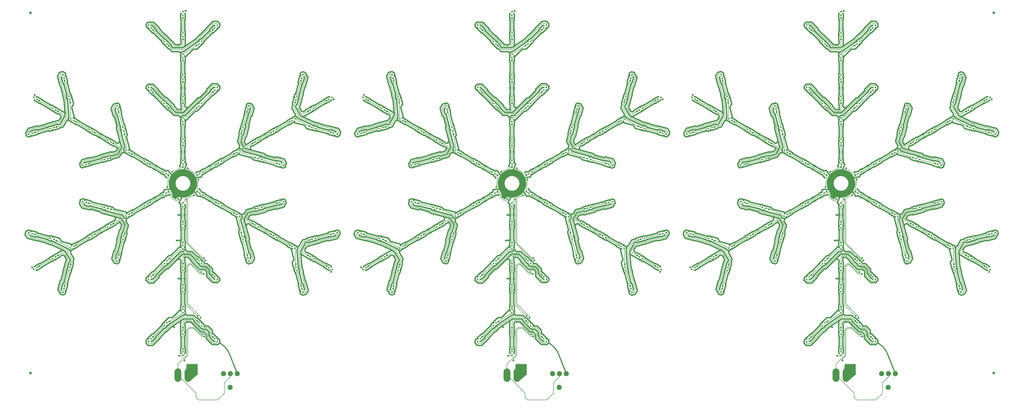
<source format=gbr>
G04 EAGLE Gerber RS-274X export*
G75*
%MOMM*%
%FSLAX34Y34*%
%LPD*%
%INBottom Copper*%
%IPPOS*%
%AMOC8*
5,1,8,0,0,1.08239X$1,22.5*%
G01*
%ADD10C,2.540000*%
%ADD11C,1.000000*%
%ADD12C,1.879600*%
%ADD13C,2.500000*%
%ADD14R,0.550000X0.550000*%
%ADD15R,0.550000X0.550000*%
%ADD16R,0.700000X1.000000*%
%ADD17C,0.508000*%
%ADD18C,0.706400*%
%ADD19C,0.152400*%
%ADD20C,1.270000*%
%ADD21C,0.406400*%
%ADD22C,0.756400*%


D10*
X568464Y812450D02*
X568476Y813431D01*
X568512Y814411D01*
X568572Y815390D01*
X568656Y816367D01*
X568765Y817342D01*
X568897Y818314D01*
X569052Y819282D01*
X569232Y820246D01*
X569435Y821206D01*
X569662Y822160D01*
X569912Y823108D01*
X570185Y824050D01*
X570481Y824985D01*
X570800Y825913D01*
X571142Y826832D01*
X571506Y827743D01*
X571892Y828644D01*
X572301Y829536D01*
X572731Y830417D01*
X573183Y831288D01*
X573656Y832147D01*
X574149Y832995D01*
X574664Y833830D01*
X575199Y834652D01*
X575754Y835460D01*
X576328Y836255D01*
X576922Y837036D01*
X577535Y837802D01*
X578166Y838552D01*
X578816Y839287D01*
X579484Y840005D01*
X580169Y840707D01*
X580871Y841392D01*
X581589Y842060D01*
X582324Y842710D01*
X583074Y843341D01*
X583840Y843954D01*
X584621Y844548D01*
X585416Y845122D01*
X586224Y845677D01*
X587046Y846212D01*
X587881Y846727D01*
X588729Y847220D01*
X589588Y847693D01*
X590459Y848145D01*
X591340Y848575D01*
X592232Y848984D01*
X593133Y849370D01*
X594044Y849734D01*
X594963Y850076D01*
X595891Y850395D01*
X596826Y850691D01*
X597768Y850964D01*
X598716Y851214D01*
X599670Y851441D01*
X600630Y851644D01*
X601594Y851824D01*
X602562Y851979D01*
X603534Y852111D01*
X604509Y852220D01*
X605486Y852304D01*
X606465Y852364D01*
X607445Y852400D01*
X608426Y852412D01*
X609407Y852400D01*
X610387Y852364D01*
X611366Y852304D01*
X612343Y852220D01*
X613318Y852111D01*
X614290Y851979D01*
X615258Y851824D01*
X616222Y851644D01*
X617182Y851441D01*
X618136Y851214D01*
X619084Y850964D01*
X620026Y850691D01*
X620961Y850395D01*
X621889Y850076D01*
X622808Y849734D01*
X623719Y849370D01*
X624620Y848984D01*
X625512Y848575D01*
X626393Y848145D01*
X627264Y847693D01*
X628123Y847220D01*
X628971Y846727D01*
X629806Y846212D01*
X630628Y845677D01*
X631436Y845122D01*
X632231Y844548D01*
X633012Y843954D01*
X633778Y843341D01*
X634528Y842710D01*
X635263Y842060D01*
X635981Y841392D01*
X636683Y840707D01*
X637368Y840005D01*
X638036Y839287D01*
X638686Y838552D01*
X639317Y837802D01*
X639930Y837036D01*
X640524Y836255D01*
X641098Y835460D01*
X641653Y834652D01*
X642188Y833830D01*
X642703Y832995D01*
X643196Y832147D01*
X643669Y831288D01*
X644121Y830417D01*
X644551Y829536D01*
X644960Y828644D01*
X645346Y827743D01*
X645710Y826832D01*
X646052Y825913D01*
X646371Y824985D01*
X646667Y824050D01*
X646940Y823108D01*
X647190Y822160D01*
X647417Y821206D01*
X647620Y820246D01*
X647800Y819282D01*
X647955Y818314D01*
X648087Y817342D01*
X648196Y816367D01*
X648280Y815390D01*
X648340Y814411D01*
X648376Y813431D01*
X648388Y812450D01*
X648376Y811469D01*
X648340Y810489D01*
X648280Y809510D01*
X648196Y808533D01*
X648087Y807558D01*
X647955Y806586D01*
X647800Y805618D01*
X647620Y804654D01*
X647417Y803694D01*
X647190Y802740D01*
X646940Y801792D01*
X646667Y800850D01*
X646371Y799915D01*
X646052Y798987D01*
X645710Y798068D01*
X645346Y797157D01*
X644960Y796256D01*
X644551Y795364D01*
X644121Y794483D01*
X643669Y793612D01*
X643196Y792753D01*
X642703Y791905D01*
X642188Y791070D01*
X641653Y790248D01*
X641098Y789440D01*
X640524Y788645D01*
X639930Y787864D01*
X639317Y787098D01*
X638686Y786348D01*
X638036Y785613D01*
X637368Y784895D01*
X636683Y784193D01*
X635981Y783508D01*
X635263Y782840D01*
X634528Y782190D01*
X633778Y781559D01*
X633012Y780946D01*
X632231Y780352D01*
X631436Y779778D01*
X630628Y779223D01*
X629806Y778688D01*
X628971Y778173D01*
X628123Y777680D01*
X627264Y777207D01*
X626393Y776755D01*
X625512Y776325D01*
X624620Y775916D01*
X623719Y775530D01*
X622808Y775166D01*
X621889Y774824D01*
X620961Y774505D01*
X620026Y774209D01*
X619084Y773936D01*
X618136Y773686D01*
X617182Y773459D01*
X616222Y773256D01*
X615258Y773076D01*
X614290Y772921D01*
X613318Y772789D01*
X612343Y772680D01*
X611366Y772596D01*
X610387Y772536D01*
X609407Y772500D01*
X608426Y772488D01*
X607445Y772500D01*
X606465Y772536D01*
X605486Y772596D01*
X604509Y772680D01*
X603534Y772789D01*
X602562Y772921D01*
X601594Y773076D01*
X600630Y773256D01*
X599670Y773459D01*
X598716Y773686D01*
X597768Y773936D01*
X596826Y774209D01*
X595891Y774505D01*
X594963Y774824D01*
X594044Y775166D01*
X593133Y775530D01*
X592232Y775916D01*
X591340Y776325D01*
X590459Y776755D01*
X589588Y777207D01*
X588729Y777680D01*
X587881Y778173D01*
X587046Y778688D01*
X586224Y779223D01*
X585416Y779778D01*
X584621Y780352D01*
X583840Y780946D01*
X583074Y781559D01*
X582324Y782190D01*
X581589Y782840D01*
X580871Y783508D01*
X580169Y784193D01*
X579484Y784895D01*
X578816Y785613D01*
X578166Y786348D01*
X577535Y787098D01*
X576922Y787864D01*
X576328Y788645D01*
X575754Y789440D01*
X575199Y790248D01*
X574664Y791070D01*
X574149Y791905D01*
X573656Y792753D01*
X573183Y793612D01*
X572731Y794483D01*
X572301Y795364D01*
X571892Y796256D01*
X571506Y797157D01*
X571142Y798068D01*
X570800Y798987D01*
X570481Y799915D01*
X570185Y800850D01*
X569912Y801792D01*
X569662Y802740D01*
X569435Y803694D01*
X569232Y804654D01*
X569052Y805618D01*
X568897Y806586D01*
X568765Y807558D01*
X568656Y808533D01*
X568572Y809510D01*
X568512Y810489D01*
X568476Y811469D01*
X568464Y812450D01*
X1785142Y812450D02*
X1785154Y813431D01*
X1785190Y814411D01*
X1785250Y815390D01*
X1785334Y816367D01*
X1785443Y817342D01*
X1785575Y818314D01*
X1785730Y819282D01*
X1785910Y820246D01*
X1786113Y821206D01*
X1786340Y822160D01*
X1786590Y823108D01*
X1786863Y824050D01*
X1787159Y824985D01*
X1787478Y825913D01*
X1787820Y826832D01*
X1788184Y827743D01*
X1788570Y828644D01*
X1788979Y829536D01*
X1789409Y830417D01*
X1789861Y831288D01*
X1790334Y832147D01*
X1790827Y832995D01*
X1791342Y833830D01*
X1791877Y834652D01*
X1792432Y835460D01*
X1793006Y836255D01*
X1793600Y837036D01*
X1794213Y837802D01*
X1794844Y838552D01*
X1795494Y839287D01*
X1796162Y840005D01*
X1796847Y840707D01*
X1797549Y841392D01*
X1798267Y842060D01*
X1799002Y842710D01*
X1799752Y843341D01*
X1800518Y843954D01*
X1801299Y844548D01*
X1802094Y845122D01*
X1802902Y845677D01*
X1803724Y846212D01*
X1804559Y846727D01*
X1805407Y847220D01*
X1806266Y847693D01*
X1807137Y848145D01*
X1808018Y848575D01*
X1808910Y848984D01*
X1809811Y849370D01*
X1810722Y849734D01*
X1811641Y850076D01*
X1812569Y850395D01*
X1813504Y850691D01*
X1814446Y850964D01*
X1815394Y851214D01*
X1816348Y851441D01*
X1817308Y851644D01*
X1818272Y851824D01*
X1819240Y851979D01*
X1820212Y852111D01*
X1821187Y852220D01*
X1822164Y852304D01*
X1823143Y852364D01*
X1824123Y852400D01*
X1825104Y852412D01*
X1826085Y852400D01*
X1827065Y852364D01*
X1828044Y852304D01*
X1829021Y852220D01*
X1829996Y852111D01*
X1830968Y851979D01*
X1831936Y851824D01*
X1832900Y851644D01*
X1833860Y851441D01*
X1834814Y851214D01*
X1835762Y850964D01*
X1836704Y850691D01*
X1837639Y850395D01*
X1838567Y850076D01*
X1839486Y849734D01*
X1840397Y849370D01*
X1841298Y848984D01*
X1842190Y848575D01*
X1843071Y848145D01*
X1843942Y847693D01*
X1844801Y847220D01*
X1845649Y846727D01*
X1846484Y846212D01*
X1847306Y845677D01*
X1848114Y845122D01*
X1848909Y844548D01*
X1849690Y843954D01*
X1850456Y843341D01*
X1851206Y842710D01*
X1851941Y842060D01*
X1852659Y841392D01*
X1853361Y840707D01*
X1854046Y840005D01*
X1854714Y839287D01*
X1855364Y838552D01*
X1855995Y837802D01*
X1856608Y837036D01*
X1857202Y836255D01*
X1857776Y835460D01*
X1858331Y834652D01*
X1858866Y833830D01*
X1859381Y832995D01*
X1859874Y832147D01*
X1860347Y831288D01*
X1860799Y830417D01*
X1861229Y829536D01*
X1861638Y828644D01*
X1862024Y827743D01*
X1862388Y826832D01*
X1862730Y825913D01*
X1863049Y824985D01*
X1863345Y824050D01*
X1863618Y823108D01*
X1863868Y822160D01*
X1864095Y821206D01*
X1864298Y820246D01*
X1864478Y819282D01*
X1864633Y818314D01*
X1864765Y817342D01*
X1864874Y816367D01*
X1864958Y815390D01*
X1865018Y814411D01*
X1865054Y813431D01*
X1865066Y812450D01*
X1865054Y811469D01*
X1865018Y810489D01*
X1864958Y809510D01*
X1864874Y808533D01*
X1864765Y807558D01*
X1864633Y806586D01*
X1864478Y805618D01*
X1864298Y804654D01*
X1864095Y803694D01*
X1863868Y802740D01*
X1863618Y801792D01*
X1863345Y800850D01*
X1863049Y799915D01*
X1862730Y798987D01*
X1862388Y798068D01*
X1862024Y797157D01*
X1861638Y796256D01*
X1861229Y795364D01*
X1860799Y794483D01*
X1860347Y793612D01*
X1859874Y792753D01*
X1859381Y791905D01*
X1858866Y791070D01*
X1858331Y790248D01*
X1857776Y789440D01*
X1857202Y788645D01*
X1856608Y787864D01*
X1855995Y787098D01*
X1855364Y786348D01*
X1854714Y785613D01*
X1854046Y784895D01*
X1853361Y784193D01*
X1852659Y783508D01*
X1851941Y782840D01*
X1851206Y782190D01*
X1850456Y781559D01*
X1849690Y780946D01*
X1848909Y780352D01*
X1848114Y779778D01*
X1847306Y779223D01*
X1846484Y778688D01*
X1845649Y778173D01*
X1844801Y777680D01*
X1843942Y777207D01*
X1843071Y776755D01*
X1842190Y776325D01*
X1841298Y775916D01*
X1840397Y775530D01*
X1839486Y775166D01*
X1838567Y774824D01*
X1837639Y774505D01*
X1836704Y774209D01*
X1835762Y773936D01*
X1834814Y773686D01*
X1833860Y773459D01*
X1832900Y773256D01*
X1831936Y773076D01*
X1830968Y772921D01*
X1829996Y772789D01*
X1829021Y772680D01*
X1828044Y772596D01*
X1827065Y772536D01*
X1826085Y772500D01*
X1825104Y772488D01*
X1824123Y772500D01*
X1823143Y772536D01*
X1822164Y772596D01*
X1821187Y772680D01*
X1820212Y772789D01*
X1819240Y772921D01*
X1818272Y773076D01*
X1817308Y773256D01*
X1816348Y773459D01*
X1815394Y773686D01*
X1814446Y773936D01*
X1813504Y774209D01*
X1812569Y774505D01*
X1811641Y774824D01*
X1810722Y775166D01*
X1809811Y775530D01*
X1808910Y775916D01*
X1808018Y776325D01*
X1807137Y776755D01*
X1806266Y777207D01*
X1805407Y777680D01*
X1804559Y778173D01*
X1803724Y778688D01*
X1802902Y779223D01*
X1802094Y779778D01*
X1801299Y780352D01*
X1800518Y780946D01*
X1799752Y781559D01*
X1799002Y782190D01*
X1798267Y782840D01*
X1797549Y783508D01*
X1796847Y784193D01*
X1796162Y784895D01*
X1795494Y785613D01*
X1794844Y786348D01*
X1794213Y787098D01*
X1793600Y787864D01*
X1793006Y788645D01*
X1792432Y789440D01*
X1791877Y790248D01*
X1791342Y791070D01*
X1790827Y791905D01*
X1790334Y792753D01*
X1789861Y793612D01*
X1789409Y794483D01*
X1788979Y795364D01*
X1788570Y796256D01*
X1788184Y797157D01*
X1787820Y798068D01*
X1787478Y798987D01*
X1787159Y799915D01*
X1786863Y800850D01*
X1786590Y801792D01*
X1786340Y802740D01*
X1786113Y803694D01*
X1785910Y804654D01*
X1785730Y805618D01*
X1785575Y806586D01*
X1785443Y807558D01*
X1785334Y808533D01*
X1785250Y809510D01*
X1785190Y810489D01*
X1785154Y811469D01*
X1785142Y812450D01*
X3001820Y812450D02*
X3001832Y813431D01*
X3001868Y814411D01*
X3001928Y815390D01*
X3002012Y816367D01*
X3002121Y817342D01*
X3002253Y818314D01*
X3002408Y819282D01*
X3002588Y820246D01*
X3002791Y821206D01*
X3003018Y822160D01*
X3003268Y823108D01*
X3003541Y824050D01*
X3003837Y824985D01*
X3004156Y825913D01*
X3004498Y826832D01*
X3004862Y827743D01*
X3005248Y828644D01*
X3005657Y829536D01*
X3006087Y830417D01*
X3006539Y831288D01*
X3007012Y832147D01*
X3007505Y832995D01*
X3008020Y833830D01*
X3008555Y834652D01*
X3009110Y835460D01*
X3009684Y836255D01*
X3010278Y837036D01*
X3010891Y837802D01*
X3011522Y838552D01*
X3012172Y839287D01*
X3012840Y840005D01*
X3013525Y840707D01*
X3014227Y841392D01*
X3014945Y842060D01*
X3015680Y842710D01*
X3016430Y843341D01*
X3017196Y843954D01*
X3017977Y844548D01*
X3018772Y845122D01*
X3019580Y845677D01*
X3020402Y846212D01*
X3021237Y846727D01*
X3022085Y847220D01*
X3022944Y847693D01*
X3023815Y848145D01*
X3024696Y848575D01*
X3025588Y848984D01*
X3026489Y849370D01*
X3027400Y849734D01*
X3028319Y850076D01*
X3029247Y850395D01*
X3030182Y850691D01*
X3031124Y850964D01*
X3032072Y851214D01*
X3033026Y851441D01*
X3033986Y851644D01*
X3034950Y851824D01*
X3035918Y851979D01*
X3036890Y852111D01*
X3037865Y852220D01*
X3038842Y852304D01*
X3039821Y852364D01*
X3040801Y852400D01*
X3041782Y852412D01*
X3042763Y852400D01*
X3043743Y852364D01*
X3044722Y852304D01*
X3045699Y852220D01*
X3046674Y852111D01*
X3047646Y851979D01*
X3048614Y851824D01*
X3049578Y851644D01*
X3050538Y851441D01*
X3051492Y851214D01*
X3052440Y850964D01*
X3053382Y850691D01*
X3054317Y850395D01*
X3055245Y850076D01*
X3056164Y849734D01*
X3057075Y849370D01*
X3057976Y848984D01*
X3058868Y848575D01*
X3059749Y848145D01*
X3060620Y847693D01*
X3061479Y847220D01*
X3062327Y846727D01*
X3063162Y846212D01*
X3063984Y845677D01*
X3064792Y845122D01*
X3065587Y844548D01*
X3066368Y843954D01*
X3067134Y843341D01*
X3067884Y842710D01*
X3068619Y842060D01*
X3069337Y841392D01*
X3070039Y840707D01*
X3070724Y840005D01*
X3071392Y839287D01*
X3072042Y838552D01*
X3072673Y837802D01*
X3073286Y837036D01*
X3073880Y836255D01*
X3074454Y835460D01*
X3075009Y834652D01*
X3075544Y833830D01*
X3076059Y832995D01*
X3076552Y832147D01*
X3077025Y831288D01*
X3077477Y830417D01*
X3077907Y829536D01*
X3078316Y828644D01*
X3078702Y827743D01*
X3079066Y826832D01*
X3079408Y825913D01*
X3079727Y824985D01*
X3080023Y824050D01*
X3080296Y823108D01*
X3080546Y822160D01*
X3080773Y821206D01*
X3080976Y820246D01*
X3081156Y819282D01*
X3081311Y818314D01*
X3081443Y817342D01*
X3081552Y816367D01*
X3081636Y815390D01*
X3081696Y814411D01*
X3081732Y813431D01*
X3081744Y812450D01*
X3081732Y811469D01*
X3081696Y810489D01*
X3081636Y809510D01*
X3081552Y808533D01*
X3081443Y807558D01*
X3081311Y806586D01*
X3081156Y805618D01*
X3080976Y804654D01*
X3080773Y803694D01*
X3080546Y802740D01*
X3080296Y801792D01*
X3080023Y800850D01*
X3079727Y799915D01*
X3079408Y798987D01*
X3079066Y798068D01*
X3078702Y797157D01*
X3078316Y796256D01*
X3077907Y795364D01*
X3077477Y794483D01*
X3077025Y793612D01*
X3076552Y792753D01*
X3076059Y791905D01*
X3075544Y791070D01*
X3075009Y790248D01*
X3074454Y789440D01*
X3073880Y788645D01*
X3073286Y787864D01*
X3072673Y787098D01*
X3072042Y786348D01*
X3071392Y785613D01*
X3070724Y784895D01*
X3070039Y784193D01*
X3069337Y783508D01*
X3068619Y782840D01*
X3067884Y782190D01*
X3067134Y781559D01*
X3066368Y780946D01*
X3065587Y780352D01*
X3064792Y779778D01*
X3063984Y779223D01*
X3063162Y778688D01*
X3062327Y778173D01*
X3061479Y777680D01*
X3060620Y777207D01*
X3059749Y776755D01*
X3058868Y776325D01*
X3057976Y775916D01*
X3057075Y775530D01*
X3056164Y775166D01*
X3055245Y774824D01*
X3054317Y774505D01*
X3053382Y774209D01*
X3052440Y773936D01*
X3051492Y773686D01*
X3050538Y773459D01*
X3049578Y773256D01*
X3048614Y773076D01*
X3047646Y772921D01*
X3046674Y772789D01*
X3045699Y772680D01*
X3044722Y772596D01*
X3043743Y772536D01*
X3042763Y772500D01*
X3041782Y772488D01*
X3040801Y772500D01*
X3039821Y772536D01*
X3038842Y772596D01*
X3037865Y772680D01*
X3036890Y772789D01*
X3035918Y772921D01*
X3034950Y773076D01*
X3033986Y773256D01*
X3033026Y773459D01*
X3032072Y773686D01*
X3031124Y773936D01*
X3030182Y774209D01*
X3029247Y774505D01*
X3028319Y774824D01*
X3027400Y775166D01*
X3026489Y775530D01*
X3025588Y775916D01*
X3024696Y776325D01*
X3023815Y776755D01*
X3022944Y777207D01*
X3022085Y777680D01*
X3021237Y778173D01*
X3020402Y778688D01*
X3019580Y779223D01*
X3018772Y779778D01*
X3017977Y780352D01*
X3017196Y780946D01*
X3016430Y781559D01*
X3015680Y782190D01*
X3014945Y782840D01*
X3014227Y783508D01*
X3013525Y784193D01*
X3012840Y784895D01*
X3012172Y785613D01*
X3011522Y786348D01*
X3010891Y787098D01*
X3010278Y787864D01*
X3009684Y788645D01*
X3009110Y789440D01*
X3008555Y790248D01*
X3008020Y791070D01*
X3007505Y791905D01*
X3007012Y792753D01*
X3006539Y793612D01*
X3006087Y794483D01*
X3005657Y795364D01*
X3005248Y796256D01*
X3004862Y797157D01*
X3004498Y798068D01*
X3004156Y798987D01*
X3003837Y799915D01*
X3003541Y800850D01*
X3003268Y801792D01*
X3003018Y802740D01*
X3002791Y803694D01*
X3002588Y804654D01*
X3002408Y805618D01*
X3002253Y806586D01*
X3002121Y807558D01*
X3002012Y808533D01*
X3001928Y809510D01*
X3001868Y810489D01*
X3001832Y811469D01*
X3001820Y812450D01*
D11*
X44450Y110650D03*
X44450Y1444300D03*
X3606800Y110650D03*
X3606800Y1444300D03*
D12*
X758206Y108100D03*
X783606Y108100D03*
X809006Y108100D03*
D13*
X627176Y115269D02*
X627176Y90269D01*
X589676Y90269D02*
X589676Y115269D01*
D14*
G36*
X608426Y722906D02*
X604537Y726795D01*
X608426Y730684D01*
X612315Y726795D01*
X608426Y722906D01*
G37*
G36*
X615144Y729623D02*
X611255Y733512D01*
X615144Y737401D01*
X619033Y733512D01*
X615144Y729623D01*
G37*
G36*
X608426Y736341D02*
X604537Y740230D01*
X608426Y744119D01*
X612315Y740230D01*
X608426Y736341D01*
G37*
G36*
X601709Y729623D02*
X597820Y733512D01*
X601709Y737401D01*
X605598Y733512D01*
X601709Y729623D01*
G37*
G36*
X608426Y644166D02*
X604537Y648055D01*
X608426Y651944D01*
X612315Y648055D01*
X608426Y644166D01*
G37*
G36*
X615144Y650883D02*
X611255Y654772D01*
X615144Y658661D01*
X619033Y654772D01*
X615144Y650883D01*
G37*
G36*
X608426Y657601D02*
X604537Y661490D01*
X608426Y665379D01*
X612315Y661490D01*
X608426Y657601D01*
G37*
G36*
X601709Y650883D02*
X597820Y654772D01*
X601709Y658661D01*
X605598Y654772D01*
X601709Y650883D01*
G37*
G36*
X608426Y565680D02*
X604537Y569569D01*
X608426Y573458D01*
X612315Y569569D01*
X608426Y565680D01*
G37*
G36*
X615144Y572397D02*
X611255Y576286D01*
X615144Y580175D01*
X619033Y576286D01*
X615144Y572397D01*
G37*
G36*
X608426Y579115D02*
X604537Y583004D01*
X608426Y586893D01*
X612315Y583004D01*
X608426Y579115D01*
G37*
G36*
X601709Y572397D02*
X597820Y576286D01*
X601709Y580175D01*
X605598Y576286D01*
X601709Y572397D01*
G37*
D15*
X539668Y516418D03*
X549168Y516418D03*
X549168Y525918D03*
X539668Y525918D03*
X481502Y457744D03*
X491002Y457744D03*
X491002Y467244D03*
X481502Y467244D03*
X677438Y516418D03*
X677438Y525918D03*
X667938Y525918D03*
X667938Y516418D03*
D16*
X601426Y695432D03*
X615426Y695432D03*
D15*
X735604Y457490D03*
X735604Y466990D03*
X726104Y466990D03*
X726104Y457490D03*
D14*
G36*
X608426Y486940D02*
X604537Y490829D01*
X608426Y494718D01*
X612315Y490829D01*
X608426Y486940D01*
G37*
G36*
X615144Y493657D02*
X611255Y497546D01*
X615144Y501435D01*
X619033Y497546D01*
X615144Y493657D01*
G37*
G36*
X608426Y500375D02*
X604537Y504264D01*
X608426Y508153D01*
X612315Y504264D01*
X608426Y500375D01*
G37*
G36*
X601709Y493657D02*
X597820Y497546D01*
X601709Y501435D01*
X605598Y497546D01*
X601709Y493657D01*
G37*
G36*
X608426Y408200D02*
X604537Y412089D01*
X608426Y415978D01*
X612315Y412089D01*
X608426Y408200D01*
G37*
G36*
X615144Y414917D02*
X611255Y418806D01*
X615144Y422695D01*
X619033Y418806D01*
X615144Y414917D01*
G37*
G36*
X608426Y421635D02*
X604537Y425524D01*
X608426Y429413D01*
X612315Y425524D01*
X608426Y421635D01*
G37*
G36*
X601709Y414917D02*
X597820Y418806D01*
X601709Y422695D01*
X605598Y418806D01*
X601709Y414917D01*
G37*
G36*
X608426Y329714D02*
X604537Y333603D01*
X608426Y337492D01*
X612315Y333603D01*
X608426Y329714D01*
G37*
G36*
X615144Y336431D02*
X611255Y340320D01*
X615144Y344209D01*
X619033Y340320D01*
X615144Y336431D01*
G37*
G36*
X608426Y343149D02*
X604537Y347038D01*
X608426Y350927D01*
X612315Y347038D01*
X608426Y343149D01*
G37*
G36*
X601709Y336431D02*
X597820Y340320D01*
X601709Y344209D01*
X605598Y340320D01*
X601709Y336431D01*
G37*
D15*
X539668Y286294D03*
X549168Y286294D03*
X549168Y295794D03*
X539668Y295794D03*
X481502Y227366D03*
X491002Y227366D03*
X491002Y236866D03*
X481502Y236866D03*
X677438Y286294D03*
X677438Y295794D03*
X667938Y295794D03*
X667938Y286294D03*
X735604Y227366D03*
X735604Y236866D03*
X726104Y236866D03*
X726104Y227366D03*
D16*
X601426Y459466D03*
X615426Y459466D03*
D14*
G36*
X608426Y250974D02*
X604537Y254863D01*
X608426Y258752D01*
X612315Y254863D01*
X608426Y250974D01*
G37*
G36*
X615144Y257691D02*
X611255Y261580D01*
X615144Y265469D01*
X619033Y261580D01*
X615144Y257691D01*
G37*
G36*
X608426Y264409D02*
X604537Y268298D01*
X608426Y272187D01*
X612315Y268298D01*
X608426Y264409D01*
G37*
G36*
X601709Y257691D02*
X597820Y261580D01*
X601709Y265469D01*
X605598Y261580D01*
X601709Y257691D01*
G37*
G36*
X608426Y172234D02*
X604537Y176123D01*
X608426Y180012D01*
X612315Y176123D01*
X608426Y172234D01*
G37*
G36*
X615144Y178951D02*
X611255Y182840D01*
X615144Y186729D01*
X619033Y182840D01*
X615144Y178951D01*
G37*
G36*
X608426Y185669D02*
X604537Y189558D01*
X608426Y193447D01*
X612315Y189558D01*
X608426Y185669D01*
G37*
G36*
X601709Y178951D02*
X597820Y182840D01*
X601709Y186729D01*
X605598Y182840D01*
X601709Y178951D01*
G37*
G36*
X530879Y767678D02*
X532303Y772990D01*
X537615Y771566D01*
X536191Y766254D01*
X530879Y767678D01*
G37*
G36*
X540055Y765219D02*
X541479Y770531D01*
X546791Y769107D01*
X545367Y763795D01*
X540055Y765219D01*
G37*
G36*
X542514Y774396D02*
X543938Y779708D01*
X549250Y778284D01*
X547826Y772972D01*
X542514Y774396D01*
G37*
G36*
X533337Y776854D02*
X534761Y782166D01*
X540073Y780742D01*
X538649Y775430D01*
X533337Y776854D01*
G37*
G36*
X462688Y728308D02*
X464112Y733620D01*
X469424Y732196D01*
X468000Y726884D01*
X462688Y728308D01*
G37*
G36*
X471864Y725849D02*
X473288Y731161D01*
X478600Y729737D01*
X477176Y724425D01*
X471864Y725849D01*
G37*
G36*
X474323Y735026D02*
X475747Y740338D01*
X481059Y738914D01*
X479635Y733602D01*
X474323Y735026D01*
G37*
G36*
X465147Y737484D02*
X466571Y742796D01*
X471883Y741372D01*
X470459Y736060D01*
X465147Y737484D01*
G37*
G36*
X394717Y689065D02*
X396141Y694377D01*
X401453Y692953D01*
X400029Y687641D01*
X394717Y689065D01*
G37*
G36*
X403893Y686606D02*
X405317Y691918D01*
X410629Y690494D01*
X409205Y685182D01*
X403893Y686606D01*
G37*
G36*
X406352Y695783D02*
X407776Y701095D01*
X413088Y699671D01*
X411664Y694359D01*
X406352Y695783D01*
G37*
G36*
X397176Y698241D02*
X398600Y703553D01*
X403912Y702129D01*
X402488Y696817D01*
X397176Y698241D01*
G37*
G36*
X313920Y724986D02*
X318682Y727736D01*
X321432Y722974D01*
X316670Y720224D01*
X313920Y724986D01*
G37*
G36*
X318670Y716759D02*
X323432Y719509D01*
X326182Y714747D01*
X321420Y711997D01*
X318670Y716759D01*
G37*
G36*
X326898Y721509D02*
X331660Y724259D01*
X334410Y719497D01*
X329648Y716747D01*
X326898Y721509D01*
G37*
G36*
X322148Y729736D02*
X326910Y732486D01*
X329660Y727724D01*
X324898Y724974D01*
X322148Y729736D01*
G37*
G36*
X234024Y746022D02*
X238786Y748772D01*
X241536Y744010D01*
X236774Y741260D01*
X234024Y746022D01*
G37*
G36*
X238774Y737795D02*
X243536Y740545D01*
X246286Y735783D01*
X241524Y733033D01*
X238774Y737795D01*
G37*
G36*
X247001Y742545D02*
X251763Y745295D01*
X254513Y740533D01*
X249751Y737783D01*
X247001Y742545D01*
G37*
G36*
X242251Y750772D02*
X247013Y753522D01*
X249763Y748760D01*
X245001Y746010D01*
X242251Y750772D01*
G37*
G36*
X385555Y600912D02*
X382805Y605674D01*
X387567Y608424D01*
X390317Y603662D01*
X385555Y600912D01*
G37*
G36*
X393783Y605662D02*
X391033Y610424D01*
X395795Y613174D01*
X398545Y608412D01*
X393783Y605662D01*
G37*
G36*
X389033Y613889D02*
X386283Y618651D01*
X391045Y621401D01*
X393795Y616639D01*
X389033Y613889D01*
G37*
G36*
X380805Y609139D02*
X378055Y613901D01*
X382817Y616651D01*
X385567Y611889D01*
X380805Y609139D01*
G37*
D16*
G36*
X506166Y765534D02*
X509666Y759472D01*
X501006Y754472D01*
X497506Y760534D01*
X506166Y765534D01*
G37*
G36*
X513166Y753410D02*
X516666Y747348D01*
X508006Y742348D01*
X504506Y748410D01*
X513166Y753410D01*
G37*
D14*
G36*
X363605Y521074D02*
X360855Y525836D01*
X365617Y528586D01*
X368367Y523824D01*
X363605Y521074D01*
G37*
G36*
X371832Y525824D02*
X369082Y530586D01*
X373844Y533336D01*
X376594Y528574D01*
X371832Y525824D01*
G37*
G36*
X367082Y534052D02*
X364332Y538814D01*
X369094Y541564D01*
X371844Y536802D01*
X367082Y534052D01*
G37*
G36*
X358855Y529302D02*
X356105Y534064D01*
X360867Y536814D01*
X363617Y532052D01*
X358855Y529302D01*
G37*
G36*
X326526Y649695D02*
X327950Y655007D01*
X333262Y653583D01*
X331838Y648271D01*
X326526Y649695D01*
G37*
G36*
X335702Y647236D02*
X337126Y652548D01*
X342438Y651124D01*
X341014Y645812D01*
X335702Y647236D01*
G37*
G36*
X338161Y656413D02*
X339585Y661725D01*
X344897Y660301D01*
X343473Y654989D01*
X338161Y656413D01*
G37*
G36*
X328985Y658871D02*
X330409Y664183D01*
X335721Y662759D01*
X334297Y657447D01*
X328985Y658871D01*
G37*
G36*
X258335Y610325D02*
X259759Y615637D01*
X265071Y614213D01*
X263647Y608901D01*
X258335Y610325D01*
G37*
G36*
X267512Y607866D02*
X268936Y613178D01*
X274248Y611754D01*
X272824Y606442D01*
X267512Y607866D01*
G37*
G36*
X269970Y617043D02*
X271394Y622355D01*
X276706Y620931D01*
X275282Y615619D01*
X269970Y617043D01*
G37*
G36*
X260794Y619501D02*
X262218Y624813D01*
X267530Y623389D01*
X266106Y618077D01*
X260794Y619501D01*
G37*
G36*
X190364Y571082D02*
X191788Y576394D01*
X197100Y574970D01*
X195676Y569658D01*
X190364Y571082D01*
G37*
G36*
X199541Y568623D02*
X200965Y573935D01*
X206277Y572511D01*
X204853Y567199D01*
X199541Y568623D01*
G37*
G36*
X202000Y577800D02*
X203424Y583112D01*
X208736Y581688D01*
X207312Y576376D01*
X202000Y577800D01*
G37*
G36*
X192823Y580258D02*
X194247Y585570D01*
X199559Y584146D01*
X198135Y578834D01*
X192823Y580258D01*
G37*
G36*
X114627Y609924D02*
X119389Y612674D01*
X122139Y607912D01*
X117377Y605162D01*
X114627Y609924D01*
G37*
G36*
X119377Y601697D02*
X124139Y604447D01*
X126889Y599685D01*
X122127Y596935D01*
X119377Y601697D01*
G37*
G36*
X127604Y606447D02*
X132366Y609197D01*
X135116Y604435D01*
X130354Y601685D01*
X127604Y606447D01*
G37*
G36*
X122854Y614674D02*
X127616Y617424D01*
X130366Y612662D01*
X125604Y609912D01*
X122854Y614674D01*
G37*
G36*
X34511Y630833D02*
X39273Y633583D01*
X42023Y628821D01*
X37261Y626071D01*
X34511Y630833D01*
G37*
G36*
X39261Y622606D02*
X44023Y625356D01*
X46773Y620594D01*
X42011Y617844D01*
X39261Y622606D01*
G37*
G36*
X47488Y627356D02*
X52250Y630106D01*
X55000Y625344D01*
X50238Y622594D01*
X47488Y627356D01*
G37*
G36*
X42738Y635583D02*
X47500Y638333D01*
X50250Y633571D01*
X45488Y630821D01*
X42738Y635583D01*
G37*
G36*
X186262Y485850D02*
X183512Y490612D01*
X188274Y493362D01*
X191024Y488600D01*
X186262Y485850D01*
G37*
G36*
X194489Y490600D02*
X191739Y495362D01*
X196501Y498112D01*
X199251Y493350D01*
X194489Y490600D01*
G37*
G36*
X189739Y498827D02*
X186989Y503589D01*
X191751Y506339D01*
X194501Y501577D01*
X189739Y498827D01*
G37*
G36*
X181512Y494077D02*
X178762Y498839D01*
X183524Y501589D01*
X186274Y496827D01*
X181512Y494077D01*
G37*
G36*
X164312Y406012D02*
X161562Y410774D01*
X166324Y413524D01*
X169074Y408762D01*
X164312Y406012D01*
G37*
G36*
X172539Y410762D02*
X169789Y415524D01*
X174551Y418274D01*
X177301Y413512D01*
X172539Y410762D01*
G37*
G36*
X167789Y418990D02*
X165039Y423752D01*
X169801Y426502D01*
X172551Y421740D01*
X167789Y418990D01*
G37*
G36*
X159562Y414240D02*
X156812Y419002D01*
X161574Y421752D01*
X164324Y416990D01*
X159562Y414240D01*
G37*
D16*
G36*
X301813Y647551D02*
X305313Y641489D01*
X296653Y636489D01*
X293153Y642551D01*
X301813Y647551D01*
G37*
G36*
X308813Y635427D02*
X312313Y629365D01*
X303653Y624365D01*
X300153Y630427D01*
X308813Y635427D01*
G37*
D14*
G36*
X122174Y531712D02*
X123598Y537024D01*
X128910Y535600D01*
X127486Y530288D01*
X122174Y531712D01*
G37*
G36*
X131350Y529253D02*
X132774Y534565D01*
X138086Y533141D01*
X136662Y527829D01*
X131350Y529253D01*
G37*
G36*
X133809Y538430D02*
X135233Y543742D01*
X140545Y542318D01*
X139121Y537006D01*
X133809Y538430D01*
G37*
G36*
X124632Y540888D02*
X126056Y546200D01*
X131368Y544776D01*
X129944Y539464D01*
X124632Y540888D01*
G37*
G36*
X53983Y492342D02*
X55407Y497654D01*
X60719Y496230D01*
X59295Y490918D01*
X53983Y492342D01*
G37*
G36*
X63159Y489883D02*
X64583Y495195D01*
X69895Y493771D01*
X68471Y488459D01*
X63159Y489883D01*
G37*
G36*
X65618Y499060D02*
X67042Y504372D01*
X72354Y502948D01*
X70930Y497636D01*
X65618Y499060D01*
G37*
G36*
X56442Y501518D02*
X57866Y506830D01*
X63178Y505406D01*
X61754Y500094D01*
X56442Y501518D01*
G37*
G36*
X530879Y857221D02*
X536191Y858645D01*
X537615Y853333D01*
X532303Y851909D01*
X530879Y857221D01*
G37*
G36*
X533337Y848045D02*
X538649Y849469D01*
X540073Y844157D01*
X534761Y842733D01*
X533337Y848045D01*
G37*
G36*
X542514Y850503D02*
X547826Y851927D01*
X549250Y846615D01*
X543938Y845191D01*
X542514Y850503D01*
G37*
G36*
X540055Y859680D02*
X545367Y861104D01*
X546791Y855792D01*
X541479Y854368D01*
X540055Y859680D01*
G37*
G36*
X462688Y896591D02*
X468000Y898015D01*
X469424Y892703D01*
X464112Y891279D01*
X462688Y896591D01*
G37*
G36*
X465147Y887415D02*
X470459Y888839D01*
X471883Y883527D01*
X466571Y882103D01*
X465147Y887415D01*
G37*
G36*
X474323Y889873D02*
X479635Y891297D01*
X481059Y885985D01*
X475747Y884561D01*
X474323Y889873D01*
G37*
G36*
X471864Y899050D02*
X477176Y900474D01*
X478600Y895162D01*
X473288Y893738D01*
X471864Y899050D01*
G37*
G36*
X394717Y935834D02*
X400029Y937258D01*
X401453Y931946D01*
X396141Y930522D01*
X394717Y935834D01*
G37*
G36*
X397176Y926658D02*
X402488Y928082D01*
X403912Y922770D01*
X398600Y921346D01*
X397176Y926658D01*
G37*
G36*
X406352Y929116D02*
X411664Y930540D01*
X413088Y925228D01*
X407776Y923804D01*
X406352Y929116D01*
G37*
G36*
X403893Y938293D02*
X409205Y939717D01*
X410629Y934405D01*
X405317Y932981D01*
X403893Y938293D01*
G37*
G36*
X385428Y1023767D02*
X390190Y1021017D01*
X387440Y1016255D01*
X382678Y1019005D01*
X385428Y1023767D01*
G37*
G36*
X380678Y1015540D02*
X385440Y1012790D01*
X382690Y1008028D01*
X377928Y1010778D01*
X380678Y1015540D01*
G37*
G36*
X388906Y1010790D02*
X393668Y1008040D01*
X390918Y1003278D01*
X386156Y1006028D01*
X388906Y1010790D01*
G37*
G36*
X393656Y1019017D02*
X398418Y1016267D01*
X395668Y1011505D01*
X390906Y1014255D01*
X393656Y1019017D01*
G37*
G36*
X363698Y1103478D02*
X368460Y1100728D01*
X365710Y1095966D01*
X360948Y1098716D01*
X363698Y1103478D01*
G37*
G36*
X358948Y1095250D02*
X363710Y1092500D01*
X360960Y1087738D01*
X356198Y1090488D01*
X358948Y1095250D01*
G37*
G36*
X367175Y1090500D02*
X371937Y1087750D01*
X369187Y1082988D01*
X364425Y1085738D01*
X367175Y1090500D01*
G37*
G36*
X371925Y1098728D02*
X376687Y1095978D01*
X373937Y1091216D01*
X369175Y1093966D01*
X371925Y1098728D01*
G37*
G36*
X313793Y899693D02*
X316543Y904455D01*
X321305Y901705D01*
X318555Y896943D01*
X313793Y899693D01*
G37*
G36*
X322021Y894943D02*
X324771Y899705D01*
X329533Y896955D01*
X326783Y892193D01*
X322021Y894943D01*
G37*
G36*
X326771Y903170D02*
X329521Y907932D01*
X334283Y905182D01*
X331533Y900420D01*
X326771Y903170D01*
G37*
G36*
X318543Y907920D02*
X321293Y912682D01*
X326055Y909932D01*
X323305Y905170D01*
X318543Y907920D01*
G37*
D16*
G36*
X516666Y877551D02*
X513166Y871489D01*
X504506Y876489D01*
X508006Y882551D01*
X516666Y877551D01*
G37*
G36*
X509666Y865427D02*
X506166Y859365D01*
X497506Y864365D01*
X501006Y870427D01*
X509666Y865427D01*
G37*
D14*
G36*
X233677Y878784D02*
X236427Y883546D01*
X241189Y880796D01*
X238439Y876034D01*
X233677Y878784D01*
G37*
G36*
X241904Y874034D02*
X244654Y878796D01*
X249416Y876046D01*
X246666Y871284D01*
X241904Y874034D01*
G37*
G36*
X246654Y882261D02*
X249404Y887023D01*
X254166Y884273D01*
X251416Y879511D01*
X246654Y882261D01*
G37*
G36*
X238427Y887011D02*
X241177Y891773D01*
X245939Y889023D01*
X243189Y884261D01*
X238427Y887011D01*
G37*
G36*
X326526Y975204D02*
X331838Y976628D01*
X333262Y971316D01*
X327950Y969892D01*
X326526Y975204D01*
G37*
G36*
X328985Y966028D02*
X334297Y967452D01*
X335721Y962140D01*
X330409Y960716D01*
X328985Y966028D01*
G37*
G36*
X338161Y968486D02*
X343473Y969910D01*
X344897Y964598D01*
X339585Y963174D01*
X338161Y968486D01*
G37*
G36*
X335702Y977663D02*
X341014Y979087D01*
X342438Y973775D01*
X337126Y972351D01*
X335702Y977663D01*
G37*
G36*
X258335Y1014574D02*
X263647Y1015998D01*
X265071Y1010686D01*
X259759Y1009262D01*
X258335Y1014574D01*
G37*
G36*
X260794Y1005398D02*
X266106Y1006822D01*
X267530Y1001510D01*
X262218Y1000086D01*
X260794Y1005398D01*
G37*
G36*
X269970Y1007856D02*
X275282Y1009280D01*
X276706Y1003968D01*
X271394Y1002544D01*
X269970Y1007856D01*
G37*
G36*
X267512Y1017033D02*
X272824Y1018457D01*
X274248Y1013145D01*
X268936Y1011721D01*
X267512Y1017033D01*
G37*
G36*
X190364Y1053817D02*
X195676Y1055241D01*
X197100Y1049929D01*
X191788Y1048505D01*
X190364Y1053817D01*
G37*
G36*
X192823Y1044641D02*
X198135Y1046065D01*
X199559Y1040753D01*
X194247Y1039329D01*
X192823Y1044641D01*
G37*
G36*
X201999Y1047099D02*
X207311Y1048523D01*
X208735Y1043211D01*
X203423Y1041787D01*
X201999Y1047099D01*
G37*
G36*
X199541Y1056276D02*
X204853Y1057700D01*
X206277Y1052388D01*
X200965Y1050964D01*
X199541Y1056276D01*
G37*
G36*
X186135Y1138829D02*
X190897Y1136079D01*
X188147Y1131317D01*
X183385Y1134067D01*
X186135Y1138829D01*
G37*
G36*
X181385Y1130602D02*
X186147Y1127852D01*
X183397Y1123090D01*
X178635Y1125840D01*
X181385Y1130602D01*
G37*
G36*
X189612Y1125852D02*
X194374Y1123102D01*
X191624Y1118340D01*
X186862Y1121090D01*
X189612Y1125852D01*
G37*
G36*
X194362Y1134079D02*
X199124Y1131329D01*
X196374Y1126567D01*
X191612Y1129317D01*
X194362Y1134079D01*
G37*
G36*
X164185Y1218667D02*
X168947Y1215917D01*
X166197Y1211155D01*
X161435Y1213905D01*
X164185Y1218667D01*
G37*
G36*
X159435Y1210439D02*
X164197Y1207689D01*
X161447Y1202927D01*
X156685Y1205677D01*
X159435Y1210439D01*
G37*
G36*
X167662Y1205689D02*
X172424Y1202939D01*
X169674Y1198177D01*
X164912Y1200927D01*
X167662Y1205689D01*
G37*
G36*
X172412Y1213917D02*
X177174Y1211167D01*
X174424Y1206405D01*
X169662Y1209155D01*
X172412Y1213917D01*
G37*
G36*
X114500Y1014755D02*
X117250Y1019517D01*
X122012Y1016767D01*
X119262Y1012005D01*
X114500Y1014755D01*
G37*
G36*
X122727Y1010005D02*
X125477Y1014767D01*
X130239Y1012017D01*
X127489Y1007255D01*
X122727Y1010005D01*
G37*
G36*
X127477Y1018232D02*
X130227Y1022994D01*
X134989Y1020244D01*
X132239Y1015482D01*
X127477Y1018232D01*
G37*
G36*
X119250Y1022982D02*
X122000Y1027744D01*
X126762Y1024994D01*
X124012Y1020232D01*
X119250Y1022982D01*
G37*
G36*
X34384Y993846D02*
X37134Y998608D01*
X41896Y995858D01*
X39146Y991096D01*
X34384Y993846D01*
G37*
G36*
X42611Y989096D02*
X45361Y993858D01*
X50123Y991108D01*
X47373Y986346D01*
X42611Y989096D01*
G37*
G36*
X47361Y997323D02*
X50111Y1002085D01*
X54873Y999335D01*
X52123Y994573D01*
X47361Y997323D01*
G37*
G36*
X39134Y1002073D02*
X41884Y1006835D01*
X46646Y1004085D01*
X43896Y999323D01*
X39134Y1002073D01*
G37*
D16*
G36*
X312313Y995534D02*
X308813Y989472D01*
X300153Y994472D01*
X303653Y1000534D01*
X312313Y995534D01*
G37*
G36*
X305313Y983410D02*
X301813Y977348D01*
X293153Y982348D01*
X296653Y988410D01*
X305313Y983410D01*
G37*
D14*
G36*
X122174Y1093187D02*
X127486Y1094611D01*
X128910Y1089299D01*
X123598Y1087875D01*
X122174Y1093187D01*
G37*
G36*
X124632Y1084011D02*
X129944Y1085435D01*
X131368Y1080123D01*
X126056Y1078699D01*
X124632Y1084011D01*
G37*
G36*
X133809Y1086469D02*
X139121Y1087893D01*
X140545Y1082581D01*
X135233Y1081157D01*
X133809Y1086469D01*
G37*
G36*
X131350Y1095646D02*
X136662Y1097070D01*
X138086Y1091758D01*
X132774Y1090334D01*
X131350Y1095646D01*
G37*
G36*
X53983Y1132557D02*
X59295Y1133981D01*
X60719Y1128669D01*
X55407Y1127245D01*
X53983Y1132557D01*
G37*
G36*
X56441Y1123381D02*
X61753Y1124805D01*
X63177Y1119493D01*
X57865Y1118069D01*
X56441Y1123381D01*
G37*
G36*
X65618Y1125839D02*
X70930Y1127263D01*
X72354Y1121951D01*
X67042Y1120527D01*
X65618Y1125839D01*
G37*
G36*
X63159Y1135016D02*
X68471Y1136440D01*
X69895Y1131128D01*
X64583Y1129704D01*
X63159Y1135016D01*
G37*
G36*
X608426Y901993D02*
X612315Y898104D01*
X608426Y894215D01*
X604537Y898104D01*
X608426Y901993D01*
G37*
G36*
X601709Y895276D02*
X605598Y891387D01*
X601709Y887498D01*
X597820Y891387D01*
X601709Y895276D01*
G37*
G36*
X608426Y888558D02*
X612315Y884669D01*
X608426Y880780D01*
X604537Y884669D01*
X608426Y888558D01*
G37*
G36*
X615144Y895276D02*
X619033Y891387D01*
X615144Y887498D01*
X611255Y891387D01*
X615144Y895276D01*
G37*
G36*
X608426Y980733D02*
X612315Y976844D01*
X608426Y972955D01*
X604537Y976844D01*
X608426Y980733D01*
G37*
G36*
X601709Y974016D02*
X605598Y970127D01*
X601709Y966238D01*
X597820Y970127D01*
X601709Y974016D01*
G37*
G36*
X608426Y967298D02*
X612315Y963409D01*
X608426Y959520D01*
X604537Y963409D01*
X608426Y967298D01*
G37*
G36*
X615144Y974016D02*
X619033Y970127D01*
X615144Y966238D01*
X611255Y970127D01*
X615144Y974016D01*
G37*
G36*
X608426Y1059219D02*
X612315Y1055330D01*
X608426Y1051441D01*
X604537Y1055330D01*
X608426Y1059219D01*
G37*
G36*
X601709Y1052502D02*
X605598Y1048613D01*
X601709Y1044724D01*
X597820Y1048613D01*
X601709Y1052502D01*
G37*
G36*
X608426Y1045784D02*
X612315Y1041895D01*
X608426Y1038006D01*
X604537Y1041895D01*
X608426Y1045784D01*
G37*
G36*
X615144Y1052502D02*
X619033Y1048613D01*
X615144Y1044724D01*
X611255Y1048613D01*
X615144Y1052502D01*
G37*
D15*
X677184Y1108481D03*
X667684Y1108481D03*
X667684Y1098981D03*
X677184Y1098981D03*
X735350Y1167155D03*
X725850Y1167155D03*
X725850Y1157655D03*
X735350Y1157655D03*
X539414Y1108481D03*
X539414Y1098981D03*
X548914Y1098981D03*
X548914Y1108481D03*
D16*
X615426Y929467D03*
X601426Y929467D03*
D15*
X481248Y1167409D03*
X481248Y1157909D03*
X490748Y1157909D03*
X490748Y1167409D03*
D14*
G36*
X608426Y1137959D02*
X612315Y1134070D01*
X608426Y1130181D01*
X604537Y1134070D01*
X608426Y1137959D01*
G37*
G36*
X601709Y1131242D02*
X605598Y1127353D01*
X601709Y1123464D01*
X597820Y1127353D01*
X601709Y1131242D01*
G37*
G36*
X608426Y1124524D02*
X612315Y1120635D01*
X608426Y1116746D01*
X604537Y1120635D01*
X608426Y1124524D01*
G37*
G36*
X615144Y1131242D02*
X619033Y1127353D01*
X615144Y1123464D01*
X611255Y1127353D01*
X615144Y1131242D01*
G37*
G36*
X608426Y1216699D02*
X612315Y1212810D01*
X608426Y1208921D01*
X604537Y1212810D01*
X608426Y1216699D01*
G37*
G36*
X601709Y1209982D02*
X605598Y1206093D01*
X601709Y1202204D01*
X597820Y1206093D01*
X601709Y1209982D01*
G37*
G36*
X608426Y1203264D02*
X612315Y1199375D01*
X608426Y1195486D01*
X604537Y1199375D01*
X608426Y1203264D01*
G37*
G36*
X615144Y1209982D02*
X619033Y1206093D01*
X615144Y1202204D01*
X611255Y1206093D01*
X615144Y1209982D01*
G37*
G36*
X608426Y1295185D02*
X612315Y1291296D01*
X608426Y1287407D01*
X604537Y1291296D01*
X608426Y1295185D01*
G37*
G36*
X601709Y1288468D02*
X605598Y1284579D01*
X601709Y1280690D01*
X597820Y1284579D01*
X601709Y1288468D01*
G37*
G36*
X608426Y1281750D02*
X612315Y1277861D01*
X608426Y1273972D01*
X604537Y1277861D01*
X608426Y1281750D01*
G37*
G36*
X615144Y1288468D02*
X619033Y1284579D01*
X615144Y1280690D01*
X611255Y1284579D01*
X615144Y1288468D01*
G37*
D15*
X677184Y1338605D03*
X667684Y1338605D03*
X667684Y1329105D03*
X677184Y1329105D03*
X735350Y1397533D03*
X725850Y1397533D03*
X725850Y1388033D03*
X735350Y1388033D03*
X539414Y1338605D03*
X539414Y1329105D03*
X548914Y1329105D03*
X548914Y1338605D03*
X481248Y1397533D03*
X481248Y1388033D03*
X490748Y1388033D03*
X490748Y1397533D03*
D16*
X615426Y1165433D03*
X601426Y1165433D03*
D14*
G36*
X608426Y1373925D02*
X612315Y1370036D01*
X608426Y1366147D01*
X604537Y1370036D01*
X608426Y1373925D01*
G37*
G36*
X601709Y1367208D02*
X605598Y1363319D01*
X601709Y1359430D01*
X597820Y1363319D01*
X601709Y1367208D01*
G37*
G36*
X608426Y1360490D02*
X612315Y1356601D01*
X608426Y1352712D01*
X604537Y1356601D01*
X608426Y1360490D01*
G37*
G36*
X615144Y1367208D02*
X619033Y1363319D01*
X615144Y1359430D01*
X611255Y1363319D01*
X615144Y1367208D01*
G37*
G36*
X608426Y1452665D02*
X612315Y1448776D01*
X608426Y1444887D01*
X604537Y1448776D01*
X608426Y1452665D01*
G37*
G36*
X601709Y1445948D02*
X605598Y1442059D01*
X601709Y1438170D01*
X597820Y1442059D01*
X601709Y1445948D01*
G37*
G36*
X608426Y1439230D02*
X612315Y1435341D01*
X608426Y1431452D01*
X604537Y1435341D01*
X608426Y1439230D01*
G37*
G36*
X615144Y1445948D02*
X619033Y1442059D01*
X615144Y1438170D01*
X611255Y1442059D01*
X615144Y1445948D01*
G37*
G36*
X685973Y857221D02*
X684549Y851909D01*
X679237Y853333D01*
X680661Y858645D01*
X685973Y857221D01*
G37*
G36*
X676797Y859680D02*
X675373Y854368D01*
X670061Y855792D01*
X671485Y861104D01*
X676797Y859680D01*
G37*
G36*
X674338Y850503D02*
X672914Y845191D01*
X667602Y846615D01*
X669026Y851927D01*
X674338Y850503D01*
G37*
G36*
X683515Y848045D02*
X682091Y842733D01*
X676779Y844157D01*
X678203Y849469D01*
X683515Y848045D01*
G37*
G36*
X754164Y896591D02*
X752740Y891279D01*
X747428Y892703D01*
X748852Y898015D01*
X754164Y896591D01*
G37*
G36*
X744988Y899050D02*
X743564Y893738D01*
X738252Y895162D01*
X739676Y900474D01*
X744988Y899050D01*
G37*
G36*
X742529Y889873D02*
X741105Y884561D01*
X735793Y885985D01*
X737217Y891297D01*
X742529Y889873D01*
G37*
G36*
X751706Y887415D02*
X750282Y882103D01*
X744970Y883527D01*
X746394Y888839D01*
X751706Y887415D01*
G37*
G36*
X822135Y935834D02*
X820711Y930522D01*
X815399Y931946D01*
X816823Y937258D01*
X822135Y935834D01*
G37*
G36*
X812959Y938293D02*
X811535Y932981D01*
X806223Y934405D01*
X807647Y939717D01*
X812959Y938293D01*
G37*
G36*
X810500Y929116D02*
X809076Y923804D01*
X803764Y925228D01*
X805188Y930540D01*
X810500Y929116D01*
G37*
G36*
X819676Y926658D02*
X818252Y921346D01*
X812940Y922770D01*
X814364Y928082D01*
X819676Y926658D01*
G37*
G36*
X902932Y899913D02*
X898170Y897163D01*
X895420Y901925D01*
X900182Y904675D01*
X902932Y899913D01*
G37*
G36*
X898182Y908140D02*
X893420Y905390D01*
X890670Y910152D01*
X895432Y912902D01*
X898182Y908140D01*
G37*
G36*
X889955Y903390D02*
X885193Y900640D01*
X882443Y905402D01*
X887205Y908152D01*
X889955Y903390D01*
G37*
G36*
X894705Y895163D02*
X889943Y892413D01*
X887193Y897175D01*
X891955Y899925D01*
X894705Y895163D01*
G37*
G36*
X982828Y878877D02*
X978066Y876127D01*
X975316Y880889D01*
X980078Y883639D01*
X982828Y878877D01*
G37*
G36*
X978078Y887104D02*
X973316Y884354D01*
X970566Y889116D01*
X975328Y891866D01*
X978078Y887104D01*
G37*
G36*
X969851Y882354D02*
X965089Y879604D01*
X962339Y884366D01*
X967101Y887116D01*
X969851Y882354D01*
G37*
G36*
X974601Y874127D02*
X969839Y871377D01*
X967089Y876139D01*
X971851Y878889D01*
X974601Y874127D01*
G37*
G36*
X831297Y1023987D02*
X834047Y1019225D01*
X829285Y1016475D01*
X826535Y1021237D01*
X831297Y1023987D01*
G37*
G36*
X823070Y1019237D02*
X825820Y1014475D01*
X821058Y1011725D01*
X818308Y1016487D01*
X823070Y1019237D01*
G37*
G36*
X827820Y1011010D02*
X830570Y1006248D01*
X825808Y1003498D01*
X823058Y1008260D01*
X827820Y1011010D01*
G37*
G36*
X836047Y1015760D02*
X838797Y1010998D01*
X834035Y1008248D01*
X831285Y1013010D01*
X836047Y1015760D01*
G37*
D16*
G36*
X710686Y859365D02*
X707186Y865427D01*
X715846Y870427D01*
X719346Y864365D01*
X710686Y859365D01*
G37*
G36*
X703686Y871489D02*
X700186Y877551D01*
X708846Y882551D01*
X712346Y876489D01*
X703686Y871489D01*
G37*
D14*
G36*
X853247Y1103825D02*
X855997Y1099063D01*
X851235Y1096313D01*
X848485Y1101075D01*
X853247Y1103825D01*
G37*
G36*
X845020Y1099075D02*
X847770Y1094313D01*
X843008Y1091563D01*
X840258Y1096325D01*
X845020Y1099075D01*
G37*
G36*
X849770Y1090847D02*
X852520Y1086085D01*
X847758Y1083335D01*
X845008Y1088097D01*
X849770Y1090847D01*
G37*
G36*
X857997Y1095597D02*
X860747Y1090835D01*
X855985Y1088085D01*
X853235Y1092847D01*
X857997Y1095597D01*
G37*
G36*
X890326Y975204D02*
X888902Y969892D01*
X883590Y971316D01*
X885014Y976628D01*
X890326Y975204D01*
G37*
G36*
X881150Y977663D02*
X879726Y972351D01*
X874414Y973775D01*
X875838Y979087D01*
X881150Y977663D01*
G37*
G36*
X878691Y968486D02*
X877267Y963174D01*
X871955Y964598D01*
X873379Y969910D01*
X878691Y968486D01*
G37*
G36*
X887867Y966028D02*
X886443Y960716D01*
X881131Y962140D01*
X882555Y967452D01*
X887867Y966028D01*
G37*
G36*
X958517Y1014574D02*
X957093Y1009262D01*
X951781Y1010686D01*
X953205Y1015998D01*
X958517Y1014574D01*
G37*
G36*
X949341Y1017033D02*
X947917Y1011721D01*
X942605Y1013145D01*
X944029Y1018457D01*
X949341Y1017033D01*
G37*
G36*
X946882Y1007856D02*
X945458Y1002544D01*
X940146Y1003968D01*
X941570Y1009280D01*
X946882Y1007856D01*
G37*
G36*
X956058Y1005398D02*
X954634Y1000086D01*
X949322Y1001510D01*
X950746Y1006822D01*
X956058Y1005398D01*
G37*
G36*
X1026488Y1053817D02*
X1025064Y1048505D01*
X1019752Y1049929D01*
X1021176Y1055241D01*
X1026488Y1053817D01*
G37*
G36*
X1017311Y1056276D02*
X1015887Y1050964D01*
X1010575Y1052388D01*
X1011999Y1057700D01*
X1017311Y1056276D01*
G37*
G36*
X1014853Y1047099D02*
X1013429Y1041787D01*
X1008117Y1043211D01*
X1009541Y1048523D01*
X1014853Y1047099D01*
G37*
G36*
X1024029Y1044641D02*
X1022605Y1039329D01*
X1017293Y1040753D01*
X1018717Y1046065D01*
X1024029Y1044641D01*
G37*
G36*
X1102225Y1014975D02*
X1097463Y1012225D01*
X1094713Y1016987D01*
X1099475Y1019737D01*
X1102225Y1014975D01*
G37*
G36*
X1097475Y1023202D02*
X1092713Y1020452D01*
X1089963Y1025214D01*
X1094725Y1027964D01*
X1097475Y1023202D01*
G37*
G36*
X1089248Y1018452D02*
X1084486Y1015702D01*
X1081736Y1020464D01*
X1086498Y1023214D01*
X1089248Y1018452D01*
G37*
G36*
X1093998Y1010225D02*
X1089236Y1007475D01*
X1086486Y1012237D01*
X1091248Y1014987D01*
X1093998Y1010225D01*
G37*
G36*
X1182341Y994066D02*
X1177579Y991316D01*
X1174829Y996078D01*
X1179591Y998828D01*
X1182341Y994066D01*
G37*
G36*
X1177591Y1002293D02*
X1172829Y999543D01*
X1170079Y1004305D01*
X1174841Y1007055D01*
X1177591Y1002293D01*
G37*
G36*
X1169364Y997543D02*
X1164602Y994793D01*
X1161852Y999555D01*
X1166614Y1002305D01*
X1169364Y997543D01*
G37*
G36*
X1174114Y989316D02*
X1169352Y986566D01*
X1166602Y991328D01*
X1171364Y994078D01*
X1174114Y989316D01*
G37*
G36*
X1030590Y1139049D02*
X1033340Y1134287D01*
X1028578Y1131537D01*
X1025828Y1136299D01*
X1030590Y1139049D01*
G37*
G36*
X1022363Y1134299D02*
X1025113Y1129537D01*
X1020351Y1126787D01*
X1017601Y1131549D01*
X1022363Y1134299D01*
G37*
G36*
X1027113Y1126072D02*
X1029863Y1121310D01*
X1025101Y1118560D01*
X1022351Y1123322D01*
X1027113Y1126072D01*
G37*
G36*
X1035340Y1130822D02*
X1038090Y1126060D01*
X1033328Y1123310D01*
X1030578Y1128072D01*
X1035340Y1130822D01*
G37*
G36*
X1052540Y1218887D02*
X1055290Y1214125D01*
X1050528Y1211375D01*
X1047778Y1216137D01*
X1052540Y1218887D01*
G37*
G36*
X1044313Y1214137D02*
X1047063Y1209375D01*
X1042301Y1206625D01*
X1039551Y1211387D01*
X1044313Y1214137D01*
G37*
G36*
X1049063Y1205909D02*
X1051813Y1201147D01*
X1047051Y1198397D01*
X1044301Y1203159D01*
X1049063Y1205909D01*
G37*
G36*
X1057290Y1210659D02*
X1060040Y1205897D01*
X1055278Y1203147D01*
X1052528Y1207909D01*
X1057290Y1210659D01*
G37*
D16*
G36*
X915039Y977348D02*
X911539Y983410D01*
X920199Y988410D01*
X923699Y982348D01*
X915039Y977348D01*
G37*
G36*
X908039Y989472D02*
X904539Y995534D01*
X913199Y1000534D01*
X916699Y994472D01*
X908039Y989472D01*
G37*
D14*
G36*
X1094679Y1093187D02*
X1093255Y1087875D01*
X1087943Y1089299D01*
X1089367Y1094611D01*
X1094679Y1093187D01*
G37*
G36*
X1085502Y1095646D02*
X1084078Y1090334D01*
X1078766Y1091758D01*
X1080190Y1097070D01*
X1085502Y1095646D01*
G37*
G36*
X1083043Y1086469D02*
X1081619Y1081157D01*
X1076307Y1082581D01*
X1077731Y1087893D01*
X1083043Y1086469D01*
G37*
G36*
X1092220Y1084011D02*
X1090796Y1078699D01*
X1085484Y1080123D01*
X1086908Y1085435D01*
X1092220Y1084011D01*
G37*
G36*
X1162869Y1132557D02*
X1161445Y1127245D01*
X1156133Y1128669D01*
X1157557Y1133981D01*
X1162869Y1132557D01*
G37*
G36*
X1153693Y1135016D02*
X1152269Y1129704D01*
X1146957Y1131128D01*
X1148381Y1136440D01*
X1153693Y1135016D01*
G37*
G36*
X1151234Y1125839D02*
X1149810Y1120527D01*
X1144498Y1121951D01*
X1145922Y1127263D01*
X1151234Y1125839D01*
G37*
G36*
X1160411Y1123381D02*
X1158987Y1118069D01*
X1153675Y1119493D01*
X1155099Y1124805D01*
X1160411Y1123381D01*
G37*
G36*
X685973Y767678D02*
X680661Y766254D01*
X679237Y771566D01*
X684549Y772990D01*
X685973Y767678D01*
G37*
G36*
X683515Y776854D02*
X678203Y775430D01*
X676779Y780742D01*
X682091Y782166D01*
X683515Y776854D01*
G37*
G36*
X674338Y774396D02*
X669026Y772972D01*
X667602Y778284D01*
X672914Y779708D01*
X674338Y774396D01*
G37*
G36*
X676797Y765219D02*
X671485Y763795D01*
X670061Y769107D01*
X675373Y770531D01*
X676797Y765219D01*
G37*
G36*
X754164Y728308D02*
X748852Y726884D01*
X747428Y732196D01*
X752740Y733620D01*
X754164Y728308D01*
G37*
G36*
X751706Y737484D02*
X746394Y736060D01*
X744970Y741372D01*
X750282Y742796D01*
X751706Y737484D01*
G37*
G36*
X742529Y735026D02*
X737217Y733602D01*
X735793Y738914D01*
X741105Y740338D01*
X742529Y735026D01*
G37*
G36*
X744988Y725849D02*
X739676Y724425D01*
X738252Y729737D01*
X743564Y731161D01*
X744988Y725849D01*
G37*
G36*
X822135Y689065D02*
X816823Y687641D01*
X815399Y692953D01*
X820711Y694377D01*
X822135Y689065D01*
G37*
G36*
X819676Y698241D02*
X814364Y696817D01*
X812940Y702129D01*
X818252Y703553D01*
X819676Y698241D01*
G37*
G36*
X810500Y695783D02*
X805188Y694359D01*
X803764Y699671D01*
X809076Y701095D01*
X810500Y695783D01*
G37*
G36*
X812959Y686606D02*
X807647Y685182D01*
X806223Y690494D01*
X811535Y691918D01*
X812959Y686606D01*
G37*
G36*
X831424Y601132D02*
X826662Y603882D01*
X829412Y608644D01*
X834174Y605894D01*
X831424Y601132D01*
G37*
G36*
X836174Y609359D02*
X831412Y612109D01*
X834162Y616871D01*
X838924Y614121D01*
X836174Y609359D01*
G37*
G36*
X827947Y614109D02*
X823185Y616859D01*
X825935Y621621D01*
X830697Y618871D01*
X827947Y614109D01*
G37*
G36*
X823197Y605882D02*
X818435Y608632D01*
X821185Y613394D01*
X825947Y610644D01*
X823197Y605882D01*
G37*
G36*
X853154Y521421D02*
X848392Y524171D01*
X851142Y528933D01*
X855904Y526183D01*
X853154Y521421D01*
G37*
G36*
X857904Y529649D02*
X853142Y532399D01*
X855892Y537161D01*
X860654Y534411D01*
X857904Y529649D01*
G37*
G36*
X849677Y534399D02*
X844915Y537149D01*
X847665Y541911D01*
X852427Y539161D01*
X849677Y534399D01*
G37*
G36*
X844927Y526171D02*
X840165Y528921D01*
X842915Y533683D01*
X847677Y530933D01*
X844927Y526171D01*
G37*
G36*
X903059Y725206D02*
X900309Y720444D01*
X895547Y723194D01*
X898297Y727956D01*
X903059Y725206D01*
G37*
G36*
X894832Y729956D02*
X892082Y725194D01*
X887320Y727944D01*
X890070Y732706D01*
X894832Y729956D01*
G37*
G36*
X890082Y721729D02*
X887332Y716967D01*
X882570Y719717D01*
X885320Y724479D01*
X890082Y721729D01*
G37*
G36*
X898309Y716979D02*
X895559Y712217D01*
X890797Y714967D01*
X893547Y719729D01*
X898309Y716979D01*
G37*
D16*
G36*
X700186Y747348D02*
X703686Y753410D01*
X712346Y748410D01*
X708846Y742348D01*
X700186Y747348D01*
G37*
G36*
X707186Y759472D02*
X710686Y765534D01*
X719346Y760534D01*
X715846Y754472D01*
X707186Y759472D01*
G37*
D14*
G36*
X983175Y746115D02*
X980425Y741353D01*
X975663Y744103D01*
X978413Y748865D01*
X983175Y746115D01*
G37*
G36*
X974948Y750865D02*
X972198Y746103D01*
X967436Y748853D01*
X970186Y753615D01*
X974948Y750865D01*
G37*
G36*
X970198Y742638D02*
X967448Y737876D01*
X962686Y740626D01*
X965436Y745388D01*
X970198Y742638D01*
G37*
G36*
X978425Y737888D02*
X975675Y733126D01*
X970913Y735876D01*
X973663Y740638D01*
X978425Y737888D01*
G37*
G36*
X890326Y649695D02*
X885014Y648271D01*
X883590Y653583D01*
X888902Y655007D01*
X890326Y649695D01*
G37*
G36*
X887867Y658871D02*
X882555Y657447D01*
X881131Y662759D01*
X886443Y664183D01*
X887867Y658871D01*
G37*
G36*
X878691Y656413D02*
X873379Y654989D01*
X871955Y660301D01*
X877267Y661725D01*
X878691Y656413D01*
G37*
G36*
X881150Y647236D02*
X875838Y645812D01*
X874414Y651124D01*
X879726Y652548D01*
X881150Y647236D01*
G37*
G36*
X958517Y610325D02*
X953205Y608901D01*
X951781Y614213D01*
X957093Y615637D01*
X958517Y610325D01*
G37*
G36*
X956058Y619501D02*
X950746Y618077D01*
X949322Y623389D01*
X954634Y624813D01*
X956058Y619501D01*
G37*
G36*
X946882Y617043D02*
X941570Y615619D01*
X940146Y620931D01*
X945458Y622355D01*
X946882Y617043D01*
G37*
G36*
X949341Y607866D02*
X944029Y606442D01*
X942605Y611754D01*
X947917Y613178D01*
X949341Y607866D01*
G37*
G36*
X1026488Y571082D02*
X1021176Y569658D01*
X1019752Y574970D01*
X1025064Y576394D01*
X1026488Y571082D01*
G37*
G36*
X1024029Y580258D02*
X1018717Y578834D01*
X1017293Y584146D01*
X1022605Y585570D01*
X1024029Y580258D01*
G37*
G36*
X1014853Y577800D02*
X1009541Y576376D01*
X1008117Y581688D01*
X1013429Y583112D01*
X1014853Y577800D01*
G37*
G36*
X1017311Y568623D02*
X1011999Y567199D01*
X1010575Y572511D01*
X1015887Y573935D01*
X1017311Y568623D01*
G37*
G36*
X1030717Y486070D02*
X1025955Y488820D01*
X1028705Y493582D01*
X1033467Y490832D01*
X1030717Y486070D01*
G37*
G36*
X1035467Y494297D02*
X1030705Y497047D01*
X1033455Y501809D01*
X1038217Y499059D01*
X1035467Y494297D01*
G37*
G36*
X1027240Y499047D02*
X1022478Y501797D01*
X1025228Y506559D01*
X1029990Y503809D01*
X1027240Y499047D01*
G37*
G36*
X1022490Y490820D02*
X1017728Y493570D01*
X1020478Y498332D01*
X1025240Y495582D01*
X1022490Y490820D01*
G37*
G36*
X1052667Y406232D02*
X1047905Y408982D01*
X1050655Y413744D01*
X1055417Y410994D01*
X1052667Y406232D01*
G37*
G36*
X1057417Y414460D02*
X1052655Y417210D01*
X1055405Y421972D01*
X1060167Y419222D01*
X1057417Y414460D01*
G37*
G36*
X1049190Y419210D02*
X1044428Y421960D01*
X1047178Y426722D01*
X1051940Y423972D01*
X1049190Y419210D01*
G37*
G36*
X1044440Y410982D02*
X1039678Y413732D01*
X1042428Y418494D01*
X1047190Y415744D01*
X1044440Y410982D01*
G37*
G36*
X1102352Y610144D02*
X1099602Y605382D01*
X1094840Y608132D01*
X1097590Y612894D01*
X1102352Y610144D01*
G37*
G36*
X1094125Y614894D02*
X1091375Y610132D01*
X1086613Y612882D01*
X1089363Y617644D01*
X1094125Y614894D01*
G37*
G36*
X1089375Y606667D02*
X1086625Y601905D01*
X1081863Y604655D01*
X1084613Y609417D01*
X1089375Y606667D01*
G37*
G36*
X1097602Y601917D02*
X1094852Y597155D01*
X1090090Y599905D01*
X1092840Y604667D01*
X1097602Y601917D01*
G37*
G36*
X1182468Y631053D02*
X1179718Y626291D01*
X1174956Y629041D01*
X1177706Y633803D01*
X1182468Y631053D01*
G37*
G36*
X1174241Y635803D02*
X1171491Y631041D01*
X1166729Y633791D01*
X1169479Y638553D01*
X1174241Y635803D01*
G37*
G36*
X1169491Y627576D02*
X1166741Y622814D01*
X1161979Y625564D01*
X1164729Y630326D01*
X1169491Y627576D01*
G37*
G36*
X1177718Y622826D02*
X1174968Y618064D01*
X1170206Y620814D01*
X1172956Y625576D01*
X1177718Y622826D01*
G37*
D16*
G36*
X904539Y629365D02*
X908039Y635427D01*
X916699Y630427D01*
X913199Y624365D01*
X904539Y629365D01*
G37*
G36*
X911539Y641489D02*
X915039Y647551D01*
X923699Y642551D01*
X920199Y636489D01*
X911539Y641489D01*
G37*
D14*
G36*
X1094679Y531712D02*
X1089367Y530288D01*
X1087943Y535600D01*
X1093255Y537024D01*
X1094679Y531712D01*
G37*
G36*
X1092220Y540888D02*
X1086908Y539464D01*
X1085484Y544776D01*
X1090796Y546200D01*
X1092220Y540888D01*
G37*
G36*
X1083043Y538430D02*
X1077731Y537006D01*
X1076307Y542318D01*
X1081619Y543742D01*
X1083043Y538430D01*
G37*
G36*
X1085502Y529253D02*
X1080190Y527829D01*
X1078766Y533141D01*
X1084078Y534565D01*
X1085502Y529253D01*
G37*
G36*
X1162869Y492342D02*
X1157557Y490918D01*
X1156133Y496230D01*
X1161445Y497654D01*
X1162869Y492342D01*
G37*
G36*
X1160411Y501518D02*
X1155099Y500094D01*
X1153675Y505406D01*
X1158987Y506830D01*
X1160411Y501518D01*
G37*
G36*
X1151234Y499060D02*
X1145922Y497636D01*
X1144498Y502948D01*
X1149810Y504372D01*
X1151234Y499060D01*
G37*
G36*
X1153693Y489883D02*
X1148381Y488459D01*
X1146957Y493771D01*
X1152269Y495195D01*
X1153693Y489883D01*
G37*
D12*
X782998Y57050D03*
X1974884Y108100D03*
X2000284Y108100D03*
X2025684Y108100D03*
D13*
X1843854Y115269D02*
X1843854Y90269D01*
X1806354Y90269D02*
X1806354Y115269D01*
D14*
G36*
X1825104Y722906D02*
X1821215Y726795D01*
X1825104Y730684D01*
X1828993Y726795D01*
X1825104Y722906D01*
G37*
G36*
X1831822Y729623D02*
X1827933Y733512D01*
X1831822Y737401D01*
X1835711Y733512D01*
X1831822Y729623D01*
G37*
G36*
X1825104Y736341D02*
X1821215Y740230D01*
X1825104Y744119D01*
X1828993Y740230D01*
X1825104Y736341D01*
G37*
G36*
X1818387Y729623D02*
X1814498Y733512D01*
X1818387Y737401D01*
X1822276Y733512D01*
X1818387Y729623D01*
G37*
G36*
X1825104Y644166D02*
X1821215Y648055D01*
X1825104Y651944D01*
X1828993Y648055D01*
X1825104Y644166D01*
G37*
G36*
X1831822Y650883D02*
X1827933Y654772D01*
X1831822Y658661D01*
X1835711Y654772D01*
X1831822Y650883D01*
G37*
G36*
X1825104Y657601D02*
X1821215Y661490D01*
X1825104Y665379D01*
X1828993Y661490D01*
X1825104Y657601D01*
G37*
G36*
X1818387Y650883D02*
X1814498Y654772D01*
X1818387Y658661D01*
X1822276Y654772D01*
X1818387Y650883D01*
G37*
G36*
X1825104Y565680D02*
X1821215Y569569D01*
X1825104Y573458D01*
X1828993Y569569D01*
X1825104Y565680D01*
G37*
G36*
X1831822Y572397D02*
X1827933Y576286D01*
X1831822Y580175D01*
X1835711Y576286D01*
X1831822Y572397D01*
G37*
G36*
X1825104Y579115D02*
X1821215Y583004D01*
X1825104Y586893D01*
X1828993Y583004D01*
X1825104Y579115D01*
G37*
G36*
X1818387Y572397D02*
X1814498Y576286D01*
X1818387Y580175D01*
X1822276Y576286D01*
X1818387Y572397D01*
G37*
D15*
X1756346Y516418D03*
X1765846Y516418D03*
X1765846Y525918D03*
X1756346Y525918D03*
X1698180Y457744D03*
X1707680Y457744D03*
X1707680Y467244D03*
X1698180Y467244D03*
X1894116Y516418D03*
X1894116Y525918D03*
X1884616Y525918D03*
X1884616Y516418D03*
D16*
X1818104Y695432D03*
X1832104Y695432D03*
D15*
X1952282Y457490D03*
X1952282Y466990D03*
X1942782Y466990D03*
X1942782Y457490D03*
D14*
G36*
X1825104Y486940D02*
X1821215Y490829D01*
X1825104Y494718D01*
X1828993Y490829D01*
X1825104Y486940D01*
G37*
G36*
X1831822Y493657D02*
X1827933Y497546D01*
X1831822Y501435D01*
X1835711Y497546D01*
X1831822Y493657D01*
G37*
G36*
X1825104Y500375D02*
X1821215Y504264D01*
X1825104Y508153D01*
X1828993Y504264D01*
X1825104Y500375D01*
G37*
G36*
X1818387Y493657D02*
X1814498Y497546D01*
X1818387Y501435D01*
X1822276Y497546D01*
X1818387Y493657D01*
G37*
G36*
X1825104Y408200D02*
X1821215Y412089D01*
X1825104Y415978D01*
X1828993Y412089D01*
X1825104Y408200D01*
G37*
G36*
X1831822Y414917D02*
X1827933Y418806D01*
X1831822Y422695D01*
X1835711Y418806D01*
X1831822Y414917D01*
G37*
G36*
X1825104Y421635D02*
X1821215Y425524D01*
X1825104Y429413D01*
X1828993Y425524D01*
X1825104Y421635D01*
G37*
G36*
X1818387Y414917D02*
X1814498Y418806D01*
X1818387Y422695D01*
X1822276Y418806D01*
X1818387Y414917D01*
G37*
G36*
X1825104Y329714D02*
X1821215Y333603D01*
X1825104Y337492D01*
X1828993Y333603D01*
X1825104Y329714D01*
G37*
G36*
X1831822Y336431D02*
X1827933Y340320D01*
X1831822Y344209D01*
X1835711Y340320D01*
X1831822Y336431D01*
G37*
G36*
X1825104Y343149D02*
X1821215Y347038D01*
X1825104Y350927D01*
X1828993Y347038D01*
X1825104Y343149D01*
G37*
G36*
X1818387Y336431D02*
X1814498Y340320D01*
X1818387Y344209D01*
X1822276Y340320D01*
X1818387Y336431D01*
G37*
D15*
X1756346Y286294D03*
X1765846Y286294D03*
X1765846Y295794D03*
X1756346Y295794D03*
X1698180Y227366D03*
X1707680Y227366D03*
X1707680Y236866D03*
X1698180Y236866D03*
X1894116Y286294D03*
X1894116Y295794D03*
X1884616Y295794D03*
X1884616Y286294D03*
X1952282Y227366D03*
X1952282Y236866D03*
X1942782Y236866D03*
X1942782Y227366D03*
D16*
X1818104Y459466D03*
X1832104Y459466D03*
D14*
G36*
X1825104Y250974D02*
X1821215Y254863D01*
X1825104Y258752D01*
X1828993Y254863D01*
X1825104Y250974D01*
G37*
G36*
X1831822Y257691D02*
X1827933Y261580D01*
X1831822Y265469D01*
X1835711Y261580D01*
X1831822Y257691D01*
G37*
G36*
X1825104Y264409D02*
X1821215Y268298D01*
X1825104Y272187D01*
X1828993Y268298D01*
X1825104Y264409D01*
G37*
G36*
X1818387Y257691D02*
X1814498Y261580D01*
X1818387Y265469D01*
X1822276Y261580D01*
X1818387Y257691D01*
G37*
G36*
X1825104Y172234D02*
X1821215Y176123D01*
X1825104Y180012D01*
X1828993Y176123D01*
X1825104Y172234D01*
G37*
G36*
X1831822Y178951D02*
X1827933Y182840D01*
X1831822Y186729D01*
X1835711Y182840D01*
X1831822Y178951D01*
G37*
G36*
X1825104Y185669D02*
X1821215Y189558D01*
X1825104Y193447D01*
X1828993Y189558D01*
X1825104Y185669D01*
G37*
G36*
X1818387Y178951D02*
X1814498Y182840D01*
X1818387Y186729D01*
X1822276Y182840D01*
X1818387Y178951D01*
G37*
G36*
X1747557Y767678D02*
X1748981Y772990D01*
X1754293Y771566D01*
X1752869Y766254D01*
X1747557Y767678D01*
G37*
G36*
X1756733Y765219D02*
X1758157Y770531D01*
X1763469Y769107D01*
X1762045Y763795D01*
X1756733Y765219D01*
G37*
G36*
X1759192Y774396D02*
X1760616Y779708D01*
X1765928Y778284D01*
X1764504Y772972D01*
X1759192Y774396D01*
G37*
G36*
X1750015Y776854D02*
X1751439Y782166D01*
X1756751Y780742D01*
X1755327Y775430D01*
X1750015Y776854D01*
G37*
G36*
X1679366Y728308D02*
X1680790Y733620D01*
X1686102Y732196D01*
X1684678Y726884D01*
X1679366Y728308D01*
G37*
G36*
X1688542Y725849D02*
X1689966Y731161D01*
X1695278Y729737D01*
X1693854Y724425D01*
X1688542Y725849D01*
G37*
G36*
X1691001Y735026D02*
X1692425Y740338D01*
X1697737Y738914D01*
X1696313Y733602D01*
X1691001Y735026D01*
G37*
G36*
X1681825Y737484D02*
X1683249Y742796D01*
X1688561Y741372D01*
X1687137Y736060D01*
X1681825Y737484D01*
G37*
G36*
X1611395Y689065D02*
X1612819Y694377D01*
X1618131Y692953D01*
X1616707Y687641D01*
X1611395Y689065D01*
G37*
G36*
X1620571Y686606D02*
X1621995Y691918D01*
X1627307Y690494D01*
X1625883Y685182D01*
X1620571Y686606D01*
G37*
G36*
X1623030Y695783D02*
X1624454Y701095D01*
X1629766Y699671D01*
X1628342Y694359D01*
X1623030Y695783D01*
G37*
G36*
X1613854Y698241D02*
X1615278Y703553D01*
X1620590Y702129D01*
X1619166Y696817D01*
X1613854Y698241D01*
G37*
G36*
X1530598Y724986D02*
X1535360Y727736D01*
X1538110Y722974D01*
X1533348Y720224D01*
X1530598Y724986D01*
G37*
G36*
X1535348Y716759D02*
X1540110Y719509D01*
X1542860Y714747D01*
X1538098Y711997D01*
X1535348Y716759D01*
G37*
G36*
X1543576Y721509D02*
X1548338Y724259D01*
X1551088Y719497D01*
X1546326Y716747D01*
X1543576Y721509D01*
G37*
G36*
X1538826Y729736D02*
X1543588Y732486D01*
X1546338Y727724D01*
X1541576Y724974D01*
X1538826Y729736D01*
G37*
G36*
X1450702Y746022D02*
X1455464Y748772D01*
X1458214Y744010D01*
X1453452Y741260D01*
X1450702Y746022D01*
G37*
G36*
X1455452Y737795D02*
X1460214Y740545D01*
X1462964Y735783D01*
X1458202Y733033D01*
X1455452Y737795D01*
G37*
G36*
X1463679Y742545D02*
X1468441Y745295D01*
X1471191Y740533D01*
X1466429Y737783D01*
X1463679Y742545D01*
G37*
G36*
X1458929Y750772D02*
X1463691Y753522D01*
X1466441Y748760D01*
X1461679Y746010D01*
X1458929Y750772D01*
G37*
G36*
X1602233Y600912D02*
X1599483Y605674D01*
X1604245Y608424D01*
X1606995Y603662D01*
X1602233Y600912D01*
G37*
G36*
X1610461Y605662D02*
X1607711Y610424D01*
X1612473Y613174D01*
X1615223Y608412D01*
X1610461Y605662D01*
G37*
G36*
X1605711Y613889D02*
X1602961Y618651D01*
X1607723Y621401D01*
X1610473Y616639D01*
X1605711Y613889D01*
G37*
G36*
X1597483Y609139D02*
X1594733Y613901D01*
X1599495Y616651D01*
X1602245Y611889D01*
X1597483Y609139D01*
G37*
D16*
G36*
X1722844Y765534D02*
X1726344Y759472D01*
X1717684Y754472D01*
X1714184Y760534D01*
X1722844Y765534D01*
G37*
G36*
X1729844Y753410D02*
X1733344Y747348D01*
X1724684Y742348D01*
X1721184Y748410D01*
X1729844Y753410D01*
G37*
D14*
G36*
X1580283Y521074D02*
X1577533Y525836D01*
X1582295Y528586D01*
X1585045Y523824D01*
X1580283Y521074D01*
G37*
G36*
X1588510Y525824D02*
X1585760Y530586D01*
X1590522Y533336D01*
X1593272Y528574D01*
X1588510Y525824D01*
G37*
G36*
X1583760Y534052D02*
X1581010Y538814D01*
X1585772Y541564D01*
X1588522Y536802D01*
X1583760Y534052D01*
G37*
G36*
X1575533Y529302D02*
X1572783Y534064D01*
X1577545Y536814D01*
X1580295Y532052D01*
X1575533Y529302D01*
G37*
G36*
X1543204Y649695D02*
X1544628Y655007D01*
X1549940Y653583D01*
X1548516Y648271D01*
X1543204Y649695D01*
G37*
G36*
X1552380Y647236D02*
X1553804Y652548D01*
X1559116Y651124D01*
X1557692Y645812D01*
X1552380Y647236D01*
G37*
G36*
X1554839Y656413D02*
X1556263Y661725D01*
X1561575Y660301D01*
X1560151Y654989D01*
X1554839Y656413D01*
G37*
G36*
X1545663Y658871D02*
X1547087Y664183D01*
X1552399Y662759D01*
X1550975Y657447D01*
X1545663Y658871D01*
G37*
G36*
X1475013Y610325D02*
X1476437Y615637D01*
X1481749Y614213D01*
X1480325Y608901D01*
X1475013Y610325D01*
G37*
G36*
X1484190Y607866D02*
X1485614Y613178D01*
X1490926Y611754D01*
X1489502Y606442D01*
X1484190Y607866D01*
G37*
G36*
X1486648Y617043D02*
X1488072Y622355D01*
X1493384Y620931D01*
X1491960Y615619D01*
X1486648Y617043D01*
G37*
G36*
X1477472Y619501D02*
X1478896Y624813D01*
X1484208Y623389D01*
X1482784Y618077D01*
X1477472Y619501D01*
G37*
G36*
X1407042Y571082D02*
X1408466Y576394D01*
X1413778Y574970D01*
X1412354Y569658D01*
X1407042Y571082D01*
G37*
G36*
X1416219Y568623D02*
X1417643Y573935D01*
X1422955Y572511D01*
X1421531Y567199D01*
X1416219Y568623D01*
G37*
G36*
X1418678Y577800D02*
X1420102Y583112D01*
X1425414Y581688D01*
X1423990Y576376D01*
X1418678Y577800D01*
G37*
G36*
X1409501Y580258D02*
X1410925Y585570D01*
X1416237Y584146D01*
X1414813Y578834D01*
X1409501Y580258D01*
G37*
G36*
X1331305Y609924D02*
X1336067Y612674D01*
X1338817Y607912D01*
X1334055Y605162D01*
X1331305Y609924D01*
G37*
G36*
X1336055Y601697D02*
X1340817Y604447D01*
X1343567Y599685D01*
X1338805Y596935D01*
X1336055Y601697D01*
G37*
G36*
X1344282Y606447D02*
X1349044Y609197D01*
X1351794Y604435D01*
X1347032Y601685D01*
X1344282Y606447D01*
G37*
G36*
X1339532Y614674D02*
X1344294Y617424D01*
X1347044Y612662D01*
X1342282Y609912D01*
X1339532Y614674D01*
G37*
G36*
X1251189Y630833D02*
X1255951Y633583D01*
X1258701Y628821D01*
X1253939Y626071D01*
X1251189Y630833D01*
G37*
G36*
X1255939Y622606D02*
X1260701Y625356D01*
X1263451Y620594D01*
X1258689Y617844D01*
X1255939Y622606D01*
G37*
G36*
X1264166Y627356D02*
X1268928Y630106D01*
X1271678Y625344D01*
X1266916Y622594D01*
X1264166Y627356D01*
G37*
G36*
X1259416Y635583D02*
X1264178Y638333D01*
X1266928Y633571D01*
X1262166Y630821D01*
X1259416Y635583D01*
G37*
G36*
X1402940Y485850D02*
X1400190Y490612D01*
X1404952Y493362D01*
X1407702Y488600D01*
X1402940Y485850D01*
G37*
G36*
X1411167Y490600D02*
X1408417Y495362D01*
X1413179Y498112D01*
X1415929Y493350D01*
X1411167Y490600D01*
G37*
G36*
X1406417Y498827D02*
X1403667Y503589D01*
X1408429Y506339D01*
X1411179Y501577D01*
X1406417Y498827D01*
G37*
G36*
X1398190Y494077D02*
X1395440Y498839D01*
X1400202Y501589D01*
X1402952Y496827D01*
X1398190Y494077D01*
G37*
G36*
X1380990Y406012D02*
X1378240Y410774D01*
X1383002Y413524D01*
X1385752Y408762D01*
X1380990Y406012D01*
G37*
G36*
X1389217Y410762D02*
X1386467Y415524D01*
X1391229Y418274D01*
X1393979Y413512D01*
X1389217Y410762D01*
G37*
G36*
X1384467Y418990D02*
X1381717Y423752D01*
X1386479Y426502D01*
X1389229Y421740D01*
X1384467Y418990D01*
G37*
G36*
X1376240Y414240D02*
X1373490Y419002D01*
X1378252Y421752D01*
X1381002Y416990D01*
X1376240Y414240D01*
G37*
D16*
G36*
X1518491Y647551D02*
X1521991Y641489D01*
X1513331Y636489D01*
X1509831Y642551D01*
X1518491Y647551D01*
G37*
G36*
X1525491Y635427D02*
X1528991Y629365D01*
X1520331Y624365D01*
X1516831Y630427D01*
X1525491Y635427D01*
G37*
D14*
G36*
X1338852Y531712D02*
X1340276Y537024D01*
X1345588Y535600D01*
X1344164Y530288D01*
X1338852Y531712D01*
G37*
G36*
X1348028Y529253D02*
X1349452Y534565D01*
X1354764Y533141D01*
X1353340Y527829D01*
X1348028Y529253D01*
G37*
G36*
X1350487Y538430D02*
X1351911Y543742D01*
X1357223Y542318D01*
X1355799Y537006D01*
X1350487Y538430D01*
G37*
G36*
X1341310Y540888D02*
X1342734Y546200D01*
X1348046Y544776D01*
X1346622Y539464D01*
X1341310Y540888D01*
G37*
G36*
X1270661Y492342D02*
X1272085Y497654D01*
X1277397Y496230D01*
X1275973Y490918D01*
X1270661Y492342D01*
G37*
G36*
X1279837Y489883D02*
X1281261Y495195D01*
X1286573Y493771D01*
X1285149Y488459D01*
X1279837Y489883D01*
G37*
G36*
X1282296Y499060D02*
X1283720Y504372D01*
X1289032Y502948D01*
X1287608Y497636D01*
X1282296Y499060D01*
G37*
G36*
X1273120Y501518D02*
X1274544Y506830D01*
X1279856Y505406D01*
X1278432Y500094D01*
X1273120Y501518D01*
G37*
G36*
X1747557Y857221D02*
X1752869Y858645D01*
X1754293Y853333D01*
X1748981Y851909D01*
X1747557Y857221D01*
G37*
G36*
X1750015Y848045D02*
X1755327Y849469D01*
X1756751Y844157D01*
X1751439Y842733D01*
X1750015Y848045D01*
G37*
G36*
X1759192Y850503D02*
X1764504Y851927D01*
X1765928Y846615D01*
X1760616Y845191D01*
X1759192Y850503D01*
G37*
G36*
X1756733Y859680D02*
X1762045Y861104D01*
X1763469Y855792D01*
X1758157Y854368D01*
X1756733Y859680D01*
G37*
G36*
X1679366Y896591D02*
X1684678Y898015D01*
X1686102Y892703D01*
X1680790Y891279D01*
X1679366Y896591D01*
G37*
G36*
X1681825Y887415D02*
X1687137Y888839D01*
X1688561Y883527D01*
X1683249Y882103D01*
X1681825Y887415D01*
G37*
G36*
X1691001Y889873D02*
X1696313Y891297D01*
X1697737Y885985D01*
X1692425Y884561D01*
X1691001Y889873D01*
G37*
G36*
X1688542Y899050D02*
X1693854Y900474D01*
X1695278Y895162D01*
X1689966Y893738D01*
X1688542Y899050D01*
G37*
G36*
X1611395Y935834D02*
X1616707Y937258D01*
X1618131Y931946D01*
X1612819Y930522D01*
X1611395Y935834D01*
G37*
G36*
X1613854Y926658D02*
X1619166Y928082D01*
X1620590Y922770D01*
X1615278Y921346D01*
X1613854Y926658D01*
G37*
G36*
X1623030Y929116D02*
X1628342Y930540D01*
X1629766Y925228D01*
X1624454Y923804D01*
X1623030Y929116D01*
G37*
G36*
X1620571Y938293D02*
X1625883Y939717D01*
X1627307Y934405D01*
X1621995Y932981D01*
X1620571Y938293D01*
G37*
G36*
X1602106Y1023767D02*
X1606868Y1021017D01*
X1604118Y1016255D01*
X1599356Y1019005D01*
X1602106Y1023767D01*
G37*
G36*
X1597356Y1015540D02*
X1602118Y1012790D01*
X1599368Y1008028D01*
X1594606Y1010778D01*
X1597356Y1015540D01*
G37*
G36*
X1605584Y1010790D02*
X1610346Y1008040D01*
X1607596Y1003278D01*
X1602834Y1006028D01*
X1605584Y1010790D01*
G37*
G36*
X1610334Y1019017D02*
X1615096Y1016267D01*
X1612346Y1011505D01*
X1607584Y1014255D01*
X1610334Y1019017D01*
G37*
G36*
X1580376Y1103478D02*
X1585138Y1100728D01*
X1582388Y1095966D01*
X1577626Y1098716D01*
X1580376Y1103478D01*
G37*
G36*
X1575626Y1095250D02*
X1580388Y1092500D01*
X1577638Y1087738D01*
X1572876Y1090488D01*
X1575626Y1095250D01*
G37*
G36*
X1583853Y1090500D02*
X1588615Y1087750D01*
X1585865Y1082988D01*
X1581103Y1085738D01*
X1583853Y1090500D01*
G37*
G36*
X1588603Y1098728D02*
X1593365Y1095978D01*
X1590615Y1091216D01*
X1585853Y1093966D01*
X1588603Y1098728D01*
G37*
G36*
X1530471Y899693D02*
X1533221Y904455D01*
X1537983Y901705D01*
X1535233Y896943D01*
X1530471Y899693D01*
G37*
G36*
X1538699Y894943D02*
X1541449Y899705D01*
X1546211Y896955D01*
X1543461Y892193D01*
X1538699Y894943D01*
G37*
G36*
X1543449Y903170D02*
X1546199Y907932D01*
X1550961Y905182D01*
X1548211Y900420D01*
X1543449Y903170D01*
G37*
G36*
X1535221Y907920D02*
X1537971Y912682D01*
X1542733Y909932D01*
X1539983Y905170D01*
X1535221Y907920D01*
G37*
D16*
G36*
X1733344Y877551D02*
X1729844Y871489D01*
X1721184Y876489D01*
X1724684Y882551D01*
X1733344Y877551D01*
G37*
G36*
X1726344Y865427D02*
X1722844Y859365D01*
X1714184Y864365D01*
X1717684Y870427D01*
X1726344Y865427D01*
G37*
D14*
G36*
X1450355Y878784D02*
X1453105Y883546D01*
X1457867Y880796D01*
X1455117Y876034D01*
X1450355Y878784D01*
G37*
G36*
X1458582Y874034D02*
X1461332Y878796D01*
X1466094Y876046D01*
X1463344Y871284D01*
X1458582Y874034D01*
G37*
G36*
X1463332Y882261D02*
X1466082Y887023D01*
X1470844Y884273D01*
X1468094Y879511D01*
X1463332Y882261D01*
G37*
G36*
X1455105Y887011D02*
X1457855Y891773D01*
X1462617Y889023D01*
X1459867Y884261D01*
X1455105Y887011D01*
G37*
G36*
X1543204Y975204D02*
X1548516Y976628D01*
X1549940Y971316D01*
X1544628Y969892D01*
X1543204Y975204D01*
G37*
G36*
X1545663Y966028D02*
X1550975Y967452D01*
X1552399Y962140D01*
X1547087Y960716D01*
X1545663Y966028D01*
G37*
G36*
X1554839Y968486D02*
X1560151Y969910D01*
X1561575Y964598D01*
X1556263Y963174D01*
X1554839Y968486D01*
G37*
G36*
X1552380Y977663D02*
X1557692Y979087D01*
X1559116Y973775D01*
X1553804Y972351D01*
X1552380Y977663D01*
G37*
G36*
X1475013Y1014574D02*
X1480325Y1015998D01*
X1481749Y1010686D01*
X1476437Y1009262D01*
X1475013Y1014574D01*
G37*
G36*
X1477472Y1005398D02*
X1482784Y1006822D01*
X1484208Y1001510D01*
X1478896Y1000086D01*
X1477472Y1005398D01*
G37*
G36*
X1486648Y1007856D02*
X1491960Y1009280D01*
X1493384Y1003968D01*
X1488072Y1002544D01*
X1486648Y1007856D01*
G37*
G36*
X1484190Y1017033D02*
X1489502Y1018457D01*
X1490926Y1013145D01*
X1485614Y1011721D01*
X1484190Y1017033D01*
G37*
G36*
X1407042Y1053817D02*
X1412354Y1055241D01*
X1413778Y1049929D01*
X1408466Y1048505D01*
X1407042Y1053817D01*
G37*
G36*
X1409501Y1044641D02*
X1414813Y1046065D01*
X1416237Y1040753D01*
X1410925Y1039329D01*
X1409501Y1044641D01*
G37*
G36*
X1418677Y1047099D02*
X1423989Y1048523D01*
X1425413Y1043211D01*
X1420101Y1041787D01*
X1418677Y1047099D01*
G37*
G36*
X1416219Y1056276D02*
X1421531Y1057700D01*
X1422955Y1052388D01*
X1417643Y1050964D01*
X1416219Y1056276D01*
G37*
G36*
X1402813Y1138829D02*
X1407575Y1136079D01*
X1404825Y1131317D01*
X1400063Y1134067D01*
X1402813Y1138829D01*
G37*
G36*
X1398063Y1130602D02*
X1402825Y1127852D01*
X1400075Y1123090D01*
X1395313Y1125840D01*
X1398063Y1130602D01*
G37*
G36*
X1406290Y1125852D02*
X1411052Y1123102D01*
X1408302Y1118340D01*
X1403540Y1121090D01*
X1406290Y1125852D01*
G37*
G36*
X1411040Y1134079D02*
X1415802Y1131329D01*
X1413052Y1126567D01*
X1408290Y1129317D01*
X1411040Y1134079D01*
G37*
G36*
X1380863Y1218667D02*
X1385625Y1215917D01*
X1382875Y1211155D01*
X1378113Y1213905D01*
X1380863Y1218667D01*
G37*
G36*
X1376113Y1210439D02*
X1380875Y1207689D01*
X1378125Y1202927D01*
X1373363Y1205677D01*
X1376113Y1210439D01*
G37*
G36*
X1384340Y1205689D02*
X1389102Y1202939D01*
X1386352Y1198177D01*
X1381590Y1200927D01*
X1384340Y1205689D01*
G37*
G36*
X1389090Y1213917D02*
X1393852Y1211167D01*
X1391102Y1206405D01*
X1386340Y1209155D01*
X1389090Y1213917D01*
G37*
G36*
X1331178Y1014755D02*
X1333928Y1019517D01*
X1338690Y1016767D01*
X1335940Y1012005D01*
X1331178Y1014755D01*
G37*
G36*
X1339405Y1010005D02*
X1342155Y1014767D01*
X1346917Y1012017D01*
X1344167Y1007255D01*
X1339405Y1010005D01*
G37*
G36*
X1344155Y1018232D02*
X1346905Y1022994D01*
X1351667Y1020244D01*
X1348917Y1015482D01*
X1344155Y1018232D01*
G37*
G36*
X1335928Y1022982D02*
X1338678Y1027744D01*
X1343440Y1024994D01*
X1340690Y1020232D01*
X1335928Y1022982D01*
G37*
G36*
X1251062Y993846D02*
X1253812Y998608D01*
X1258574Y995858D01*
X1255824Y991096D01*
X1251062Y993846D01*
G37*
G36*
X1259289Y989096D02*
X1262039Y993858D01*
X1266801Y991108D01*
X1264051Y986346D01*
X1259289Y989096D01*
G37*
G36*
X1264039Y997323D02*
X1266789Y1002085D01*
X1271551Y999335D01*
X1268801Y994573D01*
X1264039Y997323D01*
G37*
G36*
X1255812Y1002073D02*
X1258562Y1006835D01*
X1263324Y1004085D01*
X1260574Y999323D01*
X1255812Y1002073D01*
G37*
D16*
G36*
X1528991Y995534D02*
X1525491Y989472D01*
X1516831Y994472D01*
X1520331Y1000534D01*
X1528991Y995534D01*
G37*
G36*
X1521991Y983410D02*
X1518491Y977348D01*
X1509831Y982348D01*
X1513331Y988410D01*
X1521991Y983410D01*
G37*
D14*
G36*
X1338852Y1093187D02*
X1344164Y1094611D01*
X1345588Y1089299D01*
X1340276Y1087875D01*
X1338852Y1093187D01*
G37*
G36*
X1341310Y1084011D02*
X1346622Y1085435D01*
X1348046Y1080123D01*
X1342734Y1078699D01*
X1341310Y1084011D01*
G37*
G36*
X1350487Y1086469D02*
X1355799Y1087893D01*
X1357223Y1082581D01*
X1351911Y1081157D01*
X1350487Y1086469D01*
G37*
G36*
X1348028Y1095646D02*
X1353340Y1097070D01*
X1354764Y1091758D01*
X1349452Y1090334D01*
X1348028Y1095646D01*
G37*
G36*
X1270661Y1132557D02*
X1275973Y1133981D01*
X1277397Y1128669D01*
X1272085Y1127245D01*
X1270661Y1132557D01*
G37*
G36*
X1273119Y1123381D02*
X1278431Y1124805D01*
X1279855Y1119493D01*
X1274543Y1118069D01*
X1273119Y1123381D01*
G37*
G36*
X1282296Y1125839D02*
X1287608Y1127263D01*
X1289032Y1121951D01*
X1283720Y1120527D01*
X1282296Y1125839D01*
G37*
G36*
X1279837Y1135016D02*
X1285149Y1136440D01*
X1286573Y1131128D01*
X1281261Y1129704D01*
X1279837Y1135016D01*
G37*
G36*
X1825104Y901993D02*
X1828993Y898104D01*
X1825104Y894215D01*
X1821215Y898104D01*
X1825104Y901993D01*
G37*
G36*
X1818387Y895276D02*
X1822276Y891387D01*
X1818387Y887498D01*
X1814498Y891387D01*
X1818387Y895276D01*
G37*
G36*
X1825104Y888558D02*
X1828993Y884669D01*
X1825104Y880780D01*
X1821215Y884669D01*
X1825104Y888558D01*
G37*
G36*
X1831822Y895276D02*
X1835711Y891387D01*
X1831822Y887498D01*
X1827933Y891387D01*
X1831822Y895276D01*
G37*
G36*
X1825104Y980733D02*
X1828993Y976844D01*
X1825104Y972955D01*
X1821215Y976844D01*
X1825104Y980733D01*
G37*
G36*
X1818387Y974016D02*
X1822276Y970127D01*
X1818387Y966238D01*
X1814498Y970127D01*
X1818387Y974016D01*
G37*
G36*
X1825104Y967298D02*
X1828993Y963409D01*
X1825104Y959520D01*
X1821215Y963409D01*
X1825104Y967298D01*
G37*
G36*
X1831822Y974016D02*
X1835711Y970127D01*
X1831822Y966238D01*
X1827933Y970127D01*
X1831822Y974016D01*
G37*
G36*
X1825104Y1059219D02*
X1828993Y1055330D01*
X1825104Y1051441D01*
X1821215Y1055330D01*
X1825104Y1059219D01*
G37*
G36*
X1818387Y1052502D02*
X1822276Y1048613D01*
X1818387Y1044724D01*
X1814498Y1048613D01*
X1818387Y1052502D01*
G37*
G36*
X1825104Y1045784D02*
X1828993Y1041895D01*
X1825104Y1038006D01*
X1821215Y1041895D01*
X1825104Y1045784D01*
G37*
G36*
X1831822Y1052502D02*
X1835711Y1048613D01*
X1831822Y1044724D01*
X1827933Y1048613D01*
X1831822Y1052502D01*
G37*
D15*
X1893862Y1108481D03*
X1884362Y1108481D03*
X1884362Y1098981D03*
X1893862Y1098981D03*
X1952028Y1167155D03*
X1942528Y1167155D03*
X1942528Y1157655D03*
X1952028Y1157655D03*
X1756092Y1108481D03*
X1756092Y1098981D03*
X1765592Y1098981D03*
X1765592Y1108481D03*
D16*
X1832104Y929467D03*
X1818104Y929467D03*
D15*
X1697926Y1167409D03*
X1697926Y1157909D03*
X1707426Y1157909D03*
X1707426Y1167409D03*
D14*
G36*
X1825104Y1137959D02*
X1828993Y1134070D01*
X1825104Y1130181D01*
X1821215Y1134070D01*
X1825104Y1137959D01*
G37*
G36*
X1818387Y1131242D02*
X1822276Y1127353D01*
X1818387Y1123464D01*
X1814498Y1127353D01*
X1818387Y1131242D01*
G37*
G36*
X1825104Y1124524D02*
X1828993Y1120635D01*
X1825104Y1116746D01*
X1821215Y1120635D01*
X1825104Y1124524D01*
G37*
G36*
X1831822Y1131242D02*
X1835711Y1127353D01*
X1831822Y1123464D01*
X1827933Y1127353D01*
X1831822Y1131242D01*
G37*
G36*
X1825104Y1216699D02*
X1828993Y1212810D01*
X1825104Y1208921D01*
X1821215Y1212810D01*
X1825104Y1216699D01*
G37*
G36*
X1818387Y1209982D02*
X1822276Y1206093D01*
X1818387Y1202204D01*
X1814498Y1206093D01*
X1818387Y1209982D01*
G37*
G36*
X1825104Y1203264D02*
X1828993Y1199375D01*
X1825104Y1195486D01*
X1821215Y1199375D01*
X1825104Y1203264D01*
G37*
G36*
X1831822Y1209982D02*
X1835711Y1206093D01*
X1831822Y1202204D01*
X1827933Y1206093D01*
X1831822Y1209982D01*
G37*
G36*
X1825104Y1295185D02*
X1828993Y1291296D01*
X1825104Y1287407D01*
X1821215Y1291296D01*
X1825104Y1295185D01*
G37*
G36*
X1818387Y1288468D02*
X1822276Y1284579D01*
X1818387Y1280690D01*
X1814498Y1284579D01*
X1818387Y1288468D01*
G37*
G36*
X1825104Y1281750D02*
X1828993Y1277861D01*
X1825104Y1273972D01*
X1821215Y1277861D01*
X1825104Y1281750D01*
G37*
G36*
X1831822Y1288468D02*
X1835711Y1284579D01*
X1831822Y1280690D01*
X1827933Y1284579D01*
X1831822Y1288468D01*
G37*
D15*
X1893862Y1338605D03*
X1884362Y1338605D03*
X1884362Y1329105D03*
X1893862Y1329105D03*
X1952028Y1397533D03*
X1942528Y1397533D03*
X1942528Y1388033D03*
X1952028Y1388033D03*
X1756092Y1338605D03*
X1756092Y1329105D03*
X1765592Y1329105D03*
X1765592Y1338605D03*
X1697926Y1397533D03*
X1697926Y1388033D03*
X1707426Y1388033D03*
X1707426Y1397533D03*
D16*
X1832104Y1165433D03*
X1818104Y1165433D03*
D14*
G36*
X1825104Y1373925D02*
X1828993Y1370036D01*
X1825104Y1366147D01*
X1821215Y1370036D01*
X1825104Y1373925D01*
G37*
G36*
X1818387Y1367208D02*
X1822276Y1363319D01*
X1818387Y1359430D01*
X1814498Y1363319D01*
X1818387Y1367208D01*
G37*
G36*
X1825104Y1360490D02*
X1828993Y1356601D01*
X1825104Y1352712D01*
X1821215Y1356601D01*
X1825104Y1360490D01*
G37*
G36*
X1831822Y1367208D02*
X1835711Y1363319D01*
X1831822Y1359430D01*
X1827933Y1363319D01*
X1831822Y1367208D01*
G37*
G36*
X1825104Y1452665D02*
X1828993Y1448776D01*
X1825104Y1444887D01*
X1821215Y1448776D01*
X1825104Y1452665D01*
G37*
G36*
X1818387Y1445948D02*
X1822276Y1442059D01*
X1818387Y1438170D01*
X1814498Y1442059D01*
X1818387Y1445948D01*
G37*
G36*
X1825104Y1439230D02*
X1828993Y1435341D01*
X1825104Y1431452D01*
X1821215Y1435341D01*
X1825104Y1439230D01*
G37*
G36*
X1831822Y1445948D02*
X1835711Y1442059D01*
X1831822Y1438170D01*
X1827933Y1442059D01*
X1831822Y1445948D01*
G37*
G36*
X1902651Y857221D02*
X1901227Y851909D01*
X1895915Y853333D01*
X1897339Y858645D01*
X1902651Y857221D01*
G37*
G36*
X1893475Y859680D02*
X1892051Y854368D01*
X1886739Y855792D01*
X1888163Y861104D01*
X1893475Y859680D01*
G37*
G36*
X1891016Y850503D02*
X1889592Y845191D01*
X1884280Y846615D01*
X1885704Y851927D01*
X1891016Y850503D01*
G37*
G36*
X1900193Y848045D02*
X1898769Y842733D01*
X1893457Y844157D01*
X1894881Y849469D01*
X1900193Y848045D01*
G37*
G36*
X1970842Y896591D02*
X1969418Y891279D01*
X1964106Y892703D01*
X1965530Y898015D01*
X1970842Y896591D01*
G37*
G36*
X1961666Y899050D02*
X1960242Y893738D01*
X1954930Y895162D01*
X1956354Y900474D01*
X1961666Y899050D01*
G37*
G36*
X1959207Y889873D02*
X1957783Y884561D01*
X1952471Y885985D01*
X1953895Y891297D01*
X1959207Y889873D01*
G37*
G36*
X1968384Y887415D02*
X1966960Y882103D01*
X1961648Y883527D01*
X1963072Y888839D01*
X1968384Y887415D01*
G37*
G36*
X2038813Y935834D02*
X2037389Y930522D01*
X2032077Y931946D01*
X2033501Y937258D01*
X2038813Y935834D01*
G37*
G36*
X2029637Y938293D02*
X2028213Y932981D01*
X2022901Y934405D01*
X2024325Y939717D01*
X2029637Y938293D01*
G37*
G36*
X2027178Y929116D02*
X2025754Y923804D01*
X2020442Y925228D01*
X2021866Y930540D01*
X2027178Y929116D01*
G37*
G36*
X2036354Y926658D02*
X2034930Y921346D01*
X2029618Y922770D01*
X2031042Y928082D01*
X2036354Y926658D01*
G37*
G36*
X2119610Y899913D02*
X2114848Y897163D01*
X2112098Y901925D01*
X2116860Y904675D01*
X2119610Y899913D01*
G37*
G36*
X2114860Y908140D02*
X2110098Y905390D01*
X2107348Y910152D01*
X2112110Y912902D01*
X2114860Y908140D01*
G37*
G36*
X2106633Y903390D02*
X2101871Y900640D01*
X2099121Y905402D01*
X2103883Y908152D01*
X2106633Y903390D01*
G37*
G36*
X2111383Y895163D02*
X2106621Y892413D01*
X2103871Y897175D01*
X2108633Y899925D01*
X2111383Y895163D01*
G37*
G36*
X2199506Y878877D02*
X2194744Y876127D01*
X2191994Y880889D01*
X2196756Y883639D01*
X2199506Y878877D01*
G37*
G36*
X2194756Y887104D02*
X2189994Y884354D01*
X2187244Y889116D01*
X2192006Y891866D01*
X2194756Y887104D01*
G37*
G36*
X2186529Y882354D02*
X2181767Y879604D01*
X2179017Y884366D01*
X2183779Y887116D01*
X2186529Y882354D01*
G37*
G36*
X2191279Y874127D02*
X2186517Y871377D01*
X2183767Y876139D01*
X2188529Y878889D01*
X2191279Y874127D01*
G37*
G36*
X2047975Y1023987D02*
X2050725Y1019225D01*
X2045963Y1016475D01*
X2043213Y1021237D01*
X2047975Y1023987D01*
G37*
G36*
X2039748Y1019237D02*
X2042498Y1014475D01*
X2037736Y1011725D01*
X2034986Y1016487D01*
X2039748Y1019237D01*
G37*
G36*
X2044498Y1011010D02*
X2047248Y1006248D01*
X2042486Y1003498D01*
X2039736Y1008260D01*
X2044498Y1011010D01*
G37*
G36*
X2052725Y1015760D02*
X2055475Y1010998D01*
X2050713Y1008248D01*
X2047963Y1013010D01*
X2052725Y1015760D01*
G37*
D16*
G36*
X1927364Y859365D02*
X1923864Y865427D01*
X1932524Y870427D01*
X1936024Y864365D01*
X1927364Y859365D01*
G37*
G36*
X1920364Y871489D02*
X1916864Y877551D01*
X1925524Y882551D01*
X1929024Y876489D01*
X1920364Y871489D01*
G37*
D14*
G36*
X2069925Y1103825D02*
X2072675Y1099063D01*
X2067913Y1096313D01*
X2065163Y1101075D01*
X2069925Y1103825D01*
G37*
G36*
X2061698Y1099075D02*
X2064448Y1094313D01*
X2059686Y1091563D01*
X2056936Y1096325D01*
X2061698Y1099075D01*
G37*
G36*
X2066448Y1090847D02*
X2069198Y1086085D01*
X2064436Y1083335D01*
X2061686Y1088097D01*
X2066448Y1090847D01*
G37*
G36*
X2074675Y1095597D02*
X2077425Y1090835D01*
X2072663Y1088085D01*
X2069913Y1092847D01*
X2074675Y1095597D01*
G37*
G36*
X2107004Y975204D02*
X2105580Y969892D01*
X2100268Y971316D01*
X2101692Y976628D01*
X2107004Y975204D01*
G37*
G36*
X2097828Y977663D02*
X2096404Y972351D01*
X2091092Y973775D01*
X2092516Y979087D01*
X2097828Y977663D01*
G37*
G36*
X2095369Y968486D02*
X2093945Y963174D01*
X2088633Y964598D01*
X2090057Y969910D01*
X2095369Y968486D01*
G37*
G36*
X2104545Y966028D02*
X2103121Y960716D01*
X2097809Y962140D01*
X2099233Y967452D01*
X2104545Y966028D01*
G37*
G36*
X2175195Y1014574D02*
X2173771Y1009262D01*
X2168459Y1010686D01*
X2169883Y1015998D01*
X2175195Y1014574D01*
G37*
G36*
X2166019Y1017033D02*
X2164595Y1011721D01*
X2159283Y1013145D01*
X2160707Y1018457D01*
X2166019Y1017033D01*
G37*
G36*
X2163560Y1007856D02*
X2162136Y1002544D01*
X2156824Y1003968D01*
X2158248Y1009280D01*
X2163560Y1007856D01*
G37*
G36*
X2172736Y1005398D02*
X2171312Y1000086D01*
X2166000Y1001510D01*
X2167424Y1006822D01*
X2172736Y1005398D01*
G37*
G36*
X2243166Y1053817D02*
X2241742Y1048505D01*
X2236430Y1049929D01*
X2237854Y1055241D01*
X2243166Y1053817D01*
G37*
G36*
X2233989Y1056276D02*
X2232565Y1050964D01*
X2227253Y1052388D01*
X2228677Y1057700D01*
X2233989Y1056276D01*
G37*
G36*
X2231531Y1047099D02*
X2230107Y1041787D01*
X2224795Y1043211D01*
X2226219Y1048523D01*
X2231531Y1047099D01*
G37*
G36*
X2240707Y1044641D02*
X2239283Y1039329D01*
X2233971Y1040753D01*
X2235395Y1046065D01*
X2240707Y1044641D01*
G37*
G36*
X2318903Y1014975D02*
X2314141Y1012225D01*
X2311391Y1016987D01*
X2316153Y1019737D01*
X2318903Y1014975D01*
G37*
G36*
X2314153Y1023202D02*
X2309391Y1020452D01*
X2306641Y1025214D01*
X2311403Y1027964D01*
X2314153Y1023202D01*
G37*
G36*
X2305926Y1018452D02*
X2301164Y1015702D01*
X2298414Y1020464D01*
X2303176Y1023214D01*
X2305926Y1018452D01*
G37*
G36*
X2310676Y1010225D02*
X2305914Y1007475D01*
X2303164Y1012237D01*
X2307926Y1014987D01*
X2310676Y1010225D01*
G37*
G36*
X2399019Y994066D02*
X2394257Y991316D01*
X2391507Y996078D01*
X2396269Y998828D01*
X2399019Y994066D01*
G37*
G36*
X2394269Y1002293D02*
X2389507Y999543D01*
X2386757Y1004305D01*
X2391519Y1007055D01*
X2394269Y1002293D01*
G37*
G36*
X2386042Y997543D02*
X2381280Y994793D01*
X2378530Y999555D01*
X2383292Y1002305D01*
X2386042Y997543D01*
G37*
G36*
X2390792Y989316D02*
X2386030Y986566D01*
X2383280Y991328D01*
X2388042Y994078D01*
X2390792Y989316D01*
G37*
G36*
X2247268Y1139049D02*
X2250018Y1134287D01*
X2245256Y1131537D01*
X2242506Y1136299D01*
X2247268Y1139049D01*
G37*
G36*
X2239041Y1134299D02*
X2241791Y1129537D01*
X2237029Y1126787D01*
X2234279Y1131549D01*
X2239041Y1134299D01*
G37*
G36*
X2243791Y1126072D02*
X2246541Y1121310D01*
X2241779Y1118560D01*
X2239029Y1123322D01*
X2243791Y1126072D01*
G37*
G36*
X2252018Y1130822D02*
X2254768Y1126060D01*
X2250006Y1123310D01*
X2247256Y1128072D01*
X2252018Y1130822D01*
G37*
G36*
X2269218Y1218887D02*
X2271968Y1214125D01*
X2267206Y1211375D01*
X2264456Y1216137D01*
X2269218Y1218887D01*
G37*
G36*
X2260991Y1214137D02*
X2263741Y1209375D01*
X2258979Y1206625D01*
X2256229Y1211387D01*
X2260991Y1214137D01*
G37*
G36*
X2265741Y1205909D02*
X2268491Y1201147D01*
X2263729Y1198397D01*
X2260979Y1203159D01*
X2265741Y1205909D01*
G37*
G36*
X2273968Y1210659D02*
X2276718Y1205897D01*
X2271956Y1203147D01*
X2269206Y1207909D01*
X2273968Y1210659D01*
G37*
D16*
G36*
X2131717Y977348D02*
X2128217Y983410D01*
X2136877Y988410D01*
X2140377Y982348D01*
X2131717Y977348D01*
G37*
G36*
X2124717Y989472D02*
X2121217Y995534D01*
X2129877Y1000534D01*
X2133377Y994472D01*
X2124717Y989472D01*
G37*
D14*
G36*
X2311357Y1093187D02*
X2309933Y1087875D01*
X2304621Y1089299D01*
X2306045Y1094611D01*
X2311357Y1093187D01*
G37*
G36*
X2302180Y1095646D02*
X2300756Y1090334D01*
X2295444Y1091758D01*
X2296868Y1097070D01*
X2302180Y1095646D01*
G37*
G36*
X2299721Y1086469D02*
X2298297Y1081157D01*
X2292985Y1082581D01*
X2294409Y1087893D01*
X2299721Y1086469D01*
G37*
G36*
X2308898Y1084011D02*
X2307474Y1078699D01*
X2302162Y1080123D01*
X2303586Y1085435D01*
X2308898Y1084011D01*
G37*
G36*
X2379547Y1132557D02*
X2378123Y1127245D01*
X2372811Y1128669D01*
X2374235Y1133981D01*
X2379547Y1132557D01*
G37*
G36*
X2370371Y1135016D02*
X2368947Y1129704D01*
X2363635Y1131128D01*
X2365059Y1136440D01*
X2370371Y1135016D01*
G37*
G36*
X2367912Y1125839D02*
X2366488Y1120527D01*
X2361176Y1121951D01*
X2362600Y1127263D01*
X2367912Y1125839D01*
G37*
G36*
X2377089Y1123381D02*
X2375665Y1118069D01*
X2370353Y1119493D01*
X2371777Y1124805D01*
X2377089Y1123381D01*
G37*
G36*
X1902651Y767678D02*
X1897339Y766254D01*
X1895915Y771566D01*
X1901227Y772990D01*
X1902651Y767678D01*
G37*
G36*
X1900193Y776854D02*
X1894881Y775430D01*
X1893457Y780742D01*
X1898769Y782166D01*
X1900193Y776854D01*
G37*
G36*
X1891016Y774396D02*
X1885704Y772972D01*
X1884280Y778284D01*
X1889592Y779708D01*
X1891016Y774396D01*
G37*
G36*
X1893475Y765219D02*
X1888163Y763795D01*
X1886739Y769107D01*
X1892051Y770531D01*
X1893475Y765219D01*
G37*
G36*
X1970842Y728308D02*
X1965530Y726884D01*
X1964106Y732196D01*
X1969418Y733620D01*
X1970842Y728308D01*
G37*
G36*
X1968384Y737484D02*
X1963072Y736060D01*
X1961648Y741372D01*
X1966960Y742796D01*
X1968384Y737484D01*
G37*
G36*
X1959207Y735026D02*
X1953895Y733602D01*
X1952471Y738914D01*
X1957783Y740338D01*
X1959207Y735026D01*
G37*
G36*
X1961666Y725849D02*
X1956354Y724425D01*
X1954930Y729737D01*
X1960242Y731161D01*
X1961666Y725849D01*
G37*
G36*
X2038813Y689065D02*
X2033501Y687641D01*
X2032077Y692953D01*
X2037389Y694377D01*
X2038813Y689065D01*
G37*
G36*
X2036354Y698241D02*
X2031042Y696817D01*
X2029618Y702129D01*
X2034930Y703553D01*
X2036354Y698241D01*
G37*
G36*
X2027178Y695783D02*
X2021866Y694359D01*
X2020442Y699671D01*
X2025754Y701095D01*
X2027178Y695783D01*
G37*
G36*
X2029637Y686606D02*
X2024325Y685182D01*
X2022901Y690494D01*
X2028213Y691918D01*
X2029637Y686606D01*
G37*
G36*
X2048102Y601132D02*
X2043340Y603882D01*
X2046090Y608644D01*
X2050852Y605894D01*
X2048102Y601132D01*
G37*
G36*
X2052852Y609359D02*
X2048090Y612109D01*
X2050840Y616871D01*
X2055602Y614121D01*
X2052852Y609359D01*
G37*
G36*
X2044625Y614109D02*
X2039863Y616859D01*
X2042613Y621621D01*
X2047375Y618871D01*
X2044625Y614109D01*
G37*
G36*
X2039875Y605882D02*
X2035113Y608632D01*
X2037863Y613394D01*
X2042625Y610644D01*
X2039875Y605882D01*
G37*
G36*
X2069832Y521421D02*
X2065070Y524171D01*
X2067820Y528933D01*
X2072582Y526183D01*
X2069832Y521421D01*
G37*
G36*
X2074582Y529649D02*
X2069820Y532399D01*
X2072570Y537161D01*
X2077332Y534411D01*
X2074582Y529649D01*
G37*
G36*
X2066355Y534399D02*
X2061593Y537149D01*
X2064343Y541911D01*
X2069105Y539161D01*
X2066355Y534399D01*
G37*
G36*
X2061605Y526171D02*
X2056843Y528921D01*
X2059593Y533683D01*
X2064355Y530933D01*
X2061605Y526171D01*
G37*
G36*
X2119737Y725206D02*
X2116987Y720444D01*
X2112225Y723194D01*
X2114975Y727956D01*
X2119737Y725206D01*
G37*
G36*
X2111510Y729956D02*
X2108760Y725194D01*
X2103998Y727944D01*
X2106748Y732706D01*
X2111510Y729956D01*
G37*
G36*
X2106760Y721729D02*
X2104010Y716967D01*
X2099248Y719717D01*
X2101998Y724479D01*
X2106760Y721729D01*
G37*
G36*
X2114987Y716979D02*
X2112237Y712217D01*
X2107475Y714967D01*
X2110225Y719729D01*
X2114987Y716979D01*
G37*
D16*
G36*
X1916864Y747348D02*
X1920364Y753410D01*
X1929024Y748410D01*
X1925524Y742348D01*
X1916864Y747348D01*
G37*
G36*
X1923864Y759472D02*
X1927364Y765534D01*
X1936024Y760534D01*
X1932524Y754472D01*
X1923864Y759472D01*
G37*
D14*
G36*
X2199853Y746115D02*
X2197103Y741353D01*
X2192341Y744103D01*
X2195091Y748865D01*
X2199853Y746115D01*
G37*
G36*
X2191626Y750865D02*
X2188876Y746103D01*
X2184114Y748853D01*
X2186864Y753615D01*
X2191626Y750865D01*
G37*
G36*
X2186876Y742638D02*
X2184126Y737876D01*
X2179364Y740626D01*
X2182114Y745388D01*
X2186876Y742638D01*
G37*
G36*
X2195103Y737888D02*
X2192353Y733126D01*
X2187591Y735876D01*
X2190341Y740638D01*
X2195103Y737888D01*
G37*
G36*
X2107004Y649695D02*
X2101692Y648271D01*
X2100268Y653583D01*
X2105580Y655007D01*
X2107004Y649695D01*
G37*
G36*
X2104545Y658871D02*
X2099233Y657447D01*
X2097809Y662759D01*
X2103121Y664183D01*
X2104545Y658871D01*
G37*
G36*
X2095369Y656413D02*
X2090057Y654989D01*
X2088633Y660301D01*
X2093945Y661725D01*
X2095369Y656413D01*
G37*
G36*
X2097828Y647236D02*
X2092516Y645812D01*
X2091092Y651124D01*
X2096404Y652548D01*
X2097828Y647236D01*
G37*
G36*
X2175195Y610325D02*
X2169883Y608901D01*
X2168459Y614213D01*
X2173771Y615637D01*
X2175195Y610325D01*
G37*
G36*
X2172736Y619501D02*
X2167424Y618077D01*
X2166000Y623389D01*
X2171312Y624813D01*
X2172736Y619501D01*
G37*
G36*
X2163560Y617043D02*
X2158248Y615619D01*
X2156824Y620931D01*
X2162136Y622355D01*
X2163560Y617043D01*
G37*
G36*
X2166019Y607866D02*
X2160707Y606442D01*
X2159283Y611754D01*
X2164595Y613178D01*
X2166019Y607866D01*
G37*
G36*
X2243166Y571082D02*
X2237854Y569658D01*
X2236430Y574970D01*
X2241742Y576394D01*
X2243166Y571082D01*
G37*
G36*
X2240707Y580258D02*
X2235395Y578834D01*
X2233971Y584146D01*
X2239283Y585570D01*
X2240707Y580258D01*
G37*
G36*
X2231531Y577800D02*
X2226219Y576376D01*
X2224795Y581688D01*
X2230107Y583112D01*
X2231531Y577800D01*
G37*
G36*
X2233989Y568623D02*
X2228677Y567199D01*
X2227253Y572511D01*
X2232565Y573935D01*
X2233989Y568623D01*
G37*
G36*
X2247395Y486070D02*
X2242633Y488820D01*
X2245383Y493582D01*
X2250145Y490832D01*
X2247395Y486070D01*
G37*
G36*
X2252145Y494297D02*
X2247383Y497047D01*
X2250133Y501809D01*
X2254895Y499059D01*
X2252145Y494297D01*
G37*
G36*
X2243918Y499047D02*
X2239156Y501797D01*
X2241906Y506559D01*
X2246668Y503809D01*
X2243918Y499047D01*
G37*
G36*
X2239168Y490820D02*
X2234406Y493570D01*
X2237156Y498332D01*
X2241918Y495582D01*
X2239168Y490820D01*
G37*
G36*
X2269345Y406232D02*
X2264583Y408982D01*
X2267333Y413744D01*
X2272095Y410994D01*
X2269345Y406232D01*
G37*
G36*
X2274095Y414460D02*
X2269333Y417210D01*
X2272083Y421972D01*
X2276845Y419222D01*
X2274095Y414460D01*
G37*
G36*
X2265868Y419210D02*
X2261106Y421960D01*
X2263856Y426722D01*
X2268618Y423972D01*
X2265868Y419210D01*
G37*
G36*
X2261118Y410982D02*
X2256356Y413732D01*
X2259106Y418494D01*
X2263868Y415744D01*
X2261118Y410982D01*
G37*
G36*
X2319030Y610144D02*
X2316280Y605382D01*
X2311518Y608132D01*
X2314268Y612894D01*
X2319030Y610144D01*
G37*
G36*
X2310803Y614894D02*
X2308053Y610132D01*
X2303291Y612882D01*
X2306041Y617644D01*
X2310803Y614894D01*
G37*
G36*
X2306053Y606667D02*
X2303303Y601905D01*
X2298541Y604655D01*
X2301291Y609417D01*
X2306053Y606667D01*
G37*
G36*
X2314280Y601917D02*
X2311530Y597155D01*
X2306768Y599905D01*
X2309518Y604667D01*
X2314280Y601917D01*
G37*
G36*
X2399146Y631053D02*
X2396396Y626291D01*
X2391634Y629041D01*
X2394384Y633803D01*
X2399146Y631053D01*
G37*
G36*
X2390919Y635803D02*
X2388169Y631041D01*
X2383407Y633791D01*
X2386157Y638553D01*
X2390919Y635803D01*
G37*
G36*
X2386169Y627576D02*
X2383419Y622814D01*
X2378657Y625564D01*
X2381407Y630326D01*
X2386169Y627576D01*
G37*
G36*
X2394396Y622826D02*
X2391646Y618064D01*
X2386884Y620814D01*
X2389634Y625576D01*
X2394396Y622826D01*
G37*
D16*
G36*
X2121217Y629365D02*
X2124717Y635427D01*
X2133377Y630427D01*
X2129877Y624365D01*
X2121217Y629365D01*
G37*
G36*
X2128217Y641489D02*
X2131717Y647551D01*
X2140377Y642551D01*
X2136877Y636489D01*
X2128217Y641489D01*
G37*
D14*
G36*
X2311357Y531712D02*
X2306045Y530288D01*
X2304621Y535600D01*
X2309933Y537024D01*
X2311357Y531712D01*
G37*
G36*
X2308898Y540888D02*
X2303586Y539464D01*
X2302162Y544776D01*
X2307474Y546200D01*
X2308898Y540888D01*
G37*
G36*
X2299721Y538430D02*
X2294409Y537006D01*
X2292985Y542318D01*
X2298297Y543742D01*
X2299721Y538430D01*
G37*
G36*
X2302180Y529253D02*
X2296868Y527829D01*
X2295444Y533141D01*
X2300756Y534565D01*
X2302180Y529253D01*
G37*
G36*
X2379547Y492342D02*
X2374235Y490918D01*
X2372811Y496230D01*
X2378123Y497654D01*
X2379547Y492342D01*
G37*
G36*
X2377089Y501518D02*
X2371777Y500094D01*
X2370353Y505406D01*
X2375665Y506830D01*
X2377089Y501518D01*
G37*
G36*
X2367912Y499060D02*
X2362600Y497636D01*
X2361176Y502948D01*
X2366488Y504372D01*
X2367912Y499060D01*
G37*
G36*
X2370371Y489883D02*
X2365059Y488459D01*
X2363635Y493771D01*
X2368947Y495195D01*
X2370371Y489883D01*
G37*
D12*
X1999676Y57050D03*
X3191562Y108100D03*
X3216962Y108100D03*
X3242362Y108100D03*
D13*
X3060532Y115269D02*
X3060532Y90269D01*
X3023032Y90269D02*
X3023032Y115269D01*
D14*
G36*
X3041782Y722906D02*
X3037893Y726795D01*
X3041782Y730684D01*
X3045671Y726795D01*
X3041782Y722906D01*
G37*
G36*
X3048500Y729623D02*
X3044611Y733512D01*
X3048500Y737401D01*
X3052389Y733512D01*
X3048500Y729623D01*
G37*
G36*
X3041782Y736341D02*
X3037893Y740230D01*
X3041782Y744119D01*
X3045671Y740230D01*
X3041782Y736341D01*
G37*
G36*
X3035065Y729623D02*
X3031176Y733512D01*
X3035065Y737401D01*
X3038954Y733512D01*
X3035065Y729623D01*
G37*
G36*
X3041782Y644166D02*
X3037893Y648055D01*
X3041782Y651944D01*
X3045671Y648055D01*
X3041782Y644166D01*
G37*
G36*
X3048500Y650883D02*
X3044611Y654772D01*
X3048500Y658661D01*
X3052389Y654772D01*
X3048500Y650883D01*
G37*
G36*
X3041782Y657601D02*
X3037893Y661490D01*
X3041782Y665379D01*
X3045671Y661490D01*
X3041782Y657601D01*
G37*
G36*
X3035065Y650883D02*
X3031176Y654772D01*
X3035065Y658661D01*
X3038954Y654772D01*
X3035065Y650883D01*
G37*
G36*
X3041782Y565680D02*
X3037893Y569569D01*
X3041782Y573458D01*
X3045671Y569569D01*
X3041782Y565680D01*
G37*
G36*
X3048500Y572397D02*
X3044611Y576286D01*
X3048500Y580175D01*
X3052389Y576286D01*
X3048500Y572397D01*
G37*
G36*
X3041782Y579115D02*
X3037893Y583004D01*
X3041782Y586893D01*
X3045671Y583004D01*
X3041782Y579115D01*
G37*
G36*
X3035065Y572397D02*
X3031176Y576286D01*
X3035065Y580175D01*
X3038954Y576286D01*
X3035065Y572397D01*
G37*
D15*
X2973024Y516418D03*
X2982524Y516418D03*
X2982524Y525918D03*
X2973024Y525918D03*
X2914858Y457744D03*
X2924358Y457744D03*
X2924358Y467244D03*
X2914858Y467244D03*
X3110794Y516418D03*
X3110794Y525918D03*
X3101294Y525918D03*
X3101294Y516418D03*
D16*
X3034782Y695432D03*
X3048782Y695432D03*
D15*
X3168960Y457490D03*
X3168960Y466990D03*
X3159460Y466990D03*
X3159460Y457490D03*
D14*
G36*
X3041782Y486940D02*
X3037893Y490829D01*
X3041782Y494718D01*
X3045671Y490829D01*
X3041782Y486940D01*
G37*
G36*
X3048500Y493657D02*
X3044611Y497546D01*
X3048500Y501435D01*
X3052389Y497546D01*
X3048500Y493657D01*
G37*
G36*
X3041782Y500375D02*
X3037893Y504264D01*
X3041782Y508153D01*
X3045671Y504264D01*
X3041782Y500375D01*
G37*
G36*
X3035065Y493657D02*
X3031176Y497546D01*
X3035065Y501435D01*
X3038954Y497546D01*
X3035065Y493657D01*
G37*
G36*
X3041782Y408200D02*
X3037893Y412089D01*
X3041782Y415978D01*
X3045671Y412089D01*
X3041782Y408200D01*
G37*
G36*
X3048500Y414917D02*
X3044611Y418806D01*
X3048500Y422695D01*
X3052389Y418806D01*
X3048500Y414917D01*
G37*
G36*
X3041782Y421635D02*
X3037893Y425524D01*
X3041782Y429413D01*
X3045671Y425524D01*
X3041782Y421635D01*
G37*
G36*
X3035065Y414917D02*
X3031176Y418806D01*
X3035065Y422695D01*
X3038954Y418806D01*
X3035065Y414917D01*
G37*
G36*
X3041782Y329714D02*
X3037893Y333603D01*
X3041782Y337492D01*
X3045671Y333603D01*
X3041782Y329714D01*
G37*
G36*
X3048500Y336431D02*
X3044611Y340320D01*
X3048500Y344209D01*
X3052389Y340320D01*
X3048500Y336431D01*
G37*
G36*
X3041782Y343149D02*
X3037893Y347038D01*
X3041782Y350927D01*
X3045671Y347038D01*
X3041782Y343149D01*
G37*
G36*
X3035065Y336431D02*
X3031176Y340320D01*
X3035065Y344209D01*
X3038954Y340320D01*
X3035065Y336431D01*
G37*
D15*
X2973024Y286294D03*
X2982524Y286294D03*
X2982524Y295794D03*
X2973024Y295794D03*
X2914858Y227366D03*
X2924358Y227366D03*
X2924358Y236866D03*
X2914858Y236866D03*
X3110794Y286294D03*
X3110794Y295794D03*
X3101294Y295794D03*
X3101294Y286294D03*
X3168960Y227366D03*
X3168960Y236866D03*
X3159460Y236866D03*
X3159460Y227366D03*
D16*
X3034782Y459466D03*
X3048782Y459466D03*
D14*
G36*
X3041782Y250974D02*
X3037893Y254863D01*
X3041782Y258752D01*
X3045671Y254863D01*
X3041782Y250974D01*
G37*
G36*
X3048500Y257691D02*
X3044611Y261580D01*
X3048500Y265469D01*
X3052389Y261580D01*
X3048500Y257691D01*
G37*
G36*
X3041782Y264409D02*
X3037893Y268298D01*
X3041782Y272187D01*
X3045671Y268298D01*
X3041782Y264409D01*
G37*
G36*
X3035065Y257691D02*
X3031176Y261580D01*
X3035065Y265469D01*
X3038954Y261580D01*
X3035065Y257691D01*
G37*
G36*
X3041782Y172234D02*
X3037893Y176123D01*
X3041782Y180012D01*
X3045671Y176123D01*
X3041782Y172234D01*
G37*
G36*
X3048500Y178951D02*
X3044611Y182840D01*
X3048500Y186729D01*
X3052389Y182840D01*
X3048500Y178951D01*
G37*
G36*
X3041782Y185669D02*
X3037893Y189558D01*
X3041782Y193447D01*
X3045671Y189558D01*
X3041782Y185669D01*
G37*
G36*
X3035065Y178951D02*
X3031176Y182840D01*
X3035065Y186729D01*
X3038954Y182840D01*
X3035065Y178951D01*
G37*
G36*
X2964235Y767678D02*
X2965659Y772990D01*
X2970971Y771566D01*
X2969547Y766254D01*
X2964235Y767678D01*
G37*
G36*
X2973411Y765219D02*
X2974835Y770531D01*
X2980147Y769107D01*
X2978723Y763795D01*
X2973411Y765219D01*
G37*
G36*
X2975870Y774396D02*
X2977294Y779708D01*
X2982606Y778284D01*
X2981182Y772972D01*
X2975870Y774396D01*
G37*
G36*
X2966693Y776854D02*
X2968117Y782166D01*
X2973429Y780742D01*
X2972005Y775430D01*
X2966693Y776854D01*
G37*
G36*
X2896044Y728308D02*
X2897468Y733620D01*
X2902780Y732196D01*
X2901356Y726884D01*
X2896044Y728308D01*
G37*
G36*
X2905220Y725849D02*
X2906644Y731161D01*
X2911956Y729737D01*
X2910532Y724425D01*
X2905220Y725849D01*
G37*
G36*
X2907679Y735026D02*
X2909103Y740338D01*
X2914415Y738914D01*
X2912991Y733602D01*
X2907679Y735026D01*
G37*
G36*
X2898503Y737484D02*
X2899927Y742796D01*
X2905239Y741372D01*
X2903815Y736060D01*
X2898503Y737484D01*
G37*
G36*
X2828073Y689065D02*
X2829497Y694377D01*
X2834809Y692953D01*
X2833385Y687641D01*
X2828073Y689065D01*
G37*
G36*
X2837249Y686606D02*
X2838673Y691918D01*
X2843985Y690494D01*
X2842561Y685182D01*
X2837249Y686606D01*
G37*
G36*
X2839708Y695783D02*
X2841132Y701095D01*
X2846444Y699671D01*
X2845020Y694359D01*
X2839708Y695783D01*
G37*
G36*
X2830532Y698241D02*
X2831956Y703553D01*
X2837268Y702129D01*
X2835844Y696817D01*
X2830532Y698241D01*
G37*
G36*
X2747276Y724986D02*
X2752038Y727736D01*
X2754788Y722974D01*
X2750026Y720224D01*
X2747276Y724986D01*
G37*
G36*
X2752026Y716759D02*
X2756788Y719509D01*
X2759538Y714747D01*
X2754776Y711997D01*
X2752026Y716759D01*
G37*
G36*
X2760254Y721509D02*
X2765016Y724259D01*
X2767766Y719497D01*
X2763004Y716747D01*
X2760254Y721509D01*
G37*
G36*
X2755504Y729736D02*
X2760266Y732486D01*
X2763016Y727724D01*
X2758254Y724974D01*
X2755504Y729736D01*
G37*
G36*
X2667380Y746022D02*
X2672142Y748772D01*
X2674892Y744010D01*
X2670130Y741260D01*
X2667380Y746022D01*
G37*
G36*
X2672130Y737795D02*
X2676892Y740545D01*
X2679642Y735783D01*
X2674880Y733033D01*
X2672130Y737795D01*
G37*
G36*
X2680357Y742545D02*
X2685119Y745295D01*
X2687869Y740533D01*
X2683107Y737783D01*
X2680357Y742545D01*
G37*
G36*
X2675607Y750772D02*
X2680369Y753522D01*
X2683119Y748760D01*
X2678357Y746010D01*
X2675607Y750772D01*
G37*
G36*
X2818911Y600912D02*
X2816161Y605674D01*
X2820923Y608424D01*
X2823673Y603662D01*
X2818911Y600912D01*
G37*
G36*
X2827139Y605662D02*
X2824389Y610424D01*
X2829151Y613174D01*
X2831901Y608412D01*
X2827139Y605662D01*
G37*
G36*
X2822389Y613889D02*
X2819639Y618651D01*
X2824401Y621401D01*
X2827151Y616639D01*
X2822389Y613889D01*
G37*
G36*
X2814161Y609139D02*
X2811411Y613901D01*
X2816173Y616651D01*
X2818923Y611889D01*
X2814161Y609139D01*
G37*
D16*
G36*
X2939522Y765534D02*
X2943022Y759472D01*
X2934362Y754472D01*
X2930862Y760534D01*
X2939522Y765534D01*
G37*
G36*
X2946522Y753410D02*
X2950022Y747348D01*
X2941362Y742348D01*
X2937862Y748410D01*
X2946522Y753410D01*
G37*
D14*
G36*
X2796961Y521074D02*
X2794211Y525836D01*
X2798973Y528586D01*
X2801723Y523824D01*
X2796961Y521074D01*
G37*
G36*
X2805188Y525824D02*
X2802438Y530586D01*
X2807200Y533336D01*
X2809950Y528574D01*
X2805188Y525824D01*
G37*
G36*
X2800438Y534052D02*
X2797688Y538814D01*
X2802450Y541564D01*
X2805200Y536802D01*
X2800438Y534052D01*
G37*
G36*
X2792211Y529302D02*
X2789461Y534064D01*
X2794223Y536814D01*
X2796973Y532052D01*
X2792211Y529302D01*
G37*
G36*
X2759882Y649695D02*
X2761306Y655007D01*
X2766618Y653583D01*
X2765194Y648271D01*
X2759882Y649695D01*
G37*
G36*
X2769058Y647236D02*
X2770482Y652548D01*
X2775794Y651124D01*
X2774370Y645812D01*
X2769058Y647236D01*
G37*
G36*
X2771517Y656413D02*
X2772941Y661725D01*
X2778253Y660301D01*
X2776829Y654989D01*
X2771517Y656413D01*
G37*
G36*
X2762341Y658871D02*
X2763765Y664183D01*
X2769077Y662759D01*
X2767653Y657447D01*
X2762341Y658871D01*
G37*
G36*
X2691691Y610325D02*
X2693115Y615637D01*
X2698427Y614213D01*
X2697003Y608901D01*
X2691691Y610325D01*
G37*
G36*
X2700868Y607866D02*
X2702292Y613178D01*
X2707604Y611754D01*
X2706180Y606442D01*
X2700868Y607866D01*
G37*
G36*
X2703326Y617043D02*
X2704750Y622355D01*
X2710062Y620931D01*
X2708638Y615619D01*
X2703326Y617043D01*
G37*
G36*
X2694150Y619501D02*
X2695574Y624813D01*
X2700886Y623389D01*
X2699462Y618077D01*
X2694150Y619501D01*
G37*
G36*
X2623720Y571082D02*
X2625144Y576394D01*
X2630456Y574970D01*
X2629032Y569658D01*
X2623720Y571082D01*
G37*
G36*
X2632897Y568623D02*
X2634321Y573935D01*
X2639633Y572511D01*
X2638209Y567199D01*
X2632897Y568623D01*
G37*
G36*
X2635356Y577800D02*
X2636780Y583112D01*
X2642092Y581688D01*
X2640668Y576376D01*
X2635356Y577800D01*
G37*
G36*
X2626179Y580258D02*
X2627603Y585570D01*
X2632915Y584146D01*
X2631491Y578834D01*
X2626179Y580258D01*
G37*
G36*
X2547983Y609924D02*
X2552745Y612674D01*
X2555495Y607912D01*
X2550733Y605162D01*
X2547983Y609924D01*
G37*
G36*
X2552733Y601697D02*
X2557495Y604447D01*
X2560245Y599685D01*
X2555483Y596935D01*
X2552733Y601697D01*
G37*
G36*
X2560960Y606447D02*
X2565722Y609197D01*
X2568472Y604435D01*
X2563710Y601685D01*
X2560960Y606447D01*
G37*
G36*
X2556210Y614674D02*
X2560972Y617424D01*
X2563722Y612662D01*
X2558960Y609912D01*
X2556210Y614674D01*
G37*
G36*
X2467867Y630833D02*
X2472629Y633583D01*
X2475379Y628821D01*
X2470617Y626071D01*
X2467867Y630833D01*
G37*
G36*
X2472617Y622606D02*
X2477379Y625356D01*
X2480129Y620594D01*
X2475367Y617844D01*
X2472617Y622606D01*
G37*
G36*
X2480844Y627356D02*
X2485606Y630106D01*
X2488356Y625344D01*
X2483594Y622594D01*
X2480844Y627356D01*
G37*
G36*
X2476094Y635583D02*
X2480856Y638333D01*
X2483606Y633571D01*
X2478844Y630821D01*
X2476094Y635583D01*
G37*
G36*
X2619618Y485850D02*
X2616868Y490612D01*
X2621630Y493362D01*
X2624380Y488600D01*
X2619618Y485850D01*
G37*
G36*
X2627845Y490600D02*
X2625095Y495362D01*
X2629857Y498112D01*
X2632607Y493350D01*
X2627845Y490600D01*
G37*
G36*
X2623095Y498827D02*
X2620345Y503589D01*
X2625107Y506339D01*
X2627857Y501577D01*
X2623095Y498827D01*
G37*
G36*
X2614868Y494077D02*
X2612118Y498839D01*
X2616880Y501589D01*
X2619630Y496827D01*
X2614868Y494077D01*
G37*
G36*
X2597668Y406012D02*
X2594918Y410774D01*
X2599680Y413524D01*
X2602430Y408762D01*
X2597668Y406012D01*
G37*
G36*
X2605895Y410762D02*
X2603145Y415524D01*
X2607907Y418274D01*
X2610657Y413512D01*
X2605895Y410762D01*
G37*
G36*
X2601145Y418990D02*
X2598395Y423752D01*
X2603157Y426502D01*
X2605907Y421740D01*
X2601145Y418990D01*
G37*
G36*
X2592918Y414240D02*
X2590168Y419002D01*
X2594930Y421752D01*
X2597680Y416990D01*
X2592918Y414240D01*
G37*
D16*
G36*
X2735169Y647551D02*
X2738669Y641489D01*
X2730009Y636489D01*
X2726509Y642551D01*
X2735169Y647551D01*
G37*
G36*
X2742169Y635427D02*
X2745669Y629365D01*
X2737009Y624365D01*
X2733509Y630427D01*
X2742169Y635427D01*
G37*
D14*
G36*
X2555530Y531712D02*
X2556954Y537024D01*
X2562266Y535600D01*
X2560842Y530288D01*
X2555530Y531712D01*
G37*
G36*
X2564706Y529253D02*
X2566130Y534565D01*
X2571442Y533141D01*
X2570018Y527829D01*
X2564706Y529253D01*
G37*
G36*
X2567165Y538430D02*
X2568589Y543742D01*
X2573901Y542318D01*
X2572477Y537006D01*
X2567165Y538430D01*
G37*
G36*
X2557988Y540888D02*
X2559412Y546200D01*
X2564724Y544776D01*
X2563300Y539464D01*
X2557988Y540888D01*
G37*
G36*
X2487339Y492342D02*
X2488763Y497654D01*
X2494075Y496230D01*
X2492651Y490918D01*
X2487339Y492342D01*
G37*
G36*
X2496515Y489883D02*
X2497939Y495195D01*
X2503251Y493771D01*
X2501827Y488459D01*
X2496515Y489883D01*
G37*
G36*
X2498974Y499060D02*
X2500398Y504372D01*
X2505710Y502948D01*
X2504286Y497636D01*
X2498974Y499060D01*
G37*
G36*
X2489798Y501518D02*
X2491222Y506830D01*
X2496534Y505406D01*
X2495110Y500094D01*
X2489798Y501518D01*
G37*
G36*
X2964235Y857221D02*
X2969547Y858645D01*
X2970971Y853333D01*
X2965659Y851909D01*
X2964235Y857221D01*
G37*
G36*
X2966693Y848045D02*
X2972005Y849469D01*
X2973429Y844157D01*
X2968117Y842733D01*
X2966693Y848045D01*
G37*
G36*
X2975870Y850503D02*
X2981182Y851927D01*
X2982606Y846615D01*
X2977294Y845191D01*
X2975870Y850503D01*
G37*
G36*
X2973411Y859680D02*
X2978723Y861104D01*
X2980147Y855792D01*
X2974835Y854368D01*
X2973411Y859680D01*
G37*
G36*
X2896044Y896591D02*
X2901356Y898015D01*
X2902780Y892703D01*
X2897468Y891279D01*
X2896044Y896591D01*
G37*
G36*
X2898503Y887415D02*
X2903815Y888839D01*
X2905239Y883527D01*
X2899927Y882103D01*
X2898503Y887415D01*
G37*
G36*
X2907679Y889873D02*
X2912991Y891297D01*
X2914415Y885985D01*
X2909103Y884561D01*
X2907679Y889873D01*
G37*
G36*
X2905220Y899050D02*
X2910532Y900474D01*
X2911956Y895162D01*
X2906644Y893738D01*
X2905220Y899050D01*
G37*
G36*
X2828073Y935834D02*
X2833385Y937258D01*
X2834809Y931946D01*
X2829497Y930522D01*
X2828073Y935834D01*
G37*
G36*
X2830532Y926658D02*
X2835844Y928082D01*
X2837268Y922770D01*
X2831956Y921346D01*
X2830532Y926658D01*
G37*
G36*
X2839708Y929116D02*
X2845020Y930540D01*
X2846444Y925228D01*
X2841132Y923804D01*
X2839708Y929116D01*
G37*
G36*
X2837249Y938293D02*
X2842561Y939717D01*
X2843985Y934405D01*
X2838673Y932981D01*
X2837249Y938293D01*
G37*
G36*
X2818784Y1023767D02*
X2823546Y1021017D01*
X2820796Y1016255D01*
X2816034Y1019005D01*
X2818784Y1023767D01*
G37*
G36*
X2814034Y1015540D02*
X2818796Y1012790D01*
X2816046Y1008028D01*
X2811284Y1010778D01*
X2814034Y1015540D01*
G37*
G36*
X2822262Y1010790D02*
X2827024Y1008040D01*
X2824274Y1003278D01*
X2819512Y1006028D01*
X2822262Y1010790D01*
G37*
G36*
X2827012Y1019017D02*
X2831774Y1016267D01*
X2829024Y1011505D01*
X2824262Y1014255D01*
X2827012Y1019017D01*
G37*
G36*
X2797054Y1103478D02*
X2801816Y1100728D01*
X2799066Y1095966D01*
X2794304Y1098716D01*
X2797054Y1103478D01*
G37*
G36*
X2792304Y1095250D02*
X2797066Y1092500D01*
X2794316Y1087738D01*
X2789554Y1090488D01*
X2792304Y1095250D01*
G37*
G36*
X2800531Y1090500D02*
X2805293Y1087750D01*
X2802543Y1082988D01*
X2797781Y1085738D01*
X2800531Y1090500D01*
G37*
G36*
X2805281Y1098728D02*
X2810043Y1095978D01*
X2807293Y1091216D01*
X2802531Y1093966D01*
X2805281Y1098728D01*
G37*
G36*
X2747149Y899693D02*
X2749899Y904455D01*
X2754661Y901705D01*
X2751911Y896943D01*
X2747149Y899693D01*
G37*
G36*
X2755377Y894943D02*
X2758127Y899705D01*
X2762889Y896955D01*
X2760139Y892193D01*
X2755377Y894943D01*
G37*
G36*
X2760127Y903170D02*
X2762877Y907932D01*
X2767639Y905182D01*
X2764889Y900420D01*
X2760127Y903170D01*
G37*
G36*
X2751899Y907920D02*
X2754649Y912682D01*
X2759411Y909932D01*
X2756661Y905170D01*
X2751899Y907920D01*
G37*
D16*
G36*
X2950022Y877551D02*
X2946522Y871489D01*
X2937862Y876489D01*
X2941362Y882551D01*
X2950022Y877551D01*
G37*
G36*
X2943022Y865427D02*
X2939522Y859365D01*
X2930862Y864365D01*
X2934362Y870427D01*
X2943022Y865427D01*
G37*
D14*
G36*
X2667033Y878784D02*
X2669783Y883546D01*
X2674545Y880796D01*
X2671795Y876034D01*
X2667033Y878784D01*
G37*
G36*
X2675260Y874034D02*
X2678010Y878796D01*
X2682772Y876046D01*
X2680022Y871284D01*
X2675260Y874034D01*
G37*
G36*
X2680010Y882261D02*
X2682760Y887023D01*
X2687522Y884273D01*
X2684772Y879511D01*
X2680010Y882261D01*
G37*
G36*
X2671783Y887011D02*
X2674533Y891773D01*
X2679295Y889023D01*
X2676545Y884261D01*
X2671783Y887011D01*
G37*
G36*
X2759882Y975204D02*
X2765194Y976628D01*
X2766618Y971316D01*
X2761306Y969892D01*
X2759882Y975204D01*
G37*
G36*
X2762341Y966028D02*
X2767653Y967452D01*
X2769077Y962140D01*
X2763765Y960716D01*
X2762341Y966028D01*
G37*
G36*
X2771517Y968486D02*
X2776829Y969910D01*
X2778253Y964598D01*
X2772941Y963174D01*
X2771517Y968486D01*
G37*
G36*
X2769058Y977663D02*
X2774370Y979087D01*
X2775794Y973775D01*
X2770482Y972351D01*
X2769058Y977663D01*
G37*
G36*
X2691691Y1014574D02*
X2697003Y1015998D01*
X2698427Y1010686D01*
X2693115Y1009262D01*
X2691691Y1014574D01*
G37*
G36*
X2694150Y1005398D02*
X2699462Y1006822D01*
X2700886Y1001510D01*
X2695574Y1000086D01*
X2694150Y1005398D01*
G37*
G36*
X2703326Y1007856D02*
X2708638Y1009280D01*
X2710062Y1003968D01*
X2704750Y1002544D01*
X2703326Y1007856D01*
G37*
G36*
X2700868Y1017033D02*
X2706180Y1018457D01*
X2707604Y1013145D01*
X2702292Y1011721D01*
X2700868Y1017033D01*
G37*
G36*
X2623720Y1053817D02*
X2629032Y1055241D01*
X2630456Y1049929D01*
X2625144Y1048505D01*
X2623720Y1053817D01*
G37*
G36*
X2626179Y1044641D02*
X2631491Y1046065D01*
X2632915Y1040753D01*
X2627603Y1039329D01*
X2626179Y1044641D01*
G37*
G36*
X2635355Y1047099D02*
X2640667Y1048523D01*
X2642091Y1043211D01*
X2636779Y1041787D01*
X2635355Y1047099D01*
G37*
G36*
X2632897Y1056276D02*
X2638209Y1057700D01*
X2639633Y1052388D01*
X2634321Y1050964D01*
X2632897Y1056276D01*
G37*
G36*
X2619491Y1138829D02*
X2624253Y1136079D01*
X2621503Y1131317D01*
X2616741Y1134067D01*
X2619491Y1138829D01*
G37*
G36*
X2614741Y1130602D02*
X2619503Y1127852D01*
X2616753Y1123090D01*
X2611991Y1125840D01*
X2614741Y1130602D01*
G37*
G36*
X2622968Y1125852D02*
X2627730Y1123102D01*
X2624980Y1118340D01*
X2620218Y1121090D01*
X2622968Y1125852D01*
G37*
G36*
X2627718Y1134079D02*
X2632480Y1131329D01*
X2629730Y1126567D01*
X2624968Y1129317D01*
X2627718Y1134079D01*
G37*
G36*
X2597541Y1218667D02*
X2602303Y1215917D01*
X2599553Y1211155D01*
X2594791Y1213905D01*
X2597541Y1218667D01*
G37*
G36*
X2592791Y1210439D02*
X2597553Y1207689D01*
X2594803Y1202927D01*
X2590041Y1205677D01*
X2592791Y1210439D01*
G37*
G36*
X2601018Y1205689D02*
X2605780Y1202939D01*
X2603030Y1198177D01*
X2598268Y1200927D01*
X2601018Y1205689D01*
G37*
G36*
X2605768Y1213917D02*
X2610530Y1211167D01*
X2607780Y1206405D01*
X2603018Y1209155D01*
X2605768Y1213917D01*
G37*
G36*
X2547856Y1014755D02*
X2550606Y1019517D01*
X2555368Y1016767D01*
X2552618Y1012005D01*
X2547856Y1014755D01*
G37*
G36*
X2556083Y1010005D02*
X2558833Y1014767D01*
X2563595Y1012017D01*
X2560845Y1007255D01*
X2556083Y1010005D01*
G37*
G36*
X2560833Y1018232D02*
X2563583Y1022994D01*
X2568345Y1020244D01*
X2565595Y1015482D01*
X2560833Y1018232D01*
G37*
G36*
X2552606Y1022982D02*
X2555356Y1027744D01*
X2560118Y1024994D01*
X2557368Y1020232D01*
X2552606Y1022982D01*
G37*
G36*
X2467740Y993846D02*
X2470490Y998608D01*
X2475252Y995858D01*
X2472502Y991096D01*
X2467740Y993846D01*
G37*
G36*
X2475967Y989096D02*
X2478717Y993858D01*
X2483479Y991108D01*
X2480729Y986346D01*
X2475967Y989096D01*
G37*
G36*
X2480717Y997323D02*
X2483467Y1002085D01*
X2488229Y999335D01*
X2485479Y994573D01*
X2480717Y997323D01*
G37*
G36*
X2472490Y1002073D02*
X2475240Y1006835D01*
X2480002Y1004085D01*
X2477252Y999323D01*
X2472490Y1002073D01*
G37*
D16*
G36*
X2745669Y995534D02*
X2742169Y989472D01*
X2733509Y994472D01*
X2737009Y1000534D01*
X2745669Y995534D01*
G37*
G36*
X2738669Y983410D02*
X2735169Y977348D01*
X2726509Y982348D01*
X2730009Y988410D01*
X2738669Y983410D01*
G37*
D14*
G36*
X2555530Y1093187D02*
X2560842Y1094611D01*
X2562266Y1089299D01*
X2556954Y1087875D01*
X2555530Y1093187D01*
G37*
G36*
X2557988Y1084011D02*
X2563300Y1085435D01*
X2564724Y1080123D01*
X2559412Y1078699D01*
X2557988Y1084011D01*
G37*
G36*
X2567165Y1086469D02*
X2572477Y1087893D01*
X2573901Y1082581D01*
X2568589Y1081157D01*
X2567165Y1086469D01*
G37*
G36*
X2564706Y1095646D02*
X2570018Y1097070D01*
X2571442Y1091758D01*
X2566130Y1090334D01*
X2564706Y1095646D01*
G37*
G36*
X2487339Y1132557D02*
X2492651Y1133981D01*
X2494075Y1128669D01*
X2488763Y1127245D01*
X2487339Y1132557D01*
G37*
G36*
X2489797Y1123381D02*
X2495109Y1124805D01*
X2496533Y1119493D01*
X2491221Y1118069D01*
X2489797Y1123381D01*
G37*
G36*
X2498974Y1125839D02*
X2504286Y1127263D01*
X2505710Y1121951D01*
X2500398Y1120527D01*
X2498974Y1125839D01*
G37*
G36*
X2496515Y1135016D02*
X2501827Y1136440D01*
X2503251Y1131128D01*
X2497939Y1129704D01*
X2496515Y1135016D01*
G37*
G36*
X3041782Y901993D02*
X3045671Y898104D01*
X3041782Y894215D01*
X3037893Y898104D01*
X3041782Y901993D01*
G37*
G36*
X3035065Y895276D02*
X3038954Y891387D01*
X3035065Y887498D01*
X3031176Y891387D01*
X3035065Y895276D01*
G37*
G36*
X3041782Y888558D02*
X3045671Y884669D01*
X3041782Y880780D01*
X3037893Y884669D01*
X3041782Y888558D01*
G37*
G36*
X3048500Y895276D02*
X3052389Y891387D01*
X3048500Y887498D01*
X3044611Y891387D01*
X3048500Y895276D01*
G37*
G36*
X3041782Y980733D02*
X3045671Y976844D01*
X3041782Y972955D01*
X3037893Y976844D01*
X3041782Y980733D01*
G37*
G36*
X3035065Y974016D02*
X3038954Y970127D01*
X3035065Y966238D01*
X3031176Y970127D01*
X3035065Y974016D01*
G37*
G36*
X3041782Y967298D02*
X3045671Y963409D01*
X3041782Y959520D01*
X3037893Y963409D01*
X3041782Y967298D01*
G37*
G36*
X3048500Y974016D02*
X3052389Y970127D01*
X3048500Y966238D01*
X3044611Y970127D01*
X3048500Y974016D01*
G37*
G36*
X3041782Y1059219D02*
X3045671Y1055330D01*
X3041782Y1051441D01*
X3037893Y1055330D01*
X3041782Y1059219D01*
G37*
G36*
X3035065Y1052502D02*
X3038954Y1048613D01*
X3035065Y1044724D01*
X3031176Y1048613D01*
X3035065Y1052502D01*
G37*
G36*
X3041782Y1045784D02*
X3045671Y1041895D01*
X3041782Y1038006D01*
X3037893Y1041895D01*
X3041782Y1045784D01*
G37*
G36*
X3048500Y1052502D02*
X3052389Y1048613D01*
X3048500Y1044724D01*
X3044611Y1048613D01*
X3048500Y1052502D01*
G37*
D15*
X3110540Y1108481D03*
X3101040Y1108481D03*
X3101040Y1098981D03*
X3110540Y1098981D03*
X3168706Y1167155D03*
X3159206Y1167155D03*
X3159206Y1157655D03*
X3168706Y1157655D03*
X2972770Y1108481D03*
X2972770Y1098981D03*
X2982270Y1098981D03*
X2982270Y1108481D03*
D16*
X3048782Y929467D03*
X3034782Y929467D03*
D15*
X2914604Y1167409D03*
X2914604Y1157909D03*
X2924104Y1157909D03*
X2924104Y1167409D03*
D14*
G36*
X3041782Y1137959D02*
X3045671Y1134070D01*
X3041782Y1130181D01*
X3037893Y1134070D01*
X3041782Y1137959D01*
G37*
G36*
X3035065Y1131242D02*
X3038954Y1127353D01*
X3035065Y1123464D01*
X3031176Y1127353D01*
X3035065Y1131242D01*
G37*
G36*
X3041782Y1124524D02*
X3045671Y1120635D01*
X3041782Y1116746D01*
X3037893Y1120635D01*
X3041782Y1124524D01*
G37*
G36*
X3048500Y1131242D02*
X3052389Y1127353D01*
X3048500Y1123464D01*
X3044611Y1127353D01*
X3048500Y1131242D01*
G37*
G36*
X3041782Y1216699D02*
X3045671Y1212810D01*
X3041782Y1208921D01*
X3037893Y1212810D01*
X3041782Y1216699D01*
G37*
G36*
X3035065Y1209982D02*
X3038954Y1206093D01*
X3035065Y1202204D01*
X3031176Y1206093D01*
X3035065Y1209982D01*
G37*
G36*
X3041782Y1203264D02*
X3045671Y1199375D01*
X3041782Y1195486D01*
X3037893Y1199375D01*
X3041782Y1203264D01*
G37*
G36*
X3048500Y1209982D02*
X3052389Y1206093D01*
X3048500Y1202204D01*
X3044611Y1206093D01*
X3048500Y1209982D01*
G37*
G36*
X3041782Y1295185D02*
X3045671Y1291296D01*
X3041782Y1287407D01*
X3037893Y1291296D01*
X3041782Y1295185D01*
G37*
G36*
X3035065Y1288468D02*
X3038954Y1284579D01*
X3035065Y1280690D01*
X3031176Y1284579D01*
X3035065Y1288468D01*
G37*
G36*
X3041782Y1281750D02*
X3045671Y1277861D01*
X3041782Y1273972D01*
X3037893Y1277861D01*
X3041782Y1281750D01*
G37*
G36*
X3048500Y1288468D02*
X3052389Y1284579D01*
X3048500Y1280690D01*
X3044611Y1284579D01*
X3048500Y1288468D01*
G37*
D15*
X3110540Y1338605D03*
X3101040Y1338605D03*
X3101040Y1329105D03*
X3110540Y1329105D03*
X3168706Y1397533D03*
X3159206Y1397533D03*
X3159206Y1388033D03*
X3168706Y1388033D03*
X2972770Y1338605D03*
X2972770Y1329105D03*
X2982270Y1329105D03*
X2982270Y1338605D03*
X2914604Y1397533D03*
X2914604Y1388033D03*
X2924104Y1388033D03*
X2924104Y1397533D03*
D16*
X3048782Y1165433D03*
X3034782Y1165433D03*
D14*
G36*
X3041782Y1373925D02*
X3045671Y1370036D01*
X3041782Y1366147D01*
X3037893Y1370036D01*
X3041782Y1373925D01*
G37*
G36*
X3035065Y1367208D02*
X3038954Y1363319D01*
X3035065Y1359430D01*
X3031176Y1363319D01*
X3035065Y1367208D01*
G37*
G36*
X3041782Y1360490D02*
X3045671Y1356601D01*
X3041782Y1352712D01*
X3037893Y1356601D01*
X3041782Y1360490D01*
G37*
G36*
X3048500Y1367208D02*
X3052389Y1363319D01*
X3048500Y1359430D01*
X3044611Y1363319D01*
X3048500Y1367208D01*
G37*
G36*
X3041782Y1452665D02*
X3045671Y1448776D01*
X3041782Y1444887D01*
X3037893Y1448776D01*
X3041782Y1452665D01*
G37*
G36*
X3035065Y1445948D02*
X3038954Y1442059D01*
X3035065Y1438170D01*
X3031176Y1442059D01*
X3035065Y1445948D01*
G37*
G36*
X3041782Y1439230D02*
X3045671Y1435341D01*
X3041782Y1431452D01*
X3037893Y1435341D01*
X3041782Y1439230D01*
G37*
G36*
X3048500Y1445948D02*
X3052389Y1442059D01*
X3048500Y1438170D01*
X3044611Y1442059D01*
X3048500Y1445948D01*
G37*
G36*
X3119329Y857221D02*
X3117905Y851909D01*
X3112593Y853333D01*
X3114017Y858645D01*
X3119329Y857221D01*
G37*
G36*
X3110153Y859680D02*
X3108729Y854368D01*
X3103417Y855792D01*
X3104841Y861104D01*
X3110153Y859680D01*
G37*
G36*
X3107694Y850503D02*
X3106270Y845191D01*
X3100958Y846615D01*
X3102382Y851927D01*
X3107694Y850503D01*
G37*
G36*
X3116871Y848045D02*
X3115447Y842733D01*
X3110135Y844157D01*
X3111559Y849469D01*
X3116871Y848045D01*
G37*
G36*
X3187520Y896591D02*
X3186096Y891279D01*
X3180784Y892703D01*
X3182208Y898015D01*
X3187520Y896591D01*
G37*
G36*
X3178344Y899050D02*
X3176920Y893738D01*
X3171608Y895162D01*
X3173032Y900474D01*
X3178344Y899050D01*
G37*
G36*
X3175885Y889873D02*
X3174461Y884561D01*
X3169149Y885985D01*
X3170573Y891297D01*
X3175885Y889873D01*
G37*
G36*
X3185062Y887415D02*
X3183638Y882103D01*
X3178326Y883527D01*
X3179750Y888839D01*
X3185062Y887415D01*
G37*
G36*
X3255491Y935834D02*
X3254067Y930522D01*
X3248755Y931946D01*
X3250179Y937258D01*
X3255491Y935834D01*
G37*
G36*
X3246315Y938293D02*
X3244891Y932981D01*
X3239579Y934405D01*
X3241003Y939717D01*
X3246315Y938293D01*
G37*
G36*
X3243856Y929116D02*
X3242432Y923804D01*
X3237120Y925228D01*
X3238544Y930540D01*
X3243856Y929116D01*
G37*
G36*
X3253032Y926658D02*
X3251608Y921346D01*
X3246296Y922770D01*
X3247720Y928082D01*
X3253032Y926658D01*
G37*
G36*
X3336288Y899913D02*
X3331526Y897163D01*
X3328776Y901925D01*
X3333538Y904675D01*
X3336288Y899913D01*
G37*
G36*
X3331538Y908140D02*
X3326776Y905390D01*
X3324026Y910152D01*
X3328788Y912902D01*
X3331538Y908140D01*
G37*
G36*
X3323311Y903390D02*
X3318549Y900640D01*
X3315799Y905402D01*
X3320561Y908152D01*
X3323311Y903390D01*
G37*
G36*
X3328061Y895163D02*
X3323299Y892413D01*
X3320549Y897175D01*
X3325311Y899925D01*
X3328061Y895163D01*
G37*
G36*
X3416184Y878877D02*
X3411422Y876127D01*
X3408672Y880889D01*
X3413434Y883639D01*
X3416184Y878877D01*
G37*
G36*
X3411434Y887104D02*
X3406672Y884354D01*
X3403922Y889116D01*
X3408684Y891866D01*
X3411434Y887104D01*
G37*
G36*
X3403207Y882354D02*
X3398445Y879604D01*
X3395695Y884366D01*
X3400457Y887116D01*
X3403207Y882354D01*
G37*
G36*
X3407957Y874127D02*
X3403195Y871377D01*
X3400445Y876139D01*
X3405207Y878889D01*
X3407957Y874127D01*
G37*
G36*
X3264653Y1023987D02*
X3267403Y1019225D01*
X3262641Y1016475D01*
X3259891Y1021237D01*
X3264653Y1023987D01*
G37*
G36*
X3256426Y1019237D02*
X3259176Y1014475D01*
X3254414Y1011725D01*
X3251664Y1016487D01*
X3256426Y1019237D01*
G37*
G36*
X3261176Y1011010D02*
X3263926Y1006248D01*
X3259164Y1003498D01*
X3256414Y1008260D01*
X3261176Y1011010D01*
G37*
G36*
X3269403Y1015760D02*
X3272153Y1010998D01*
X3267391Y1008248D01*
X3264641Y1013010D01*
X3269403Y1015760D01*
G37*
D16*
G36*
X3144042Y859365D02*
X3140542Y865427D01*
X3149202Y870427D01*
X3152702Y864365D01*
X3144042Y859365D01*
G37*
G36*
X3137042Y871489D02*
X3133542Y877551D01*
X3142202Y882551D01*
X3145702Y876489D01*
X3137042Y871489D01*
G37*
D14*
G36*
X3286603Y1103825D02*
X3289353Y1099063D01*
X3284591Y1096313D01*
X3281841Y1101075D01*
X3286603Y1103825D01*
G37*
G36*
X3278376Y1099075D02*
X3281126Y1094313D01*
X3276364Y1091563D01*
X3273614Y1096325D01*
X3278376Y1099075D01*
G37*
G36*
X3283126Y1090847D02*
X3285876Y1086085D01*
X3281114Y1083335D01*
X3278364Y1088097D01*
X3283126Y1090847D01*
G37*
G36*
X3291353Y1095597D02*
X3294103Y1090835D01*
X3289341Y1088085D01*
X3286591Y1092847D01*
X3291353Y1095597D01*
G37*
G36*
X3323682Y975204D02*
X3322258Y969892D01*
X3316946Y971316D01*
X3318370Y976628D01*
X3323682Y975204D01*
G37*
G36*
X3314506Y977663D02*
X3313082Y972351D01*
X3307770Y973775D01*
X3309194Y979087D01*
X3314506Y977663D01*
G37*
G36*
X3312047Y968486D02*
X3310623Y963174D01*
X3305311Y964598D01*
X3306735Y969910D01*
X3312047Y968486D01*
G37*
G36*
X3321223Y966028D02*
X3319799Y960716D01*
X3314487Y962140D01*
X3315911Y967452D01*
X3321223Y966028D01*
G37*
G36*
X3391873Y1014574D02*
X3390449Y1009262D01*
X3385137Y1010686D01*
X3386561Y1015998D01*
X3391873Y1014574D01*
G37*
G36*
X3382697Y1017033D02*
X3381273Y1011721D01*
X3375961Y1013145D01*
X3377385Y1018457D01*
X3382697Y1017033D01*
G37*
G36*
X3380238Y1007856D02*
X3378814Y1002544D01*
X3373502Y1003968D01*
X3374926Y1009280D01*
X3380238Y1007856D01*
G37*
G36*
X3389414Y1005398D02*
X3387990Y1000086D01*
X3382678Y1001510D01*
X3384102Y1006822D01*
X3389414Y1005398D01*
G37*
G36*
X3459844Y1053817D02*
X3458420Y1048505D01*
X3453108Y1049929D01*
X3454532Y1055241D01*
X3459844Y1053817D01*
G37*
G36*
X3450667Y1056276D02*
X3449243Y1050964D01*
X3443931Y1052388D01*
X3445355Y1057700D01*
X3450667Y1056276D01*
G37*
G36*
X3448209Y1047099D02*
X3446785Y1041787D01*
X3441473Y1043211D01*
X3442897Y1048523D01*
X3448209Y1047099D01*
G37*
G36*
X3457385Y1044641D02*
X3455961Y1039329D01*
X3450649Y1040753D01*
X3452073Y1046065D01*
X3457385Y1044641D01*
G37*
G36*
X3535581Y1014975D02*
X3530819Y1012225D01*
X3528069Y1016987D01*
X3532831Y1019737D01*
X3535581Y1014975D01*
G37*
G36*
X3530831Y1023202D02*
X3526069Y1020452D01*
X3523319Y1025214D01*
X3528081Y1027964D01*
X3530831Y1023202D01*
G37*
G36*
X3522604Y1018452D02*
X3517842Y1015702D01*
X3515092Y1020464D01*
X3519854Y1023214D01*
X3522604Y1018452D01*
G37*
G36*
X3527354Y1010225D02*
X3522592Y1007475D01*
X3519842Y1012237D01*
X3524604Y1014987D01*
X3527354Y1010225D01*
G37*
G36*
X3615697Y994066D02*
X3610935Y991316D01*
X3608185Y996078D01*
X3612947Y998828D01*
X3615697Y994066D01*
G37*
G36*
X3610947Y1002293D02*
X3606185Y999543D01*
X3603435Y1004305D01*
X3608197Y1007055D01*
X3610947Y1002293D01*
G37*
G36*
X3602720Y997543D02*
X3597958Y994793D01*
X3595208Y999555D01*
X3599970Y1002305D01*
X3602720Y997543D01*
G37*
G36*
X3607470Y989316D02*
X3602708Y986566D01*
X3599958Y991328D01*
X3604720Y994078D01*
X3607470Y989316D01*
G37*
G36*
X3463946Y1139049D02*
X3466696Y1134287D01*
X3461934Y1131537D01*
X3459184Y1136299D01*
X3463946Y1139049D01*
G37*
G36*
X3455719Y1134299D02*
X3458469Y1129537D01*
X3453707Y1126787D01*
X3450957Y1131549D01*
X3455719Y1134299D01*
G37*
G36*
X3460469Y1126072D02*
X3463219Y1121310D01*
X3458457Y1118560D01*
X3455707Y1123322D01*
X3460469Y1126072D01*
G37*
G36*
X3468696Y1130822D02*
X3471446Y1126060D01*
X3466684Y1123310D01*
X3463934Y1128072D01*
X3468696Y1130822D01*
G37*
G36*
X3485896Y1218887D02*
X3488646Y1214125D01*
X3483884Y1211375D01*
X3481134Y1216137D01*
X3485896Y1218887D01*
G37*
G36*
X3477669Y1214137D02*
X3480419Y1209375D01*
X3475657Y1206625D01*
X3472907Y1211387D01*
X3477669Y1214137D01*
G37*
G36*
X3482419Y1205909D02*
X3485169Y1201147D01*
X3480407Y1198397D01*
X3477657Y1203159D01*
X3482419Y1205909D01*
G37*
G36*
X3490646Y1210659D02*
X3493396Y1205897D01*
X3488634Y1203147D01*
X3485884Y1207909D01*
X3490646Y1210659D01*
G37*
D16*
G36*
X3348395Y977348D02*
X3344895Y983410D01*
X3353555Y988410D01*
X3357055Y982348D01*
X3348395Y977348D01*
G37*
G36*
X3341395Y989472D02*
X3337895Y995534D01*
X3346555Y1000534D01*
X3350055Y994472D01*
X3341395Y989472D01*
G37*
D14*
G36*
X3528035Y1093187D02*
X3526611Y1087875D01*
X3521299Y1089299D01*
X3522723Y1094611D01*
X3528035Y1093187D01*
G37*
G36*
X3518858Y1095646D02*
X3517434Y1090334D01*
X3512122Y1091758D01*
X3513546Y1097070D01*
X3518858Y1095646D01*
G37*
G36*
X3516399Y1086469D02*
X3514975Y1081157D01*
X3509663Y1082581D01*
X3511087Y1087893D01*
X3516399Y1086469D01*
G37*
G36*
X3525576Y1084011D02*
X3524152Y1078699D01*
X3518840Y1080123D01*
X3520264Y1085435D01*
X3525576Y1084011D01*
G37*
G36*
X3596225Y1132557D02*
X3594801Y1127245D01*
X3589489Y1128669D01*
X3590913Y1133981D01*
X3596225Y1132557D01*
G37*
G36*
X3587049Y1135016D02*
X3585625Y1129704D01*
X3580313Y1131128D01*
X3581737Y1136440D01*
X3587049Y1135016D01*
G37*
G36*
X3584590Y1125839D02*
X3583166Y1120527D01*
X3577854Y1121951D01*
X3579278Y1127263D01*
X3584590Y1125839D01*
G37*
G36*
X3593767Y1123381D02*
X3592343Y1118069D01*
X3587031Y1119493D01*
X3588455Y1124805D01*
X3593767Y1123381D01*
G37*
G36*
X3119329Y767678D02*
X3114017Y766254D01*
X3112593Y771566D01*
X3117905Y772990D01*
X3119329Y767678D01*
G37*
G36*
X3116871Y776854D02*
X3111559Y775430D01*
X3110135Y780742D01*
X3115447Y782166D01*
X3116871Y776854D01*
G37*
G36*
X3107694Y774396D02*
X3102382Y772972D01*
X3100958Y778284D01*
X3106270Y779708D01*
X3107694Y774396D01*
G37*
G36*
X3110153Y765219D02*
X3104841Y763795D01*
X3103417Y769107D01*
X3108729Y770531D01*
X3110153Y765219D01*
G37*
G36*
X3187520Y728308D02*
X3182208Y726884D01*
X3180784Y732196D01*
X3186096Y733620D01*
X3187520Y728308D01*
G37*
G36*
X3185062Y737484D02*
X3179750Y736060D01*
X3178326Y741372D01*
X3183638Y742796D01*
X3185062Y737484D01*
G37*
G36*
X3175885Y735026D02*
X3170573Y733602D01*
X3169149Y738914D01*
X3174461Y740338D01*
X3175885Y735026D01*
G37*
G36*
X3178344Y725849D02*
X3173032Y724425D01*
X3171608Y729737D01*
X3176920Y731161D01*
X3178344Y725849D01*
G37*
G36*
X3255491Y689065D02*
X3250179Y687641D01*
X3248755Y692953D01*
X3254067Y694377D01*
X3255491Y689065D01*
G37*
G36*
X3253032Y698241D02*
X3247720Y696817D01*
X3246296Y702129D01*
X3251608Y703553D01*
X3253032Y698241D01*
G37*
G36*
X3243856Y695783D02*
X3238544Y694359D01*
X3237120Y699671D01*
X3242432Y701095D01*
X3243856Y695783D01*
G37*
G36*
X3246315Y686606D02*
X3241003Y685182D01*
X3239579Y690494D01*
X3244891Y691918D01*
X3246315Y686606D01*
G37*
G36*
X3264780Y601132D02*
X3260018Y603882D01*
X3262768Y608644D01*
X3267530Y605894D01*
X3264780Y601132D01*
G37*
G36*
X3269530Y609359D02*
X3264768Y612109D01*
X3267518Y616871D01*
X3272280Y614121D01*
X3269530Y609359D01*
G37*
G36*
X3261303Y614109D02*
X3256541Y616859D01*
X3259291Y621621D01*
X3264053Y618871D01*
X3261303Y614109D01*
G37*
G36*
X3256553Y605882D02*
X3251791Y608632D01*
X3254541Y613394D01*
X3259303Y610644D01*
X3256553Y605882D01*
G37*
G36*
X3286510Y521421D02*
X3281748Y524171D01*
X3284498Y528933D01*
X3289260Y526183D01*
X3286510Y521421D01*
G37*
G36*
X3291260Y529649D02*
X3286498Y532399D01*
X3289248Y537161D01*
X3294010Y534411D01*
X3291260Y529649D01*
G37*
G36*
X3283033Y534399D02*
X3278271Y537149D01*
X3281021Y541911D01*
X3285783Y539161D01*
X3283033Y534399D01*
G37*
G36*
X3278283Y526171D02*
X3273521Y528921D01*
X3276271Y533683D01*
X3281033Y530933D01*
X3278283Y526171D01*
G37*
G36*
X3336415Y725206D02*
X3333665Y720444D01*
X3328903Y723194D01*
X3331653Y727956D01*
X3336415Y725206D01*
G37*
G36*
X3328188Y729956D02*
X3325438Y725194D01*
X3320676Y727944D01*
X3323426Y732706D01*
X3328188Y729956D01*
G37*
G36*
X3323438Y721729D02*
X3320688Y716967D01*
X3315926Y719717D01*
X3318676Y724479D01*
X3323438Y721729D01*
G37*
G36*
X3331665Y716979D02*
X3328915Y712217D01*
X3324153Y714967D01*
X3326903Y719729D01*
X3331665Y716979D01*
G37*
D16*
G36*
X3133542Y747348D02*
X3137042Y753410D01*
X3145702Y748410D01*
X3142202Y742348D01*
X3133542Y747348D01*
G37*
G36*
X3140542Y759472D02*
X3144042Y765534D01*
X3152702Y760534D01*
X3149202Y754472D01*
X3140542Y759472D01*
G37*
D14*
G36*
X3416531Y746115D02*
X3413781Y741353D01*
X3409019Y744103D01*
X3411769Y748865D01*
X3416531Y746115D01*
G37*
G36*
X3408304Y750865D02*
X3405554Y746103D01*
X3400792Y748853D01*
X3403542Y753615D01*
X3408304Y750865D01*
G37*
G36*
X3403554Y742638D02*
X3400804Y737876D01*
X3396042Y740626D01*
X3398792Y745388D01*
X3403554Y742638D01*
G37*
G36*
X3411781Y737888D02*
X3409031Y733126D01*
X3404269Y735876D01*
X3407019Y740638D01*
X3411781Y737888D01*
G37*
G36*
X3323682Y649695D02*
X3318370Y648271D01*
X3316946Y653583D01*
X3322258Y655007D01*
X3323682Y649695D01*
G37*
G36*
X3321223Y658871D02*
X3315911Y657447D01*
X3314487Y662759D01*
X3319799Y664183D01*
X3321223Y658871D01*
G37*
G36*
X3312047Y656413D02*
X3306735Y654989D01*
X3305311Y660301D01*
X3310623Y661725D01*
X3312047Y656413D01*
G37*
G36*
X3314506Y647236D02*
X3309194Y645812D01*
X3307770Y651124D01*
X3313082Y652548D01*
X3314506Y647236D01*
G37*
G36*
X3391873Y610325D02*
X3386561Y608901D01*
X3385137Y614213D01*
X3390449Y615637D01*
X3391873Y610325D01*
G37*
G36*
X3389414Y619501D02*
X3384102Y618077D01*
X3382678Y623389D01*
X3387990Y624813D01*
X3389414Y619501D01*
G37*
G36*
X3380238Y617043D02*
X3374926Y615619D01*
X3373502Y620931D01*
X3378814Y622355D01*
X3380238Y617043D01*
G37*
G36*
X3382697Y607866D02*
X3377385Y606442D01*
X3375961Y611754D01*
X3381273Y613178D01*
X3382697Y607866D01*
G37*
G36*
X3459844Y571082D02*
X3454532Y569658D01*
X3453108Y574970D01*
X3458420Y576394D01*
X3459844Y571082D01*
G37*
G36*
X3457385Y580258D02*
X3452073Y578834D01*
X3450649Y584146D01*
X3455961Y585570D01*
X3457385Y580258D01*
G37*
G36*
X3448209Y577800D02*
X3442897Y576376D01*
X3441473Y581688D01*
X3446785Y583112D01*
X3448209Y577800D01*
G37*
G36*
X3450667Y568623D02*
X3445355Y567199D01*
X3443931Y572511D01*
X3449243Y573935D01*
X3450667Y568623D01*
G37*
G36*
X3464073Y486070D02*
X3459311Y488820D01*
X3462061Y493582D01*
X3466823Y490832D01*
X3464073Y486070D01*
G37*
G36*
X3468823Y494297D02*
X3464061Y497047D01*
X3466811Y501809D01*
X3471573Y499059D01*
X3468823Y494297D01*
G37*
G36*
X3460596Y499047D02*
X3455834Y501797D01*
X3458584Y506559D01*
X3463346Y503809D01*
X3460596Y499047D01*
G37*
G36*
X3455846Y490820D02*
X3451084Y493570D01*
X3453834Y498332D01*
X3458596Y495582D01*
X3455846Y490820D01*
G37*
G36*
X3486023Y406232D02*
X3481261Y408982D01*
X3484011Y413744D01*
X3488773Y410994D01*
X3486023Y406232D01*
G37*
G36*
X3490773Y414460D02*
X3486011Y417210D01*
X3488761Y421972D01*
X3493523Y419222D01*
X3490773Y414460D01*
G37*
G36*
X3482546Y419210D02*
X3477784Y421960D01*
X3480534Y426722D01*
X3485296Y423972D01*
X3482546Y419210D01*
G37*
G36*
X3477796Y410982D02*
X3473034Y413732D01*
X3475784Y418494D01*
X3480546Y415744D01*
X3477796Y410982D01*
G37*
G36*
X3535708Y610144D02*
X3532958Y605382D01*
X3528196Y608132D01*
X3530946Y612894D01*
X3535708Y610144D01*
G37*
G36*
X3527481Y614894D02*
X3524731Y610132D01*
X3519969Y612882D01*
X3522719Y617644D01*
X3527481Y614894D01*
G37*
G36*
X3522731Y606667D02*
X3519981Y601905D01*
X3515219Y604655D01*
X3517969Y609417D01*
X3522731Y606667D01*
G37*
G36*
X3530958Y601917D02*
X3528208Y597155D01*
X3523446Y599905D01*
X3526196Y604667D01*
X3530958Y601917D01*
G37*
G36*
X3615824Y631053D02*
X3613074Y626291D01*
X3608312Y629041D01*
X3611062Y633803D01*
X3615824Y631053D01*
G37*
G36*
X3607597Y635803D02*
X3604847Y631041D01*
X3600085Y633791D01*
X3602835Y638553D01*
X3607597Y635803D01*
G37*
G36*
X3602847Y627576D02*
X3600097Y622814D01*
X3595335Y625564D01*
X3598085Y630326D01*
X3602847Y627576D01*
G37*
G36*
X3611074Y622826D02*
X3608324Y618064D01*
X3603562Y620814D01*
X3606312Y625576D01*
X3611074Y622826D01*
G37*
D16*
G36*
X3337895Y629365D02*
X3341395Y635427D01*
X3350055Y630427D01*
X3346555Y624365D01*
X3337895Y629365D01*
G37*
G36*
X3344895Y641489D02*
X3348395Y647551D01*
X3357055Y642551D01*
X3353555Y636489D01*
X3344895Y641489D01*
G37*
D14*
G36*
X3528035Y531712D02*
X3522723Y530288D01*
X3521299Y535600D01*
X3526611Y537024D01*
X3528035Y531712D01*
G37*
G36*
X3525576Y540888D02*
X3520264Y539464D01*
X3518840Y544776D01*
X3524152Y546200D01*
X3525576Y540888D01*
G37*
G36*
X3516399Y538430D02*
X3511087Y537006D01*
X3509663Y542318D01*
X3514975Y543742D01*
X3516399Y538430D01*
G37*
G36*
X3518858Y529253D02*
X3513546Y527829D01*
X3512122Y533141D01*
X3517434Y534565D01*
X3518858Y529253D01*
G37*
G36*
X3596225Y492342D02*
X3590913Y490918D01*
X3589489Y496230D01*
X3594801Y497654D01*
X3596225Y492342D01*
G37*
G36*
X3593767Y501518D02*
X3588455Y500094D01*
X3587031Y505406D01*
X3592343Y506830D01*
X3593767Y501518D01*
G37*
G36*
X3584590Y499060D02*
X3579278Y497636D01*
X3577854Y502948D01*
X3583166Y504372D01*
X3584590Y499060D01*
G37*
G36*
X3587049Y489883D02*
X3581737Y488459D01*
X3580313Y493771D01*
X3585625Y495195D01*
X3587049Y489883D01*
G37*
D12*
X3216354Y57050D03*
D17*
X617176Y731480D02*
X615144Y733512D01*
X617176Y731480D02*
X617176Y721500D01*
X615426Y719750D01*
X615426Y679500D02*
X617176Y677750D01*
X615426Y679500D02*
X615426Y719750D01*
X617176Y677750D02*
X617176Y644500D01*
X615426Y642750D01*
X615426Y641000D01*
X615426Y600750D01*
X617176Y599000D01*
X617176Y567500D02*
X610176Y560500D01*
X599676Y560500D01*
X496920Y457744D02*
X491002Y457744D01*
X508676Y469500D02*
X508676Y473000D01*
X540176Y504500D01*
X543676Y508000D01*
X547176Y508000D01*
X508676Y469500D02*
X496920Y457744D01*
X547176Y508000D02*
X599676Y560500D01*
X617176Y567500D02*
X617176Y599000D01*
X617176Y567500D02*
X617286Y567390D01*
X624176Y560500D01*
X641676Y560500D01*
X687176Y518500D02*
X687176Y516750D01*
X688926Y515000D01*
X717801Y486125D02*
X720426Y483500D01*
X722176Y483500D01*
X744926Y460750D01*
X660926Y541250D02*
X641676Y560500D01*
X660926Y541250D02*
X664426Y541250D01*
X678301Y527375D01*
X687176Y518500D01*
X744926Y460750D02*
X744926Y453750D01*
X736176Y445000D01*
X695676Y468000D02*
X695676Y487500D01*
X690176Y493000D01*
X639926Y523750D02*
X639926Y527250D01*
X628244Y538932D01*
X615426Y538932D01*
D18*
X615426Y538932D03*
D17*
X718676Y445000D02*
X736176Y445000D01*
X718676Y445000D02*
X695676Y468000D01*
X690176Y493000D02*
X670676Y493000D01*
X639926Y523750D01*
X615426Y522000D02*
X615426Y538932D01*
X615426Y522000D02*
X617176Y520250D01*
X617176Y497500D01*
X617176Y485250D01*
X615426Y483500D01*
X615426Y443250D02*
X617176Y441500D01*
X617176Y418750D01*
X617176Y408250D01*
X615426Y406500D01*
X615426Y404750D01*
X615426Y362750D01*
X615426Y443250D02*
X615426Y483500D01*
X615426Y362750D02*
X617176Y361000D01*
X611926Y324250D02*
X606676Y324250D01*
X555926Y289250D01*
X550676Y284000D01*
X543676Y277000D01*
X540176Y277000D01*
X538426Y275250D01*
X509551Y246375D01*
X508676Y245500D01*
X508676Y242000D01*
X494042Y227366D01*
X491002Y227366D01*
X617176Y329500D02*
X617176Y361000D01*
X617176Y329500D02*
X614551Y326875D01*
X611926Y324250D01*
X617176Y329500D02*
X622426Y324250D01*
X662676Y313750D02*
X687176Y289250D01*
X687176Y285750D01*
X688926Y284000D01*
X716926Y256000D02*
X720426Y256000D01*
X744926Y231500D01*
X648676Y324250D02*
X622426Y324250D01*
X648676Y324250D02*
X659176Y313750D01*
X662676Y313750D01*
X744926Y231500D02*
X744926Y222750D01*
X617176Y250750D02*
X615426Y249000D01*
X615426Y245500D01*
X615426Y207000D01*
X615426Y205250D01*
X617176Y203500D01*
X617176Y184873D01*
X615144Y182840D01*
X737926Y215750D02*
X744926Y222750D01*
X737926Y215750D02*
X716926Y215750D01*
X695176Y237500D01*
X695176Y253000D01*
X686176Y262000D01*
D18*
X625926Y299182D03*
D17*
X620108Y299182D01*
X615426Y294500D01*
X615426Y285750D01*
X617176Y284000D01*
X617176Y250750D01*
D18*
X615426Y719750D03*
X615426Y641000D03*
X508676Y473000D03*
X617286Y567390D03*
X615426Y483500D03*
X615426Y404750D03*
X614551Y326875D03*
X615426Y245500D03*
X615426Y207000D03*
X716926Y256000D03*
X538426Y275250D03*
X509551Y246375D03*
X688926Y284000D03*
X717801Y486125D03*
X688926Y515000D03*
X540176Y504500D03*
D19*
X615144Y497546D02*
X617130Y497546D01*
X617176Y497500D01*
X617120Y418806D02*
X615144Y418806D01*
X617120Y418806D02*
X617176Y418750D01*
X549168Y286294D02*
X550676Y284000D01*
X615426Y459466D02*
X615426Y483500D01*
X615426Y695432D02*
X615426Y719750D01*
X678301Y527375D02*
X677438Y525918D01*
D17*
X542679Y764387D02*
X543423Y767163D01*
X542679Y764387D02*
X534037Y759397D01*
X531646Y760038D01*
X496788Y739913D02*
X496148Y737522D01*
X496788Y739913D02*
X531646Y760038D01*
X496148Y737522D02*
X467353Y720897D01*
X464962Y721538D01*
X463446Y720663D01*
X428589Y700538D01*
X427948Y698147D01*
X400669Y682397D02*
X391106Y684959D01*
X385856Y694053D01*
X245489Y731664D02*
X242530Y736789D01*
X261548Y727361D02*
X264579Y729111D01*
X307609Y717581D01*
X312390Y716300D01*
X314140Y713269D01*
X261548Y727361D02*
X245489Y731664D01*
X314140Y713269D02*
X385856Y694053D01*
X400669Y682397D02*
X427948Y698147D01*
X400669Y682397D02*
X400628Y682246D01*
X398106Y672835D01*
X406856Y657679D01*
X393233Y597275D02*
X391718Y596400D01*
X391077Y594010D01*
X380508Y554566D01*
X379548Y550980D01*
X380422Y549464D01*
X372095Y518387D01*
X399810Y631384D02*
X406856Y657679D01*
X399810Y631384D02*
X401560Y628352D01*
X396482Y609399D01*
X393233Y597275D01*
X372095Y518387D02*
X366033Y514887D01*
X354080Y518090D01*
X353017Y561932D02*
X356048Y563682D01*
X365016Y597150D01*
X374155Y640820D02*
X377186Y642570D01*
X381462Y658528D01*
X375053Y669629D01*
D18*
X375053Y669629D03*
D17*
X345331Y533246D02*
X354080Y518090D01*
X345331Y533246D02*
X353017Y561932D01*
X365016Y597150D02*
X363266Y600181D01*
X374155Y640820D01*
X360389Y661163D02*
X375053Y669629D01*
X360389Y661163D02*
X359749Y658772D01*
X340047Y647397D01*
X329438Y641272D01*
X327047Y641913D01*
X292190Y621788D02*
X291549Y619397D01*
X271847Y608022D01*
X262754Y602772D01*
X260363Y603413D01*
X258848Y602538D01*
X222475Y581538D01*
X292190Y621788D02*
X327047Y641913D01*
X222475Y581538D02*
X221834Y579147D01*
X187383Y565319D02*
X184758Y569865D01*
X129072Y596316D01*
X121900Y598238D01*
X112338Y600800D01*
X110588Y603831D01*
X108198Y604472D01*
X68754Y615041D01*
X67558Y615361D01*
X64527Y613611D01*
X44537Y618967D01*
X43017Y621600D01*
X194555Y563397D02*
X221834Y579147D01*
X194555Y563397D02*
X190969Y564358D01*
X187383Y565319D01*
X194555Y563397D02*
X192633Y556225D01*
X203665Y516118D02*
X194697Y482650D01*
X191666Y480900D01*
X191025Y478510D01*
X180777Y440261D01*
X182527Y437230D01*
X173559Y403762D01*
X205758Y533492D02*
X192633Y556225D01*
X205758Y533492D02*
X201915Y519149D01*
X203665Y516118D01*
X173559Y403762D02*
X165981Y399387D01*
X126355Y524022D02*
X123964Y524663D01*
X120933Y522913D01*
X87591Y503663D01*
X86076Y502788D01*
X85435Y500397D01*
X69304Y491083D01*
X66527Y491827D01*
X156419Y401950D02*
X165981Y399387D01*
X156419Y401950D02*
X145919Y420136D01*
X154246Y451213D01*
X157277Y452963D01*
X164964Y481650D01*
X164089Y483165D01*
X177332Y532591D02*
X172673Y540660D01*
D18*
X172673Y540660D03*
D17*
X177332Y532591D02*
X164089Y483165D01*
X172673Y540660D02*
X169764Y545699D01*
X163369Y547413D01*
X155791Y543038D01*
X155150Y540647D01*
X126355Y524022D01*
D18*
X531646Y760038D03*
X463446Y720663D03*
X264579Y729111D03*
X400628Y682246D03*
X327047Y641913D03*
X258848Y602538D03*
X190969Y564358D03*
X120933Y522913D03*
X87591Y503663D03*
X180777Y440261D03*
X108198Y604472D03*
X68754Y615041D03*
X191025Y478510D03*
X380508Y554566D03*
X391077Y594010D03*
X307609Y717581D03*
D19*
X339070Y649180D02*
X340064Y647460D01*
X340047Y647397D01*
X271868Y608099D02*
X270880Y609810D01*
X271868Y608099D02*
X271847Y608022D01*
X123133Y600691D02*
X121900Y598238D01*
X306233Y629896D02*
X327047Y641913D01*
X510586Y747879D02*
X531646Y760038D01*
X396482Y609399D02*
X394788Y609418D01*
D17*
X533929Y845357D02*
X536705Y846101D01*
X533929Y845357D02*
X525287Y850346D01*
X524646Y852737D01*
X489788Y872862D02*
X487398Y872222D01*
X489788Y872862D02*
X524646Y852737D01*
X487398Y872222D02*
X458603Y888847D01*
X457962Y891237D01*
X456446Y892112D01*
X421589Y912237D01*
X419198Y911597D01*
X391919Y927347D02*
X389356Y936909D01*
X394606Y946002D01*
X356995Y1086369D02*
X359954Y1091494D01*
X361298Y1070310D02*
X364329Y1068560D01*
X375859Y1025530D01*
X377140Y1020749D01*
X375390Y1017718D01*
X361298Y1070310D02*
X356995Y1086369D01*
X375390Y1017718D02*
X394606Y946002D01*
X391919Y927347D02*
X419198Y911597D01*
X391919Y927347D02*
X391768Y927306D01*
X382356Y924784D01*
X373606Y909629D01*
X314483Y891225D02*
X312968Y892100D01*
X310577Y891459D01*
X271133Y880890D01*
X267547Y879929D01*
X266672Y878414D01*
X235595Y870087D01*
X347310Y902583D02*
X373606Y909629D01*
X347310Y902583D02*
X345560Y899552D01*
X326607Y894473D01*
X314483Y891225D01*
X235595Y870087D02*
X229533Y873587D01*
X226330Y885540D01*
X263767Y908381D02*
X266798Y906631D01*
X300266Y915599D01*
X342655Y929519D02*
X345686Y927769D01*
X361644Y932045D01*
X368053Y943146D01*
D18*
X368053Y943146D03*
D17*
X235080Y900695D02*
X226330Y885540D01*
X235080Y900695D02*
X263767Y908381D01*
X300266Y915599D02*
X302016Y918630D01*
X342655Y929519D01*
X353389Y951612D02*
X368053Y943146D01*
X353389Y951612D02*
X350999Y950972D01*
X331297Y962346D01*
X320688Y968471D01*
X320047Y970862D01*
X285190Y990987D02*
X282799Y990346D01*
X263097Y1001721D01*
X254004Y1006971D01*
X253363Y1009362D01*
X251848Y1010237D01*
X215475Y1031237D01*
X285190Y990987D02*
X320047Y970862D01*
X215475Y1031237D02*
X213084Y1030596D01*
X183883Y1053518D02*
X186508Y1058065D01*
X181572Y1119516D01*
X179650Y1126687D01*
X177088Y1136249D01*
X178838Y1139280D01*
X178198Y1141671D01*
X167629Y1181115D01*
X167308Y1182310D01*
X164277Y1184060D01*
X158921Y1204051D01*
X160441Y1206683D01*
X185805Y1046346D02*
X213084Y1030596D01*
X185805Y1046346D02*
X184844Y1049932D01*
X183883Y1053518D01*
X185805Y1046346D02*
X178633Y1044425D01*
X149415Y1014817D02*
X115947Y1005850D01*
X112916Y1007600D01*
X110525Y1006959D01*
X72277Y996710D01*
X70527Y993679D01*
X37059Y984712D01*
X165508Y1021692D02*
X178633Y1044425D01*
X165508Y1021692D02*
X151165Y1017848D01*
X149415Y1014817D01*
X37059Y984712D02*
X29481Y989087D01*
X117605Y1085721D02*
X116964Y1088112D01*
X113933Y1089862D01*
X80591Y1109112D01*
X79076Y1109987D01*
X76685Y1109346D01*
X60553Y1118660D01*
X59809Y1121437D01*
X26919Y998649D02*
X29481Y989087D01*
X26919Y998649D02*
X37419Y1016835D01*
X68496Y1025163D01*
X71527Y1023413D01*
X100214Y1031099D01*
X101089Y1032615D01*
X150514Y1045858D02*
X155173Y1053928D01*
D18*
X155173Y1053928D03*
D17*
X150514Y1045858D02*
X101089Y1032615D01*
X155173Y1053928D02*
X158082Y1058966D01*
X156369Y1065362D01*
X148791Y1069737D01*
X146400Y1069096D01*
X117605Y1085721D01*
D18*
X524646Y852737D03*
X456446Y892112D03*
X364329Y1068560D03*
X391768Y927306D03*
X320047Y970862D03*
X251848Y1010237D03*
X184844Y1049932D03*
X113933Y1089862D03*
X80591Y1109112D03*
X72277Y996710D03*
X178198Y1141671D03*
X167629Y1181115D03*
X110525Y1006959D03*
X271133Y880890D03*
X310577Y891459D03*
X375859Y1025530D03*
D19*
X332353Y964084D02*
X331360Y962363D01*
X331297Y962346D01*
X263174Y1001742D02*
X264162Y1003454D01*
X263174Y1001742D02*
X263097Y1001721D01*
X182391Y1126846D02*
X179650Y1126687D01*
X299233Y982879D02*
X320047Y970862D01*
X503586Y864896D02*
X524646Y852737D01*
X326607Y894473D02*
X325777Y895949D01*
D17*
X599676Y893419D02*
X601709Y891387D01*
X599676Y893419D02*
X599676Y903399D01*
X601426Y905149D01*
X601426Y945399D02*
X599676Y947149D01*
X601426Y945399D02*
X601426Y905149D01*
X599676Y947149D02*
X599676Y980399D01*
X601426Y982149D01*
X601426Y983899D01*
X601426Y1024149D01*
X599676Y1025899D01*
X599676Y1057399D02*
X606676Y1064399D01*
X617176Y1064399D01*
X719932Y1167155D02*
X725850Y1167155D01*
X708176Y1155399D02*
X708176Y1151899D01*
X676676Y1120399D01*
X673176Y1116899D01*
X669676Y1116899D01*
X708176Y1155399D02*
X719932Y1167155D01*
X669676Y1116899D02*
X617176Y1064399D01*
X599676Y1057399D02*
X599676Y1025899D01*
X599676Y1057399D02*
X599566Y1057509D01*
X592676Y1064399D01*
X575176Y1064399D01*
X529676Y1106399D02*
X529676Y1108149D01*
X527926Y1109899D01*
X499051Y1138774D01*
X496426Y1141399D01*
X494676Y1141399D01*
X471926Y1164149D01*
X555926Y1083649D02*
X575176Y1064399D01*
X555926Y1083649D02*
X552426Y1083649D01*
X538551Y1097524D01*
X529676Y1106399D01*
X471926Y1164149D02*
X471926Y1171149D01*
X480676Y1179899D01*
X519176Y1158899D02*
X519176Y1155399D01*
X543676Y1130899D01*
X576926Y1101149D02*
X576926Y1097649D01*
X588608Y1085967D01*
X601426Y1085967D01*
D18*
X601426Y1085967D03*
D17*
X498176Y1179899D02*
X480676Y1179899D01*
X498176Y1179899D02*
X519176Y1158899D01*
X543676Y1130899D02*
X547176Y1130899D01*
X576926Y1101149D01*
X601426Y1102899D02*
X601426Y1085967D01*
X601426Y1102899D02*
X599676Y1104649D01*
X599676Y1127399D01*
X599676Y1139649D01*
X601426Y1141399D01*
X601426Y1181649D02*
X599676Y1183399D01*
X599676Y1206149D01*
X599676Y1216649D01*
X601426Y1218399D01*
X601426Y1220149D01*
X601426Y1262149D01*
X601426Y1181649D02*
X601426Y1141399D01*
X601426Y1262149D02*
X599676Y1263899D01*
X604926Y1300649D02*
X610176Y1300649D01*
X660926Y1335649D01*
X666176Y1340899D01*
X673176Y1347899D01*
X676676Y1347899D01*
X678426Y1349649D01*
X707301Y1378524D01*
X708176Y1379399D01*
X708176Y1382899D01*
X722810Y1397533D01*
X725850Y1397533D01*
X599676Y1295399D02*
X599676Y1263899D01*
X599676Y1295399D02*
X602301Y1298024D01*
X604926Y1300649D01*
X599676Y1295399D02*
X594426Y1300649D01*
X554176Y1311149D02*
X529676Y1335649D01*
X529676Y1339149D01*
X527926Y1340899D01*
X499926Y1368899D01*
X496426Y1368899D01*
X471926Y1393399D01*
X568176Y1300649D02*
X594426Y1300649D01*
X568176Y1300649D02*
X557676Y1311149D01*
X554176Y1311149D01*
X471926Y1393399D02*
X471926Y1402149D01*
X599676Y1374149D02*
X601426Y1375899D01*
X601426Y1379399D01*
X601426Y1417899D01*
X601426Y1419649D01*
X599676Y1421399D01*
X599676Y1440026D01*
X601709Y1442059D01*
X478926Y1409149D02*
X471926Y1402149D01*
X478926Y1409149D02*
X499926Y1409149D01*
X522676Y1386399D01*
X522676Y1382899D01*
X543676Y1361899D01*
X545426Y1361899D01*
X581608Y1325717D02*
X590926Y1325717D01*
D18*
X590926Y1325717D03*
D17*
X581608Y1325717D02*
X545426Y1361899D01*
X590926Y1325717D02*
X596744Y1325717D01*
X601426Y1330399D01*
X601426Y1339149D01*
X599676Y1340899D01*
X599676Y1374149D01*
D18*
X601426Y905149D03*
X601426Y983899D03*
X708176Y1151899D03*
X599566Y1057509D03*
X601426Y1141399D03*
X601426Y1220149D03*
X602301Y1298024D03*
X601426Y1379399D03*
X601426Y1417899D03*
X499926Y1368899D03*
X678426Y1349649D03*
X707301Y1378524D03*
X527926Y1340899D03*
X499051Y1138774D03*
X527926Y1109899D03*
X676676Y1120399D03*
D19*
X601709Y1127353D02*
X599722Y1127353D01*
X599676Y1127399D01*
X599732Y1206093D02*
X601709Y1206093D01*
X599732Y1206093D02*
X599676Y1206149D01*
X667684Y1338605D02*
X666176Y1340899D01*
X601426Y1165433D02*
X601426Y1141399D01*
X601426Y929467D02*
X601426Y905149D01*
X538551Y1097524D02*
X539414Y1098981D01*
D17*
X674173Y860512D02*
X673429Y857736D01*
X674173Y860512D02*
X682816Y865502D01*
X685206Y864861D01*
X720064Y884986D02*
X720704Y887377D01*
X720064Y884986D02*
X685206Y864861D01*
X720704Y887377D02*
X749500Y904002D01*
X751890Y903361D01*
X753406Y904236D01*
X788263Y924361D01*
X788904Y926752D01*
X816183Y942502D02*
X825746Y939940D01*
X830996Y930847D01*
X971363Y893235D02*
X974322Y888110D01*
X955304Y897538D02*
X952273Y895788D01*
X909243Y907318D01*
X904462Y908599D01*
X902712Y911630D01*
X955304Y897538D02*
X971363Y893235D01*
X902712Y911630D02*
X830996Y930847D01*
X816183Y942502D02*
X788904Y926752D01*
X816183Y942502D02*
X816224Y942653D01*
X818746Y952064D01*
X809996Y967220D01*
X823619Y1027624D02*
X825134Y1028499D01*
X825775Y1030889D01*
X836344Y1070333D01*
X837305Y1073919D01*
X836430Y1075435D01*
X844757Y1106512D01*
X817042Y993516D02*
X809996Y967220D01*
X817042Y993516D02*
X815292Y996547D01*
X820370Y1015500D01*
X823619Y1027624D01*
X844757Y1106512D02*
X850819Y1110012D01*
X862772Y1106809D01*
X863835Y1062967D02*
X860804Y1061217D01*
X851836Y1027749D01*
X842697Y984079D02*
X839666Y982329D01*
X835390Y966371D01*
X841799Y955270D01*
D18*
X841799Y955270D03*
D17*
X871522Y1091654D02*
X862772Y1106809D01*
X871522Y1091654D02*
X863835Y1062967D01*
X851836Y1027749D02*
X853586Y1024718D01*
X842697Y984079D01*
X856463Y963736D02*
X841799Y955270D01*
X856463Y963736D02*
X857103Y966127D01*
X876805Y977502D01*
X887414Y983627D01*
X889805Y982986D01*
X924662Y1003111D02*
X925303Y1005502D01*
X945005Y1016877D01*
X954098Y1022127D01*
X956489Y1021486D01*
X958004Y1022361D01*
X994377Y1043361D01*
X924662Y1003111D02*
X889805Y982986D01*
X994377Y1043361D02*
X995018Y1045752D01*
X1029469Y1059580D02*
X1032094Y1055034D01*
X1087780Y1028583D01*
X1094952Y1026661D01*
X1104514Y1024099D01*
X1106264Y1021068D01*
X1108654Y1020427D01*
X1148098Y1009858D01*
X1149294Y1009538D01*
X1152325Y1011288D01*
X1172315Y1005932D01*
X1173835Y1003299D01*
X1022298Y1061502D02*
X995018Y1045752D01*
X1022298Y1061502D02*
X1025883Y1060541D01*
X1029469Y1059580D01*
X1022298Y1061502D02*
X1024219Y1068674D01*
X1013187Y1108781D02*
X1022155Y1142249D01*
X1025186Y1143999D01*
X1025827Y1146389D01*
X1036075Y1184638D01*
X1034325Y1187669D01*
X1043293Y1221137D01*
X1011094Y1091407D02*
X1024219Y1068674D01*
X1011094Y1091407D02*
X1014937Y1105750D01*
X1013187Y1108781D01*
X1043293Y1221137D02*
X1050871Y1225512D01*
X1090497Y1100877D02*
X1092888Y1100236D01*
X1095919Y1101986D01*
X1129261Y1121236D01*
X1130776Y1122111D01*
X1131417Y1124502D01*
X1147549Y1133816D01*
X1150325Y1133072D01*
X1060433Y1222950D02*
X1050871Y1225512D01*
X1060433Y1222950D02*
X1070933Y1204763D01*
X1062606Y1173686D01*
X1059575Y1171936D01*
X1051888Y1143249D01*
X1052763Y1141734D01*
X1039520Y1092308D02*
X1044179Y1084239D01*
D18*
X1044179Y1084239D03*
D17*
X1039520Y1092308D02*
X1052763Y1141734D01*
X1044179Y1084239D02*
X1047088Y1079200D01*
X1053483Y1077486D01*
X1061061Y1081861D01*
X1061702Y1084252D01*
X1090497Y1100877D01*
D18*
X685206Y864861D03*
X753406Y904236D03*
X952273Y895788D03*
X816224Y942653D03*
X889805Y982986D03*
X958004Y1022361D03*
X1025883Y1060541D03*
X1095919Y1101986D03*
X1129261Y1121236D03*
X1036075Y1184638D03*
X1108654Y1020427D03*
X1148098Y1009858D03*
X1025827Y1146389D03*
X836344Y1070333D03*
X825775Y1030889D03*
X909243Y907318D03*
D19*
X877782Y975719D02*
X876788Y977439D01*
X876805Y977502D01*
X944984Y1016800D02*
X945973Y1015089D01*
X944984Y1016800D02*
X945005Y1016877D01*
X1093719Y1024208D02*
X1094952Y1026661D01*
X910619Y995003D02*
X889805Y982986D01*
X706266Y877020D02*
X685206Y864861D01*
X820370Y1015500D02*
X822064Y1015481D01*
D17*
X682923Y779542D02*
X680147Y778798D01*
X682923Y779542D02*
X691566Y774553D01*
X692206Y772162D01*
X727064Y752037D02*
X729454Y752678D01*
X727064Y752037D02*
X692206Y772162D01*
X729454Y752678D02*
X758250Y736053D01*
X758890Y733662D01*
X760406Y732787D01*
X795263Y712662D01*
X797654Y713303D01*
X824933Y697553D02*
X827496Y687990D01*
X822246Y678897D01*
X859857Y538530D02*
X856898Y533405D01*
X855554Y554589D02*
X852523Y556339D01*
X840993Y599369D01*
X839712Y604150D01*
X841462Y607181D01*
X855554Y554589D02*
X859857Y538530D01*
X841462Y607181D02*
X822246Y678897D01*
X824933Y697553D02*
X797654Y713303D01*
X824933Y697553D02*
X825084Y697593D01*
X834496Y700115D01*
X843246Y715270D01*
X902369Y733674D02*
X903884Y732799D01*
X906275Y733440D01*
X945719Y744009D01*
X949305Y744970D01*
X950180Y746485D01*
X981257Y754812D01*
X869542Y722316D02*
X843246Y715270D01*
X869542Y722316D02*
X871292Y725347D01*
X890245Y730426D01*
X902369Y733674D01*
X981257Y754812D02*
X987319Y751312D01*
X990522Y739360D01*
X953085Y716518D02*
X950054Y718268D01*
X916586Y709300D01*
X874197Y695380D02*
X871166Y697130D01*
X855208Y692854D01*
X848799Y681753D01*
D18*
X848799Y681753D03*
D17*
X981772Y724204D02*
X990522Y739360D01*
X981772Y724204D02*
X953085Y716518D01*
X916586Y709300D02*
X914836Y706269D01*
X874197Y695380D01*
X863463Y673287D02*
X848799Y681753D01*
X863463Y673287D02*
X865853Y673928D01*
X885555Y662553D01*
X896164Y656428D01*
X896805Y654037D01*
X931662Y633912D02*
X934053Y634553D01*
X953755Y623178D01*
X962848Y617928D01*
X963489Y615537D01*
X965004Y614662D01*
X1001377Y593662D01*
X931662Y633912D02*
X896805Y654037D01*
X1001377Y593662D02*
X1003768Y594303D01*
X1032969Y571381D02*
X1030344Y566834D01*
X1035280Y505383D01*
X1037202Y498212D01*
X1039764Y488650D01*
X1038014Y485619D01*
X1038654Y483228D01*
X1049223Y443784D01*
X1049544Y442589D01*
X1052575Y440839D01*
X1057931Y420848D01*
X1056411Y418216D01*
X1031048Y578553D02*
X1003768Y594303D01*
X1031048Y578553D02*
X1032008Y574967D01*
X1032969Y571381D01*
X1031048Y578553D02*
X1038219Y580474D01*
X1067437Y610082D02*
X1100905Y619049D01*
X1103936Y617299D01*
X1106327Y617940D01*
X1144575Y628189D01*
X1146325Y631220D01*
X1179793Y640187D01*
X1051344Y603207D02*
X1038219Y580474D01*
X1051344Y603207D02*
X1065687Y607051D01*
X1067437Y610082D01*
X1179793Y640187D02*
X1187371Y635812D01*
X1099247Y539178D02*
X1099888Y536787D01*
X1102919Y535037D01*
X1136261Y515787D01*
X1137776Y514912D01*
X1140167Y515553D01*
X1156299Y506239D01*
X1157043Y503462D01*
X1189933Y626250D02*
X1187371Y635812D01*
X1189933Y626250D02*
X1179433Y608064D01*
X1148356Y599736D01*
X1145325Y601486D01*
X1116638Y593800D01*
X1115763Y592284D01*
X1066338Y579041D02*
X1061679Y570971D01*
D18*
X1061679Y570971D03*
D17*
X1066338Y579041D02*
X1115763Y592284D01*
X1061679Y570971D02*
X1058770Y565933D01*
X1060483Y559537D01*
X1068061Y555162D01*
X1070452Y555803D01*
X1099247Y539178D01*
D18*
X692206Y772162D03*
X760406Y732787D03*
X852523Y556339D03*
X825084Y697593D03*
X896805Y654037D03*
X965004Y614662D03*
X1032008Y574967D03*
X1102919Y535037D03*
X1136261Y515787D03*
X1144575Y628189D03*
X1038654Y483228D03*
X1049223Y443784D03*
X1106327Y617940D03*
X945719Y744009D03*
X906275Y733440D03*
X840993Y599369D03*
D19*
X884499Y660815D02*
X885492Y662536D01*
X885555Y662553D01*
X953678Y623157D02*
X952690Y621445D01*
X953678Y623157D02*
X953755Y623178D01*
X1034461Y498053D02*
X1037202Y498212D01*
X917619Y642020D02*
X896805Y654037D01*
X713266Y760003D02*
X692206Y772162D01*
X890245Y730426D02*
X891076Y728950D01*
D17*
X701700Y284000D02*
X716926Y268775D01*
X701700Y284000D02*
X688926Y284000D01*
X716926Y268775D02*
X716926Y256000D01*
X717801Y495900D02*
X698700Y515000D01*
X717801Y495900D02*
X717801Y486125D01*
X698700Y515000D02*
X688926Y515000D01*
X686176Y262000D02*
X674700Y262000D01*
X637518Y299182D01*
X625926Y299182D01*
X543423Y767163D02*
X559426Y770450D01*
D18*
X559426Y770450D03*
D17*
X547426Y833450D02*
X536705Y846101D01*
D18*
X547426Y833450D03*
D17*
X596426Y875450D02*
X601709Y891387D01*
D18*
X596426Y875450D03*
D17*
X657426Y854450D02*
X673429Y857736D01*
D18*
X657426Y854450D03*
D17*
X669426Y791450D02*
X680147Y778798D01*
D18*
X669426Y791450D03*
D20*
X627176Y138700D02*
X627176Y102769D01*
D18*
X627176Y138700D03*
D20*
X637176Y138700D02*
X627176Y102769D01*
D18*
X637176Y138700D03*
D20*
X647176Y138700D02*
X627176Y102769D01*
D18*
X647176Y138700D03*
D20*
X657176Y138700D02*
X627176Y102769D01*
D18*
X657176Y138700D03*
D20*
X657176Y128700D02*
X627176Y102769D01*
D18*
X657176Y128700D03*
D20*
X629624Y105216D02*
X627176Y102769D01*
X629624Y105216D02*
X657176Y118700D01*
D18*
X657176Y118700D03*
D20*
X657176Y108700D02*
X628657Y104250D01*
X627176Y102769D01*
D18*
X657176Y108700D03*
D20*
X629676Y84950D01*
D21*
X779426Y182450D02*
X809006Y108100D01*
X779426Y182450D02*
X773426Y194450D01*
X762426Y208450D01*
X744926Y222750D01*
D17*
X1831822Y733512D02*
X1833854Y731480D01*
X1833854Y721500D01*
X1832104Y719750D01*
X1832104Y679500D02*
X1833854Y677750D01*
X1832104Y679500D02*
X1832104Y719750D01*
X1833854Y677750D02*
X1833854Y644500D01*
X1832104Y642750D01*
X1832104Y641000D01*
X1832104Y600750D01*
X1833854Y599000D01*
X1833854Y567500D02*
X1826854Y560500D01*
X1816354Y560500D01*
X1713598Y457744D02*
X1707680Y457744D01*
X1725354Y469500D02*
X1725354Y473000D01*
X1756854Y504500D01*
X1760354Y508000D01*
X1763854Y508000D01*
X1725354Y469500D02*
X1713598Y457744D01*
X1763854Y508000D02*
X1816354Y560500D01*
X1833854Y567500D02*
X1833854Y599000D01*
X1833854Y567500D02*
X1833964Y567390D01*
X1840854Y560500D01*
X1858354Y560500D01*
X1903854Y518500D02*
X1903854Y516750D01*
X1905604Y515000D01*
X1934479Y486125D02*
X1937104Y483500D01*
X1938854Y483500D01*
X1961604Y460750D01*
X1877604Y541250D02*
X1858354Y560500D01*
X1877604Y541250D02*
X1881104Y541250D01*
X1894979Y527375D01*
X1903854Y518500D01*
X1961604Y460750D02*
X1961604Y453750D01*
X1952854Y445000D01*
X1912354Y468000D02*
X1912354Y487500D01*
X1906854Y493000D01*
X1856604Y523750D02*
X1856604Y527250D01*
X1844922Y538932D01*
X1832104Y538932D01*
D18*
X1832104Y538932D03*
D17*
X1935354Y445000D02*
X1952854Y445000D01*
X1935354Y445000D02*
X1912354Y468000D01*
X1906854Y493000D02*
X1887354Y493000D01*
X1856604Y523750D01*
X1832104Y522000D02*
X1832104Y538932D01*
X1832104Y522000D02*
X1833854Y520250D01*
X1833854Y497500D01*
X1833854Y485250D01*
X1832104Y483500D01*
X1832104Y443250D02*
X1833854Y441500D01*
X1833854Y418750D01*
X1833854Y408250D01*
X1832104Y406500D01*
X1832104Y404750D01*
X1832104Y362750D01*
X1832104Y443250D02*
X1832104Y483500D01*
X1832104Y362750D02*
X1833854Y361000D01*
X1828604Y324250D02*
X1823354Y324250D01*
X1772604Y289250D01*
X1767354Y284000D01*
X1760354Y277000D01*
X1756854Y277000D01*
X1755104Y275250D01*
X1726229Y246375D01*
X1725354Y245500D01*
X1725354Y242000D01*
X1710720Y227366D01*
X1707680Y227366D01*
X1833854Y329500D02*
X1833854Y361000D01*
X1833854Y329500D02*
X1831229Y326875D01*
X1828604Y324250D01*
X1833854Y329500D02*
X1839104Y324250D01*
X1879354Y313750D02*
X1903854Y289250D01*
X1903854Y285750D01*
X1905604Y284000D01*
X1933604Y256000D02*
X1937104Y256000D01*
X1961604Y231500D01*
X1865354Y324250D02*
X1839104Y324250D01*
X1865354Y324250D02*
X1875854Y313750D01*
X1879354Y313750D01*
X1961604Y231500D02*
X1961604Y222750D01*
X1833854Y250750D02*
X1832104Y249000D01*
X1832104Y245500D01*
X1832104Y207000D01*
X1832104Y205250D01*
X1833854Y203500D01*
X1833854Y184873D01*
X1831822Y182840D01*
X1954604Y215750D02*
X1961604Y222750D01*
X1954604Y215750D02*
X1933604Y215750D01*
X1911854Y237500D01*
X1911854Y253000D01*
X1902854Y262000D01*
D18*
X1842604Y299182D03*
D17*
X1836786Y299182D01*
X1832104Y294500D01*
X1832104Y285750D01*
X1833854Y284000D01*
X1833854Y250750D01*
D18*
X1832104Y719750D03*
X1832104Y641000D03*
X1725354Y473000D03*
X1833964Y567390D03*
X1832104Y483500D03*
X1832104Y404750D03*
X1831229Y326875D03*
X1832104Y245500D03*
X1832104Y207000D03*
X1933604Y256000D03*
X1755104Y275250D03*
X1726229Y246375D03*
X1905604Y284000D03*
X1934479Y486125D03*
X1905604Y515000D03*
X1756854Y504500D03*
D19*
X1831822Y497546D02*
X1833808Y497546D01*
X1833854Y497500D01*
X1833798Y418806D02*
X1831822Y418806D01*
X1833798Y418806D02*
X1833854Y418750D01*
X1765846Y286294D02*
X1767354Y284000D01*
X1832104Y459466D02*
X1832104Y483500D01*
X1832104Y695432D02*
X1832104Y719750D01*
X1894979Y527375D02*
X1894116Y525918D01*
D17*
X1759357Y764387D02*
X1760101Y767163D01*
X1759357Y764387D02*
X1750715Y759397D01*
X1748324Y760038D01*
X1713466Y739913D02*
X1712826Y737522D01*
X1713466Y739913D02*
X1748324Y760038D01*
X1712826Y737522D02*
X1684031Y720897D01*
X1681640Y721538D01*
X1680124Y720663D01*
X1645267Y700538D01*
X1644626Y698147D01*
X1617347Y682397D02*
X1607784Y684959D01*
X1602534Y694053D01*
X1462167Y731664D02*
X1459208Y736789D01*
X1478226Y727361D02*
X1481257Y729111D01*
X1524287Y717581D01*
X1529068Y716300D01*
X1530818Y713269D01*
X1478226Y727361D02*
X1462167Y731664D01*
X1530818Y713269D02*
X1602534Y694053D01*
X1617347Y682397D02*
X1644626Y698147D01*
X1617347Y682397D02*
X1617306Y682246D01*
X1614784Y672835D01*
X1623534Y657679D01*
X1609911Y597275D02*
X1608396Y596400D01*
X1607755Y594010D01*
X1597186Y554566D01*
X1596226Y550980D01*
X1597100Y549464D01*
X1588773Y518387D01*
X1616488Y631384D02*
X1623534Y657679D01*
X1616488Y631384D02*
X1618238Y628352D01*
X1613160Y609399D01*
X1609911Y597275D01*
X1588773Y518387D02*
X1582711Y514887D01*
X1570758Y518090D01*
X1569695Y561932D02*
X1572726Y563682D01*
X1581694Y597150D01*
X1590833Y640820D02*
X1593864Y642570D01*
X1598140Y658528D01*
X1591731Y669629D01*
D18*
X1591731Y669629D03*
D17*
X1562009Y533246D02*
X1570758Y518090D01*
X1562009Y533246D02*
X1569695Y561932D01*
X1581694Y597150D02*
X1579944Y600181D01*
X1590833Y640820D01*
X1577067Y661163D02*
X1591731Y669629D01*
X1577067Y661163D02*
X1576427Y658772D01*
X1556725Y647397D01*
X1546116Y641272D01*
X1543725Y641913D01*
X1508868Y621788D02*
X1508227Y619397D01*
X1488525Y608022D01*
X1479432Y602772D01*
X1477041Y603413D01*
X1475526Y602538D01*
X1439153Y581538D01*
X1508868Y621788D02*
X1543725Y641913D01*
X1439153Y581538D02*
X1438512Y579147D01*
X1404061Y565319D02*
X1401436Y569865D01*
X1345750Y596316D01*
X1338578Y598238D01*
X1329016Y600800D01*
X1327266Y603831D01*
X1324876Y604472D01*
X1285432Y615041D01*
X1284236Y615361D01*
X1281205Y613611D01*
X1261215Y618967D01*
X1259695Y621600D01*
X1411233Y563397D02*
X1438512Y579147D01*
X1411233Y563397D02*
X1407647Y564358D01*
X1404061Y565319D01*
X1411233Y563397D02*
X1409311Y556225D01*
X1420343Y516118D02*
X1411375Y482650D01*
X1408344Y480900D01*
X1407703Y478510D01*
X1397455Y440261D01*
X1399205Y437230D01*
X1390237Y403762D01*
X1422436Y533492D02*
X1409311Y556225D01*
X1422436Y533492D02*
X1418593Y519149D01*
X1420343Y516118D01*
X1390237Y403762D02*
X1382659Y399387D01*
X1343033Y524022D02*
X1340642Y524663D01*
X1337611Y522913D01*
X1304269Y503663D01*
X1302754Y502788D01*
X1302113Y500397D01*
X1285982Y491083D01*
X1283205Y491827D01*
X1373097Y401950D02*
X1382659Y399387D01*
X1373097Y401950D02*
X1362597Y420136D01*
X1370924Y451213D01*
X1373955Y452963D01*
X1381642Y481650D01*
X1380767Y483165D01*
X1394010Y532591D02*
X1389351Y540660D01*
D18*
X1389351Y540660D03*
D17*
X1394010Y532591D02*
X1380767Y483165D01*
X1389351Y540660D02*
X1386442Y545699D01*
X1380047Y547413D01*
X1372469Y543038D01*
X1371828Y540647D01*
X1343033Y524022D01*
D18*
X1748324Y760038D03*
X1680124Y720663D03*
X1481257Y729111D03*
X1617306Y682246D03*
X1543725Y641913D03*
X1475526Y602538D03*
X1407647Y564358D03*
X1337611Y522913D03*
X1304269Y503663D03*
X1397455Y440261D03*
X1324876Y604472D03*
X1285432Y615041D03*
X1407703Y478510D03*
X1597186Y554566D03*
X1607755Y594010D03*
X1524287Y717581D03*
D19*
X1555748Y649180D02*
X1556742Y647460D01*
X1556725Y647397D01*
X1488546Y608099D02*
X1487558Y609810D01*
X1488546Y608099D02*
X1488525Y608022D01*
X1339811Y600691D02*
X1338578Y598238D01*
X1522911Y629896D02*
X1543725Y641913D01*
X1727264Y747879D02*
X1748324Y760038D01*
X1613160Y609399D02*
X1611467Y609418D01*
D17*
X1750607Y845357D02*
X1753383Y846101D01*
X1750607Y845357D02*
X1741965Y850346D01*
X1741324Y852737D01*
X1706466Y872862D02*
X1704076Y872222D01*
X1706466Y872862D02*
X1741324Y852737D01*
X1704076Y872222D02*
X1675281Y888847D01*
X1674640Y891237D01*
X1673124Y892112D01*
X1638267Y912237D01*
X1635876Y911597D01*
X1608597Y927347D02*
X1606034Y936909D01*
X1611284Y946002D01*
X1573673Y1086369D02*
X1576632Y1091494D01*
X1577976Y1070310D02*
X1581007Y1068560D01*
X1592537Y1025530D01*
X1593818Y1020749D01*
X1592068Y1017718D01*
X1577976Y1070310D02*
X1573673Y1086369D01*
X1592068Y1017718D02*
X1611284Y946002D01*
X1608597Y927347D02*
X1635876Y911597D01*
X1608597Y927347D02*
X1608446Y927306D01*
X1599034Y924784D01*
X1590284Y909629D01*
X1531161Y891225D02*
X1529646Y892100D01*
X1527255Y891459D01*
X1487811Y880890D01*
X1484225Y879929D01*
X1483350Y878414D01*
X1452273Y870087D01*
X1563988Y902583D02*
X1590284Y909629D01*
X1563988Y902583D02*
X1562238Y899552D01*
X1543285Y894473D01*
X1531161Y891225D01*
X1452273Y870087D02*
X1446211Y873587D01*
X1443008Y885540D01*
X1480445Y908381D02*
X1483476Y906631D01*
X1516944Y915599D01*
X1559333Y929519D02*
X1562364Y927769D01*
X1578322Y932045D01*
X1584731Y943146D01*
D18*
X1584731Y943146D03*
D17*
X1451758Y900695D02*
X1443008Y885540D01*
X1451758Y900695D02*
X1480445Y908381D01*
X1516944Y915599D02*
X1518694Y918630D01*
X1559333Y929519D01*
X1570067Y951612D02*
X1584731Y943146D01*
X1570067Y951612D02*
X1567677Y950972D01*
X1547975Y962346D01*
X1537366Y968471D01*
X1536725Y970862D01*
X1501868Y990987D02*
X1499477Y990346D01*
X1479775Y1001721D01*
X1470682Y1006971D01*
X1470041Y1009362D01*
X1468526Y1010237D01*
X1432153Y1031237D01*
X1501868Y990987D02*
X1536725Y970862D01*
X1432153Y1031237D02*
X1429762Y1030596D01*
X1400561Y1053518D02*
X1403186Y1058065D01*
X1398250Y1119516D01*
X1396328Y1126687D01*
X1393766Y1136249D01*
X1395516Y1139280D01*
X1394876Y1141671D01*
X1384307Y1181115D01*
X1383986Y1182310D01*
X1380955Y1184060D01*
X1375599Y1204051D01*
X1377119Y1206683D01*
X1402483Y1046346D02*
X1429762Y1030596D01*
X1402483Y1046346D02*
X1401522Y1049932D01*
X1400561Y1053518D01*
X1402483Y1046346D02*
X1395311Y1044425D01*
X1366093Y1014817D02*
X1332625Y1005850D01*
X1329594Y1007600D01*
X1327203Y1006959D01*
X1288955Y996710D01*
X1287205Y993679D01*
X1253737Y984712D01*
X1382186Y1021692D02*
X1395311Y1044425D01*
X1382186Y1021692D02*
X1367843Y1017848D01*
X1366093Y1014817D01*
X1253737Y984712D02*
X1246159Y989087D01*
X1334283Y1085721D02*
X1333642Y1088112D01*
X1330611Y1089862D01*
X1297269Y1109112D01*
X1295754Y1109987D01*
X1293363Y1109346D01*
X1277231Y1118660D01*
X1276487Y1121437D01*
X1243597Y998649D02*
X1246159Y989087D01*
X1243597Y998649D02*
X1254097Y1016835D01*
X1285174Y1025163D01*
X1288205Y1023413D01*
X1316892Y1031099D01*
X1317767Y1032615D01*
X1367192Y1045858D02*
X1371851Y1053928D01*
D18*
X1371851Y1053928D03*
D17*
X1367192Y1045858D02*
X1317767Y1032615D01*
X1371851Y1053928D02*
X1374760Y1058966D01*
X1373047Y1065362D01*
X1365469Y1069737D01*
X1363078Y1069096D01*
X1334283Y1085721D01*
D18*
X1741324Y852737D03*
X1673124Y892112D03*
X1581007Y1068560D03*
X1608446Y927306D03*
X1536725Y970862D03*
X1468526Y1010237D03*
X1401522Y1049932D03*
X1330611Y1089862D03*
X1297269Y1109112D03*
X1288955Y996710D03*
X1394876Y1141671D03*
X1384307Y1181115D03*
X1327203Y1006959D03*
X1487811Y880890D03*
X1527255Y891459D03*
X1592537Y1025530D03*
D19*
X1549031Y964084D02*
X1548038Y962363D01*
X1547975Y962346D01*
X1479852Y1001742D02*
X1480840Y1003454D01*
X1479852Y1001742D02*
X1479775Y1001721D01*
X1399069Y1126846D02*
X1396328Y1126687D01*
X1515911Y982879D02*
X1536725Y970862D01*
X1720264Y864896D02*
X1741324Y852737D01*
X1543285Y894473D02*
X1542455Y895949D01*
D17*
X1816354Y893419D02*
X1818387Y891387D01*
X1816354Y893419D02*
X1816354Y903399D01*
X1818104Y905149D01*
X1818104Y945399D02*
X1816354Y947149D01*
X1818104Y945399D02*
X1818104Y905149D01*
X1816354Y947149D02*
X1816354Y980399D01*
X1818104Y982149D01*
X1818104Y983899D01*
X1818104Y1024149D01*
X1816354Y1025899D01*
X1816354Y1057399D02*
X1823354Y1064399D01*
X1833854Y1064399D01*
X1936610Y1167155D02*
X1942528Y1167155D01*
X1924854Y1155399D02*
X1924854Y1151899D01*
X1893354Y1120399D01*
X1889854Y1116899D01*
X1886354Y1116899D01*
X1924854Y1155399D02*
X1936610Y1167155D01*
X1886354Y1116899D02*
X1833854Y1064399D01*
X1816354Y1057399D02*
X1816354Y1025899D01*
X1816354Y1057399D02*
X1816244Y1057509D01*
X1809354Y1064399D01*
X1791854Y1064399D01*
X1746354Y1106399D02*
X1746354Y1108149D01*
X1744604Y1109899D01*
X1715729Y1138774D01*
X1713104Y1141399D01*
X1711354Y1141399D01*
X1688604Y1164149D01*
X1772604Y1083649D02*
X1791854Y1064399D01*
X1772604Y1083649D02*
X1769104Y1083649D01*
X1755229Y1097524D01*
X1746354Y1106399D01*
X1688604Y1164149D02*
X1688604Y1171149D01*
X1697354Y1179899D01*
X1735854Y1158899D02*
X1735854Y1155399D01*
X1760354Y1130899D01*
X1793604Y1101149D02*
X1793604Y1097649D01*
X1805286Y1085967D01*
X1818104Y1085967D01*
D18*
X1818104Y1085967D03*
D17*
X1714854Y1179899D02*
X1697354Y1179899D01*
X1714854Y1179899D02*
X1735854Y1158899D01*
X1760354Y1130899D02*
X1763854Y1130899D01*
X1793604Y1101149D01*
X1818104Y1102899D02*
X1818104Y1085967D01*
X1818104Y1102899D02*
X1816354Y1104649D01*
X1816354Y1127399D01*
X1816354Y1139649D01*
X1818104Y1141399D01*
X1818104Y1181649D02*
X1816354Y1183399D01*
X1816354Y1206149D01*
X1816354Y1216649D01*
X1818104Y1218399D01*
X1818104Y1220149D01*
X1818104Y1262149D01*
X1818104Y1181649D02*
X1818104Y1141399D01*
X1818104Y1262149D02*
X1816354Y1263899D01*
X1821604Y1300649D02*
X1826854Y1300649D01*
X1877604Y1335649D01*
X1882854Y1340899D01*
X1889854Y1347899D01*
X1893354Y1347899D01*
X1895104Y1349649D01*
X1923979Y1378524D01*
X1924854Y1379399D01*
X1924854Y1382899D01*
X1939488Y1397533D01*
X1942528Y1397533D01*
X1816354Y1295399D02*
X1816354Y1263899D01*
X1816354Y1295399D02*
X1818979Y1298024D01*
X1821604Y1300649D01*
X1816354Y1295399D02*
X1811104Y1300649D01*
X1770854Y1311149D02*
X1746354Y1335649D01*
X1746354Y1339149D01*
X1744604Y1340899D01*
X1716604Y1368899D01*
X1713104Y1368899D01*
X1688604Y1393399D01*
X1784854Y1300649D02*
X1811104Y1300649D01*
X1784854Y1300649D02*
X1774354Y1311149D01*
X1770854Y1311149D01*
X1688604Y1393399D02*
X1688604Y1402149D01*
X1816354Y1374149D02*
X1818104Y1375899D01*
X1818104Y1379399D01*
X1818104Y1417899D01*
X1818104Y1419649D01*
X1816354Y1421399D01*
X1816354Y1440026D01*
X1818387Y1442059D01*
X1695604Y1409149D02*
X1688604Y1402149D01*
X1695604Y1409149D02*
X1716604Y1409149D01*
X1739354Y1386399D01*
X1739354Y1382899D01*
X1760354Y1361899D01*
X1762104Y1361899D01*
X1798286Y1325717D02*
X1807604Y1325717D01*
D18*
X1807604Y1325717D03*
D17*
X1798286Y1325717D02*
X1762104Y1361899D01*
X1807604Y1325717D02*
X1813422Y1325717D01*
X1818104Y1330399D01*
X1818104Y1339149D01*
X1816354Y1340899D01*
X1816354Y1374149D01*
D18*
X1818104Y905149D03*
X1818104Y983899D03*
X1924854Y1151899D03*
X1816244Y1057509D03*
X1818104Y1141399D03*
X1818104Y1220149D03*
X1818979Y1298024D03*
X1818104Y1379399D03*
X1818104Y1417899D03*
X1716604Y1368899D03*
X1895104Y1349649D03*
X1923979Y1378524D03*
X1744604Y1340899D03*
X1715729Y1138774D03*
X1744604Y1109899D03*
X1893354Y1120399D03*
D19*
X1818387Y1127353D02*
X1816400Y1127353D01*
X1816354Y1127399D01*
X1816410Y1206093D02*
X1818387Y1206093D01*
X1816410Y1206093D02*
X1816354Y1206149D01*
X1884362Y1338605D02*
X1882854Y1340899D01*
X1818104Y1165433D02*
X1818104Y1141399D01*
X1818104Y929467D02*
X1818104Y905149D01*
X1755229Y1097524D02*
X1756092Y1098981D01*
D17*
X1890851Y860512D02*
X1890107Y857736D01*
X1890851Y860512D02*
X1899494Y865502D01*
X1901884Y864861D01*
X1936742Y884986D02*
X1937382Y887377D01*
X1936742Y884986D02*
X1901884Y864861D01*
X1937382Y887377D02*
X1966178Y904002D01*
X1968568Y903361D01*
X1970084Y904236D01*
X2004941Y924361D01*
X2005582Y926752D01*
X2032861Y942502D02*
X2042424Y939940D01*
X2047674Y930847D01*
X2188041Y893235D02*
X2191000Y888110D01*
X2171982Y897538D02*
X2168951Y895788D01*
X2125921Y907318D01*
X2121140Y908599D01*
X2119390Y911630D01*
X2171982Y897538D02*
X2188041Y893235D01*
X2119390Y911630D02*
X2047674Y930847D01*
X2032861Y942502D02*
X2005582Y926752D01*
X2032861Y942502D02*
X2032902Y942653D01*
X2035424Y952064D01*
X2026674Y967220D01*
X2040297Y1027624D02*
X2041812Y1028499D01*
X2042453Y1030889D01*
X2053022Y1070333D01*
X2053983Y1073919D01*
X2053108Y1075435D01*
X2061435Y1106512D01*
X2033720Y993516D02*
X2026674Y967220D01*
X2033720Y993516D02*
X2031970Y996547D01*
X2037048Y1015500D01*
X2040297Y1027624D01*
X2061435Y1106512D02*
X2067497Y1110012D01*
X2079450Y1106809D01*
X2080513Y1062967D02*
X2077482Y1061217D01*
X2068514Y1027749D01*
X2059375Y984079D02*
X2056344Y982329D01*
X2052068Y966371D01*
X2058477Y955270D01*
D18*
X2058477Y955270D03*
D17*
X2088200Y1091654D02*
X2079450Y1106809D01*
X2088200Y1091654D02*
X2080513Y1062967D01*
X2068514Y1027749D02*
X2070264Y1024718D01*
X2059375Y984079D01*
X2073141Y963736D02*
X2058477Y955270D01*
X2073141Y963736D02*
X2073781Y966127D01*
X2093483Y977502D01*
X2104092Y983627D01*
X2106483Y982986D01*
X2141340Y1003111D02*
X2141981Y1005502D01*
X2161683Y1016877D01*
X2170776Y1022127D01*
X2173167Y1021486D01*
X2174682Y1022361D01*
X2211055Y1043361D01*
X2141340Y1003111D02*
X2106483Y982986D01*
X2211055Y1043361D02*
X2211696Y1045752D01*
X2246147Y1059580D02*
X2248772Y1055034D01*
X2304458Y1028583D01*
X2311630Y1026661D01*
X2321192Y1024099D01*
X2322942Y1021068D01*
X2325332Y1020427D01*
X2364776Y1009858D01*
X2365972Y1009538D01*
X2369003Y1011288D01*
X2388993Y1005932D01*
X2390513Y1003299D01*
X2238976Y1061502D02*
X2211696Y1045752D01*
X2238976Y1061502D02*
X2242561Y1060541D01*
X2246147Y1059580D01*
X2238976Y1061502D02*
X2240897Y1068674D01*
X2229865Y1108781D02*
X2238833Y1142249D01*
X2241864Y1143999D01*
X2242505Y1146389D01*
X2252753Y1184638D01*
X2251003Y1187669D01*
X2259971Y1221137D01*
X2227772Y1091407D02*
X2240897Y1068674D01*
X2227772Y1091407D02*
X2231615Y1105750D01*
X2229865Y1108781D01*
X2259971Y1221137D02*
X2267549Y1225512D01*
X2307175Y1100877D02*
X2309566Y1100236D01*
X2312597Y1101986D01*
X2345939Y1121236D01*
X2347454Y1122111D01*
X2348095Y1124502D01*
X2364227Y1133816D01*
X2367003Y1133072D01*
X2277111Y1222950D02*
X2267549Y1225512D01*
X2277111Y1222950D02*
X2287611Y1204763D01*
X2279284Y1173686D01*
X2276253Y1171936D01*
X2268566Y1143249D01*
X2269441Y1141734D01*
X2256198Y1092308D02*
X2260857Y1084239D01*
D18*
X2260857Y1084239D03*
D17*
X2256198Y1092308D02*
X2269441Y1141734D01*
X2260857Y1084239D02*
X2263766Y1079200D01*
X2270161Y1077486D01*
X2277739Y1081861D01*
X2278380Y1084252D01*
X2307175Y1100877D01*
D18*
X1901884Y864861D03*
X1970084Y904236D03*
X2168951Y895788D03*
X2032902Y942653D03*
X2106483Y982986D03*
X2174682Y1022361D03*
X2242561Y1060541D03*
X2312597Y1101986D03*
X2345939Y1121236D03*
X2252753Y1184638D03*
X2325332Y1020427D03*
X2364776Y1009858D03*
X2242505Y1146389D03*
X2053022Y1070333D03*
X2042453Y1030889D03*
X2125921Y907318D03*
D19*
X2094460Y975719D02*
X2093466Y977439D01*
X2093483Y977502D01*
X2161662Y1016800D02*
X2162651Y1015089D01*
X2161662Y1016800D02*
X2161683Y1016877D01*
X2310397Y1024208D02*
X2311630Y1026661D01*
X2127297Y995003D02*
X2106483Y982986D01*
X1922944Y877020D02*
X1901884Y864861D01*
X2037048Y1015500D02*
X2038742Y1015481D01*
D17*
X1899601Y779542D02*
X1896825Y778798D01*
X1899601Y779542D02*
X1908244Y774553D01*
X1908884Y772162D01*
X1943742Y752037D02*
X1946132Y752678D01*
X1943742Y752037D02*
X1908884Y772162D01*
X1946132Y752678D02*
X1974928Y736053D01*
X1975568Y733662D01*
X1977084Y732787D01*
X2011941Y712662D01*
X2014332Y713303D01*
X2041611Y697553D02*
X2044174Y687990D01*
X2038924Y678897D01*
X2076535Y538530D02*
X2073576Y533405D01*
X2072232Y554589D02*
X2069201Y556339D01*
X2057671Y599369D01*
X2056390Y604150D01*
X2058140Y607181D01*
X2072232Y554589D02*
X2076535Y538530D01*
X2058140Y607181D02*
X2038924Y678897D01*
X2041611Y697553D02*
X2014332Y713303D01*
X2041611Y697553D02*
X2041762Y697593D01*
X2051174Y700115D01*
X2059924Y715270D01*
X2119047Y733674D02*
X2120562Y732799D01*
X2122953Y733440D01*
X2162397Y744009D01*
X2165983Y744970D01*
X2166858Y746485D01*
X2197935Y754812D01*
X2086220Y722316D02*
X2059924Y715270D01*
X2086220Y722316D02*
X2087970Y725347D01*
X2106923Y730426D01*
X2119047Y733674D01*
X2197935Y754812D02*
X2203997Y751312D01*
X2207200Y739360D01*
X2169763Y716518D02*
X2166732Y718268D01*
X2133264Y709300D01*
X2090875Y695380D02*
X2087844Y697130D01*
X2071886Y692854D01*
X2065477Y681753D01*
D18*
X2065477Y681753D03*
D17*
X2198450Y724204D02*
X2207200Y739360D01*
X2198450Y724204D02*
X2169763Y716518D01*
X2133264Y709300D02*
X2131514Y706269D01*
X2090875Y695380D01*
X2080141Y673287D02*
X2065477Y681753D01*
X2080141Y673287D02*
X2082531Y673928D01*
X2102233Y662553D01*
X2112842Y656428D01*
X2113483Y654037D01*
X2148340Y633912D02*
X2150731Y634553D01*
X2170433Y623178D01*
X2179526Y617928D01*
X2180167Y615537D01*
X2181682Y614662D01*
X2218055Y593662D01*
X2148340Y633912D02*
X2113483Y654037D01*
X2218055Y593662D02*
X2220446Y594303D01*
X2249647Y571381D02*
X2247022Y566834D01*
X2251958Y505383D01*
X2253880Y498212D01*
X2256442Y488650D01*
X2254692Y485619D01*
X2255332Y483228D01*
X2265901Y443784D01*
X2266222Y442589D01*
X2269253Y440839D01*
X2274609Y420848D01*
X2273089Y418216D01*
X2247726Y578553D02*
X2220446Y594303D01*
X2247726Y578553D02*
X2248686Y574967D01*
X2249647Y571381D01*
X2247726Y578553D02*
X2254897Y580474D01*
X2284115Y610082D02*
X2317583Y619049D01*
X2320614Y617299D01*
X2323005Y617940D01*
X2361253Y628189D01*
X2363003Y631220D01*
X2396471Y640187D01*
X2268022Y603207D02*
X2254897Y580474D01*
X2268022Y603207D02*
X2282365Y607051D01*
X2284115Y610082D01*
X2396471Y640187D02*
X2404049Y635812D01*
X2315925Y539178D02*
X2316566Y536787D01*
X2319597Y535037D01*
X2352939Y515787D01*
X2354454Y514912D01*
X2356845Y515553D01*
X2372977Y506239D01*
X2373721Y503462D01*
X2406611Y626250D02*
X2404049Y635812D01*
X2406611Y626250D02*
X2396111Y608064D01*
X2365034Y599736D01*
X2362003Y601486D01*
X2333316Y593800D01*
X2332441Y592284D01*
X2283016Y579041D02*
X2278357Y570971D01*
D18*
X2278357Y570971D03*
D17*
X2283016Y579041D02*
X2332441Y592284D01*
X2278357Y570971D02*
X2275448Y565933D01*
X2277161Y559537D01*
X2284739Y555162D01*
X2287130Y555803D01*
X2315925Y539178D01*
D18*
X1908884Y772162D03*
X1977084Y732787D03*
X2069201Y556339D03*
X2041762Y697593D03*
X2113483Y654037D03*
X2181682Y614662D03*
X2248686Y574967D03*
X2319597Y535037D03*
X2352939Y515787D03*
X2361253Y628189D03*
X2255332Y483228D03*
X2265901Y443784D03*
X2323005Y617940D03*
X2162397Y744009D03*
X2122953Y733440D03*
X2057671Y599369D03*
D19*
X2101177Y660815D02*
X2102170Y662536D01*
X2102233Y662553D01*
X2170356Y623157D02*
X2169368Y621445D01*
X2170356Y623157D02*
X2170433Y623178D01*
X2251139Y498053D02*
X2253880Y498212D01*
X2134297Y642020D02*
X2113483Y654037D01*
X1929944Y760003D02*
X1908884Y772162D01*
X2106923Y730426D02*
X2107754Y728950D01*
D17*
X1918378Y284000D02*
X1933604Y268775D01*
X1918378Y284000D02*
X1905604Y284000D01*
X1933604Y268775D02*
X1933604Y256000D01*
X1934479Y495900D02*
X1915378Y515000D01*
X1934479Y495900D02*
X1934479Y486125D01*
X1915378Y515000D02*
X1905604Y515000D01*
X1902854Y262000D02*
X1891378Y262000D01*
X1854196Y299182D01*
X1842604Y299182D01*
X1760101Y767163D02*
X1776104Y770450D01*
D18*
X1776104Y770450D03*
D17*
X1764104Y833450D02*
X1753383Y846101D01*
D18*
X1764104Y833450D03*
D17*
X1813104Y875450D02*
X1818387Y891387D01*
D18*
X1813104Y875450D03*
D17*
X1874104Y854450D02*
X1890107Y857736D01*
D18*
X1874104Y854450D03*
D17*
X1886104Y791450D02*
X1896825Y778798D01*
D18*
X1886104Y791450D03*
D20*
X1843854Y138700D02*
X1843854Y102769D01*
D18*
X1843854Y138700D03*
D20*
X1853854Y138700D02*
X1843854Y102769D01*
D18*
X1853854Y138700D03*
D20*
X1863854Y138700D02*
X1843854Y102769D01*
D18*
X1863854Y138700D03*
D20*
X1873854Y138700D02*
X1843854Y102769D01*
D18*
X1873854Y138700D03*
D20*
X1873854Y128700D02*
X1843854Y102769D01*
D18*
X1873854Y128700D03*
D20*
X1846302Y105216D02*
X1843854Y102769D01*
X1846302Y105216D02*
X1873854Y118700D01*
D18*
X1873854Y118700D03*
D20*
X1873854Y108700D02*
X1845335Y104250D01*
X1843854Y102769D01*
D18*
X1873854Y108700D03*
D20*
X1846354Y84950D01*
D21*
X1996104Y182450D02*
X2025684Y108100D01*
X1996104Y182450D02*
X1990104Y194450D01*
X1979104Y208450D01*
X1961604Y222750D01*
D17*
X3048500Y733512D02*
X3050532Y731480D01*
X3050532Y721500D01*
X3048782Y719750D01*
X3048782Y679500D02*
X3050532Y677750D01*
X3048782Y679500D02*
X3048782Y719750D01*
X3050532Y677750D02*
X3050532Y644500D01*
X3048782Y642750D01*
X3048782Y641000D01*
X3048782Y600750D01*
X3050532Y599000D01*
X3050532Y567500D02*
X3043532Y560500D01*
X3033032Y560500D01*
X2930276Y457744D02*
X2924358Y457744D01*
X2942032Y469500D02*
X2942032Y473000D01*
X2973532Y504500D01*
X2977032Y508000D01*
X2980532Y508000D01*
X2942032Y469500D02*
X2930276Y457744D01*
X2980532Y508000D02*
X3033032Y560500D01*
X3050532Y567500D02*
X3050532Y599000D01*
X3050532Y567500D02*
X3050642Y567390D01*
X3057532Y560500D01*
X3075032Y560500D01*
X3120532Y518500D02*
X3120532Y516750D01*
X3122282Y515000D01*
X3151157Y486125D02*
X3153782Y483500D01*
X3155532Y483500D01*
X3178282Y460750D01*
X3094282Y541250D02*
X3075032Y560500D01*
X3094282Y541250D02*
X3097782Y541250D01*
X3111657Y527375D01*
X3120532Y518500D01*
X3178282Y460750D02*
X3178282Y453750D01*
X3169532Y445000D01*
X3129032Y468000D02*
X3129032Y487500D01*
X3123532Y493000D01*
X3073282Y523750D02*
X3073282Y527250D01*
X3061600Y538932D01*
X3048782Y538932D01*
D18*
X3048782Y538932D03*
D17*
X3152032Y445000D02*
X3169532Y445000D01*
X3152032Y445000D02*
X3129032Y468000D01*
X3123532Y493000D02*
X3104032Y493000D01*
X3073282Y523750D01*
X3048782Y522000D02*
X3048782Y538932D01*
X3048782Y522000D02*
X3050532Y520250D01*
X3050532Y497500D01*
X3050532Y485250D01*
X3048782Y483500D01*
X3048782Y443250D02*
X3050532Y441500D01*
X3050532Y418750D01*
X3050532Y408250D01*
X3048782Y406500D01*
X3048782Y404750D01*
X3048782Y362750D01*
X3048782Y443250D02*
X3048782Y483500D01*
X3048782Y362750D02*
X3050532Y361000D01*
X3045282Y324250D02*
X3040032Y324250D01*
X2989282Y289250D01*
X2984032Y284000D01*
X2977032Y277000D01*
X2973532Y277000D01*
X2971782Y275250D01*
X2942907Y246375D01*
X2942032Y245500D01*
X2942032Y242000D01*
X2927398Y227366D01*
X2924358Y227366D01*
X3050532Y329500D02*
X3050532Y361000D01*
X3050532Y329500D02*
X3047907Y326875D01*
X3045282Y324250D01*
X3050532Y329500D02*
X3055782Y324250D01*
X3096032Y313750D02*
X3120532Y289250D01*
X3120532Y285750D01*
X3122282Y284000D01*
X3150282Y256000D02*
X3153782Y256000D01*
X3178282Y231500D01*
X3082032Y324250D02*
X3055782Y324250D01*
X3082032Y324250D02*
X3092532Y313750D01*
X3096032Y313750D01*
X3178282Y231500D02*
X3178282Y222750D01*
X3050532Y250750D02*
X3048782Y249000D01*
X3048782Y245500D01*
X3048782Y207000D01*
X3048782Y205250D01*
X3050532Y203500D01*
X3050532Y184873D01*
X3048500Y182840D01*
X3171282Y215750D02*
X3178282Y222750D01*
X3171282Y215750D02*
X3150282Y215750D01*
X3128532Y237500D01*
X3128532Y253000D01*
X3119532Y262000D01*
D18*
X3059282Y299182D03*
D17*
X3053464Y299182D01*
X3048782Y294500D01*
X3048782Y285750D01*
X3050532Y284000D01*
X3050532Y250750D01*
D18*
X3048782Y719750D03*
X3048782Y641000D03*
X2942032Y473000D03*
X3050642Y567390D03*
X3048782Y483500D03*
X3048782Y404750D03*
X3047907Y326875D03*
X3048782Y245500D03*
X3048782Y207000D03*
X3150282Y256000D03*
X2971782Y275250D03*
X2942907Y246375D03*
X3122282Y284000D03*
X3151157Y486125D03*
X3122282Y515000D03*
X2973532Y504500D03*
D19*
X3048500Y497546D02*
X3050486Y497546D01*
X3050532Y497500D01*
X3050476Y418806D02*
X3048500Y418806D01*
X3050476Y418806D02*
X3050532Y418750D01*
X2982524Y286294D02*
X2984032Y284000D01*
X3048782Y459466D02*
X3048782Y483500D01*
X3048782Y695432D02*
X3048782Y719750D01*
X3111657Y527375D02*
X3110794Y525918D01*
D17*
X2976035Y764387D02*
X2976779Y767163D01*
X2976035Y764387D02*
X2967393Y759397D01*
X2965002Y760038D01*
X2930144Y739913D02*
X2929504Y737522D01*
X2930144Y739913D02*
X2965002Y760038D01*
X2929504Y737522D02*
X2900709Y720897D01*
X2898318Y721538D01*
X2896802Y720663D01*
X2861945Y700538D01*
X2861304Y698147D01*
X2834025Y682397D02*
X2824462Y684959D01*
X2819212Y694053D01*
X2678845Y731664D02*
X2675886Y736789D01*
X2694904Y727361D02*
X2697935Y729111D01*
X2740965Y717581D01*
X2745746Y716300D01*
X2747496Y713269D01*
X2694904Y727361D02*
X2678845Y731664D01*
X2747496Y713269D02*
X2819212Y694053D01*
X2834025Y682397D02*
X2861304Y698147D01*
X2834025Y682397D02*
X2833984Y682246D01*
X2831462Y672835D01*
X2840212Y657679D01*
X2826589Y597275D02*
X2825074Y596400D01*
X2824433Y594010D01*
X2813864Y554566D01*
X2812904Y550980D01*
X2813778Y549464D01*
X2805451Y518387D01*
X2833166Y631384D02*
X2840212Y657679D01*
X2833166Y631384D02*
X2834916Y628352D01*
X2829838Y609399D01*
X2826589Y597275D01*
X2805451Y518387D02*
X2799389Y514887D01*
X2787436Y518090D01*
X2786373Y561932D02*
X2789404Y563682D01*
X2798372Y597150D01*
X2807511Y640820D02*
X2810542Y642570D01*
X2814818Y658528D01*
X2808409Y669629D01*
D18*
X2808409Y669629D03*
D17*
X2778687Y533246D02*
X2787436Y518090D01*
X2778687Y533246D02*
X2786373Y561932D01*
X2798372Y597150D02*
X2796622Y600181D01*
X2807511Y640820D01*
X2793745Y661163D02*
X2808409Y669629D01*
X2793745Y661163D02*
X2793105Y658772D01*
X2773403Y647397D01*
X2762794Y641272D01*
X2760403Y641913D01*
X2725546Y621788D02*
X2724905Y619397D01*
X2705203Y608022D01*
X2696110Y602772D01*
X2693719Y603413D01*
X2692204Y602538D01*
X2655831Y581538D01*
X2725546Y621788D02*
X2760403Y641913D01*
X2655831Y581538D02*
X2655190Y579147D01*
X2620739Y565319D02*
X2618114Y569865D01*
X2562428Y596316D01*
X2555256Y598238D01*
X2545694Y600800D01*
X2543944Y603831D01*
X2541554Y604472D01*
X2502110Y615041D01*
X2500914Y615361D01*
X2497883Y613611D01*
X2477893Y618967D01*
X2476373Y621600D01*
X2627911Y563397D02*
X2655190Y579147D01*
X2627911Y563397D02*
X2624325Y564358D01*
X2620739Y565319D01*
X2627911Y563397D02*
X2625989Y556225D01*
X2637021Y516118D02*
X2628053Y482650D01*
X2625022Y480900D01*
X2624381Y478510D01*
X2614133Y440261D01*
X2615883Y437230D01*
X2606915Y403762D01*
X2639114Y533492D02*
X2625989Y556225D01*
X2639114Y533492D02*
X2635271Y519149D01*
X2637021Y516118D01*
X2606915Y403762D02*
X2599337Y399387D01*
X2559711Y524022D02*
X2557320Y524663D01*
X2554289Y522913D01*
X2520947Y503663D01*
X2519432Y502788D01*
X2518791Y500397D01*
X2502660Y491083D01*
X2499883Y491827D01*
X2589775Y401950D02*
X2599337Y399387D01*
X2589775Y401950D02*
X2579275Y420136D01*
X2587602Y451213D01*
X2590633Y452963D01*
X2598320Y481650D01*
X2597445Y483165D01*
X2610688Y532591D02*
X2606029Y540660D01*
D18*
X2606029Y540660D03*
D17*
X2610688Y532591D02*
X2597445Y483165D01*
X2606029Y540660D02*
X2603120Y545699D01*
X2596725Y547413D01*
X2589147Y543038D01*
X2588506Y540647D01*
X2559711Y524022D01*
D18*
X2965002Y760038D03*
X2896802Y720663D03*
X2697935Y729111D03*
X2833984Y682246D03*
X2760403Y641913D03*
X2692204Y602538D03*
X2624325Y564358D03*
X2554289Y522913D03*
X2520947Y503663D03*
X2614133Y440261D03*
X2541554Y604472D03*
X2502110Y615041D03*
X2624381Y478510D03*
X2813864Y554566D03*
X2824433Y594010D03*
X2740965Y717581D03*
D19*
X2772426Y649180D02*
X2773420Y647460D01*
X2773403Y647397D01*
X2705224Y608099D02*
X2704236Y609810D01*
X2705224Y608099D02*
X2705203Y608022D01*
X2556489Y600691D02*
X2555256Y598238D01*
X2739589Y629896D02*
X2760403Y641913D01*
X2943942Y747879D02*
X2965002Y760038D01*
X2829838Y609399D02*
X2828145Y609418D01*
D17*
X2967285Y845357D02*
X2970061Y846101D01*
X2967285Y845357D02*
X2958643Y850346D01*
X2958002Y852737D01*
X2923144Y872862D02*
X2920754Y872222D01*
X2923144Y872862D02*
X2958002Y852737D01*
X2920754Y872222D02*
X2891959Y888847D01*
X2891318Y891237D01*
X2889802Y892112D01*
X2854945Y912237D01*
X2852554Y911597D01*
X2825275Y927347D02*
X2822712Y936909D01*
X2827962Y946002D01*
X2790351Y1086369D02*
X2793310Y1091494D01*
X2794654Y1070310D02*
X2797685Y1068560D01*
X2809215Y1025530D01*
X2810496Y1020749D01*
X2808746Y1017718D01*
X2794654Y1070310D02*
X2790351Y1086369D01*
X2808746Y1017718D02*
X2827962Y946002D01*
X2825275Y927347D02*
X2852554Y911597D01*
X2825275Y927347D02*
X2825124Y927306D01*
X2815712Y924784D01*
X2806962Y909629D01*
X2747839Y891225D02*
X2746324Y892100D01*
X2743933Y891459D01*
X2704489Y880890D01*
X2700903Y879929D01*
X2700028Y878414D01*
X2668951Y870087D01*
X2780666Y902583D02*
X2806962Y909629D01*
X2780666Y902583D02*
X2778916Y899552D01*
X2759963Y894473D01*
X2747839Y891225D01*
X2668951Y870087D02*
X2662889Y873587D01*
X2659686Y885540D01*
X2697123Y908381D02*
X2700154Y906631D01*
X2733622Y915599D01*
X2776011Y929519D02*
X2779042Y927769D01*
X2795000Y932045D01*
X2801409Y943146D01*
D18*
X2801409Y943146D03*
D17*
X2668436Y900695D02*
X2659686Y885540D01*
X2668436Y900695D02*
X2697123Y908381D01*
X2733622Y915599D02*
X2735372Y918630D01*
X2776011Y929519D01*
X2786745Y951612D02*
X2801409Y943146D01*
X2786745Y951612D02*
X2784355Y950972D01*
X2764653Y962346D01*
X2754044Y968471D01*
X2753403Y970862D01*
X2718546Y990987D02*
X2716155Y990346D01*
X2696453Y1001721D01*
X2687360Y1006971D01*
X2686719Y1009362D01*
X2685204Y1010237D01*
X2648831Y1031237D01*
X2718546Y990987D02*
X2753403Y970862D01*
X2648831Y1031237D02*
X2646440Y1030596D01*
X2617239Y1053518D02*
X2619864Y1058065D01*
X2614928Y1119516D01*
X2613006Y1126687D01*
X2610444Y1136249D01*
X2612194Y1139280D01*
X2611554Y1141671D01*
X2600985Y1181115D01*
X2600664Y1182310D01*
X2597633Y1184060D01*
X2592277Y1204051D01*
X2593797Y1206683D01*
X2619161Y1046346D02*
X2646440Y1030596D01*
X2619161Y1046346D02*
X2618200Y1049932D01*
X2617239Y1053518D01*
X2619161Y1046346D02*
X2611989Y1044425D01*
X2582771Y1014817D02*
X2549303Y1005850D01*
X2546272Y1007600D01*
X2543881Y1006959D01*
X2505633Y996710D01*
X2503883Y993679D01*
X2470415Y984712D01*
X2598864Y1021692D02*
X2611989Y1044425D01*
X2598864Y1021692D02*
X2584521Y1017848D01*
X2582771Y1014817D01*
X2470415Y984712D02*
X2462837Y989087D01*
X2550961Y1085721D02*
X2550320Y1088112D01*
X2547289Y1089862D01*
X2513947Y1109112D01*
X2512432Y1109987D01*
X2510041Y1109346D01*
X2493909Y1118660D01*
X2493165Y1121437D01*
X2460275Y998649D02*
X2462837Y989087D01*
X2460275Y998649D02*
X2470775Y1016835D01*
X2501852Y1025163D01*
X2504883Y1023413D01*
X2533570Y1031099D01*
X2534445Y1032615D01*
X2583870Y1045858D02*
X2588529Y1053928D01*
D18*
X2588529Y1053928D03*
D17*
X2583870Y1045858D02*
X2534445Y1032615D01*
X2588529Y1053928D02*
X2591438Y1058966D01*
X2589725Y1065362D01*
X2582147Y1069737D01*
X2579756Y1069096D01*
X2550961Y1085721D01*
D18*
X2958002Y852737D03*
X2889802Y892112D03*
X2797685Y1068560D03*
X2825124Y927306D03*
X2753403Y970862D03*
X2685204Y1010237D03*
X2618200Y1049932D03*
X2547289Y1089862D03*
X2513947Y1109112D03*
X2505633Y996710D03*
X2611554Y1141671D03*
X2600985Y1181115D03*
X2543881Y1006959D03*
X2704489Y880890D03*
X2743933Y891459D03*
X2809215Y1025530D03*
D19*
X2765709Y964084D02*
X2764716Y962363D01*
X2764653Y962346D01*
X2696530Y1001742D02*
X2697518Y1003454D01*
X2696530Y1001742D02*
X2696453Y1001721D01*
X2615747Y1126846D02*
X2613006Y1126687D01*
X2732589Y982879D02*
X2753403Y970862D01*
X2936942Y864896D02*
X2958002Y852737D01*
X2759963Y894473D02*
X2759133Y895949D01*
D17*
X3033032Y893419D02*
X3035065Y891387D01*
X3033032Y893419D02*
X3033032Y903399D01*
X3034782Y905149D01*
X3034782Y945399D02*
X3033032Y947149D01*
X3034782Y945399D02*
X3034782Y905149D01*
X3033032Y947149D02*
X3033032Y980399D01*
X3034782Y982149D01*
X3034782Y983899D01*
X3034782Y1024149D01*
X3033032Y1025899D01*
X3033032Y1057399D02*
X3040032Y1064399D01*
X3050532Y1064399D01*
X3153288Y1167155D02*
X3159206Y1167155D01*
X3141532Y1155399D02*
X3141532Y1151899D01*
X3110032Y1120399D01*
X3106532Y1116899D01*
X3103032Y1116899D01*
X3141532Y1155399D02*
X3153288Y1167155D01*
X3103032Y1116899D02*
X3050532Y1064399D01*
X3033032Y1057399D02*
X3033032Y1025899D01*
X3033032Y1057399D02*
X3032922Y1057509D01*
X3026032Y1064399D01*
X3008532Y1064399D01*
X2963032Y1106399D02*
X2963032Y1108149D01*
X2961282Y1109899D01*
X2932407Y1138774D01*
X2929782Y1141399D01*
X2928032Y1141399D01*
X2905282Y1164149D01*
X2989282Y1083649D02*
X3008532Y1064399D01*
X2989282Y1083649D02*
X2985782Y1083649D01*
X2971907Y1097524D01*
X2963032Y1106399D01*
X2905282Y1164149D02*
X2905282Y1171149D01*
X2914032Y1179899D01*
X2952532Y1158899D02*
X2952532Y1155399D01*
X2977032Y1130899D01*
X3010282Y1101149D02*
X3010282Y1097649D01*
X3021964Y1085967D01*
X3034782Y1085967D01*
D18*
X3034782Y1085967D03*
D17*
X2931532Y1179899D02*
X2914032Y1179899D01*
X2931532Y1179899D02*
X2952532Y1158899D01*
X2977032Y1130899D02*
X2980532Y1130899D01*
X3010282Y1101149D01*
X3034782Y1102899D02*
X3034782Y1085967D01*
X3034782Y1102899D02*
X3033032Y1104649D01*
X3033032Y1127399D01*
X3033032Y1139649D01*
X3034782Y1141399D01*
X3034782Y1181649D02*
X3033032Y1183399D01*
X3033032Y1206149D01*
X3033032Y1216649D01*
X3034782Y1218399D01*
X3034782Y1220149D01*
X3034782Y1262149D01*
X3034782Y1181649D02*
X3034782Y1141399D01*
X3034782Y1262149D02*
X3033032Y1263899D01*
X3038282Y1300649D02*
X3043532Y1300649D01*
X3094282Y1335649D01*
X3099532Y1340899D01*
X3106532Y1347899D01*
X3110032Y1347899D01*
X3111782Y1349649D01*
X3140657Y1378524D01*
X3141532Y1379399D01*
X3141532Y1382899D01*
X3156166Y1397533D01*
X3159206Y1397533D01*
X3033032Y1295399D02*
X3033032Y1263899D01*
X3033032Y1295399D02*
X3035657Y1298024D01*
X3038282Y1300649D01*
X3033032Y1295399D02*
X3027782Y1300649D01*
X2987532Y1311149D02*
X2963032Y1335649D01*
X2963032Y1339149D01*
X2961282Y1340899D01*
X2933282Y1368899D01*
X2929782Y1368899D01*
X2905282Y1393399D01*
X3001532Y1300649D02*
X3027782Y1300649D01*
X3001532Y1300649D02*
X2991032Y1311149D01*
X2987532Y1311149D01*
X2905282Y1393399D02*
X2905282Y1402149D01*
X3033032Y1374149D02*
X3034782Y1375899D01*
X3034782Y1379399D01*
X3034782Y1417899D01*
X3034782Y1419649D01*
X3033032Y1421399D01*
X3033032Y1440026D01*
X3035065Y1442059D01*
X2912282Y1409149D02*
X2905282Y1402149D01*
X2912282Y1409149D02*
X2933282Y1409149D01*
X2956032Y1386399D01*
X2956032Y1382899D01*
X2977032Y1361899D01*
X2978782Y1361899D01*
X3014964Y1325717D02*
X3024282Y1325717D01*
D18*
X3024282Y1325717D03*
D17*
X3014964Y1325717D02*
X2978782Y1361899D01*
X3024282Y1325717D02*
X3030100Y1325717D01*
X3034782Y1330399D01*
X3034782Y1339149D01*
X3033032Y1340899D01*
X3033032Y1374149D01*
D18*
X3034782Y905149D03*
X3034782Y983899D03*
X3141532Y1151899D03*
X3032922Y1057509D03*
X3034782Y1141399D03*
X3034782Y1220149D03*
X3035657Y1298024D03*
X3034782Y1379399D03*
X3034782Y1417899D03*
X2933282Y1368899D03*
X3111782Y1349649D03*
X3140657Y1378524D03*
X2961282Y1340899D03*
X2932407Y1138774D03*
X2961282Y1109899D03*
X3110032Y1120399D03*
D19*
X3035065Y1127353D02*
X3033078Y1127353D01*
X3033032Y1127399D01*
X3033088Y1206093D02*
X3035065Y1206093D01*
X3033088Y1206093D02*
X3033032Y1206149D01*
X3101040Y1338605D02*
X3099532Y1340899D01*
X3034782Y1165433D02*
X3034782Y1141399D01*
X3034782Y929467D02*
X3034782Y905149D01*
X2971907Y1097524D02*
X2972770Y1098981D01*
D17*
X3107529Y860512D02*
X3106785Y857736D01*
X3107529Y860512D02*
X3116172Y865502D01*
X3118562Y864861D01*
X3153420Y884986D02*
X3154060Y887377D01*
X3153420Y884986D02*
X3118562Y864861D01*
X3154060Y887377D02*
X3182856Y904002D01*
X3185246Y903361D01*
X3186762Y904236D01*
X3221619Y924361D01*
X3222260Y926752D01*
X3249539Y942502D02*
X3259102Y939940D01*
X3264352Y930847D01*
X3404719Y893235D02*
X3407678Y888110D01*
X3388660Y897538D02*
X3385629Y895788D01*
X3342599Y907318D01*
X3337818Y908599D01*
X3336068Y911630D01*
X3388660Y897538D02*
X3404719Y893235D01*
X3336068Y911630D02*
X3264352Y930847D01*
X3249539Y942502D02*
X3222260Y926752D01*
X3249539Y942502D02*
X3249580Y942653D01*
X3252102Y952064D01*
X3243352Y967220D01*
X3256975Y1027624D02*
X3258490Y1028499D01*
X3259131Y1030889D01*
X3269700Y1070333D01*
X3270661Y1073919D01*
X3269786Y1075435D01*
X3278113Y1106512D01*
X3250398Y993516D02*
X3243352Y967220D01*
X3250398Y993516D02*
X3248648Y996547D01*
X3253726Y1015500D01*
X3256975Y1027624D01*
X3278113Y1106512D02*
X3284175Y1110012D01*
X3296128Y1106809D01*
X3297191Y1062967D02*
X3294160Y1061217D01*
X3285192Y1027749D01*
X3276053Y984079D02*
X3273022Y982329D01*
X3268746Y966371D01*
X3275155Y955270D01*
D18*
X3275155Y955270D03*
D17*
X3304878Y1091654D02*
X3296128Y1106809D01*
X3304878Y1091654D02*
X3297191Y1062967D01*
X3285192Y1027749D02*
X3286942Y1024718D01*
X3276053Y984079D01*
X3289819Y963736D02*
X3275155Y955270D01*
X3289819Y963736D02*
X3290459Y966127D01*
X3310161Y977502D01*
X3320770Y983627D01*
X3323161Y982986D01*
X3358018Y1003111D02*
X3358659Y1005502D01*
X3378361Y1016877D01*
X3387454Y1022127D01*
X3389845Y1021486D01*
X3391360Y1022361D01*
X3427733Y1043361D01*
X3358018Y1003111D02*
X3323161Y982986D01*
X3427733Y1043361D02*
X3428374Y1045752D01*
X3462825Y1059580D02*
X3465450Y1055034D01*
X3521136Y1028583D01*
X3528308Y1026661D01*
X3537870Y1024099D01*
X3539620Y1021068D01*
X3542010Y1020427D01*
X3581454Y1009858D01*
X3582650Y1009538D01*
X3585681Y1011288D01*
X3605671Y1005932D01*
X3607191Y1003299D01*
X3455654Y1061502D02*
X3428374Y1045752D01*
X3455654Y1061502D02*
X3459239Y1060541D01*
X3462825Y1059580D01*
X3455654Y1061502D02*
X3457575Y1068674D01*
X3446543Y1108781D02*
X3455511Y1142249D01*
X3458542Y1143999D01*
X3459183Y1146389D01*
X3469431Y1184638D01*
X3467681Y1187669D01*
X3476649Y1221137D01*
X3444450Y1091407D02*
X3457575Y1068674D01*
X3444450Y1091407D02*
X3448293Y1105750D01*
X3446543Y1108781D01*
X3476649Y1221137D02*
X3484227Y1225512D01*
X3523853Y1100877D02*
X3526244Y1100236D01*
X3529275Y1101986D01*
X3562617Y1121236D01*
X3564132Y1122111D01*
X3564773Y1124502D01*
X3580905Y1133816D01*
X3583681Y1133072D01*
X3493789Y1222950D02*
X3484227Y1225512D01*
X3493789Y1222950D02*
X3504289Y1204763D01*
X3495962Y1173686D01*
X3492931Y1171936D01*
X3485244Y1143249D01*
X3486119Y1141734D01*
X3472876Y1092308D02*
X3477535Y1084239D01*
D18*
X3477535Y1084239D03*
D17*
X3472876Y1092308D02*
X3486119Y1141734D01*
X3477535Y1084239D02*
X3480444Y1079200D01*
X3486839Y1077486D01*
X3494417Y1081861D01*
X3495058Y1084252D01*
X3523853Y1100877D01*
D18*
X3118562Y864861D03*
X3186762Y904236D03*
X3385629Y895788D03*
X3249580Y942653D03*
X3323161Y982986D03*
X3391360Y1022361D03*
X3459239Y1060541D03*
X3529275Y1101986D03*
X3562617Y1121236D03*
X3469431Y1184638D03*
X3542010Y1020427D03*
X3581454Y1009858D03*
X3459183Y1146389D03*
X3269700Y1070333D03*
X3259131Y1030889D03*
X3342599Y907318D03*
D19*
X3311138Y975719D02*
X3310144Y977439D01*
X3310161Y977502D01*
X3378340Y1016800D02*
X3379329Y1015089D01*
X3378340Y1016800D02*
X3378361Y1016877D01*
X3527075Y1024208D02*
X3528308Y1026661D01*
X3343975Y995003D02*
X3323161Y982986D01*
X3139622Y877020D02*
X3118562Y864861D01*
X3253726Y1015500D02*
X3255420Y1015481D01*
D17*
X3116279Y779542D02*
X3113503Y778798D01*
X3116279Y779542D02*
X3124922Y774553D01*
X3125562Y772162D01*
X3160420Y752037D02*
X3162810Y752678D01*
X3160420Y752037D02*
X3125562Y772162D01*
X3162810Y752678D02*
X3191606Y736053D01*
X3192246Y733662D01*
X3193762Y732787D01*
X3228619Y712662D01*
X3231010Y713303D01*
X3258289Y697553D02*
X3260852Y687990D01*
X3255602Y678897D01*
X3293213Y538530D02*
X3290254Y533405D01*
X3288910Y554589D02*
X3285879Y556339D01*
X3274349Y599369D01*
X3273068Y604150D01*
X3274818Y607181D01*
X3288910Y554589D02*
X3293213Y538530D01*
X3274818Y607181D02*
X3255602Y678897D01*
X3258289Y697553D02*
X3231010Y713303D01*
X3258289Y697553D02*
X3258440Y697593D01*
X3267852Y700115D01*
X3276602Y715270D01*
X3335725Y733674D02*
X3337240Y732799D01*
X3339631Y733440D01*
X3379075Y744009D01*
X3382661Y744970D01*
X3383536Y746485D01*
X3414613Y754812D01*
X3302898Y722316D02*
X3276602Y715270D01*
X3302898Y722316D02*
X3304648Y725347D01*
X3323601Y730426D01*
X3335725Y733674D01*
X3414613Y754812D02*
X3420675Y751312D01*
X3423878Y739360D01*
X3386441Y716518D02*
X3383410Y718268D01*
X3349942Y709300D01*
X3307553Y695380D02*
X3304522Y697130D01*
X3288564Y692854D01*
X3282155Y681753D01*
D18*
X3282155Y681753D03*
D17*
X3415128Y724204D02*
X3423878Y739360D01*
X3415128Y724204D02*
X3386441Y716518D01*
X3349942Y709300D02*
X3348192Y706269D01*
X3307553Y695380D01*
X3296819Y673287D02*
X3282155Y681753D01*
X3296819Y673287D02*
X3299209Y673928D01*
X3318911Y662553D01*
X3329520Y656428D01*
X3330161Y654037D01*
X3365018Y633912D02*
X3367409Y634553D01*
X3387111Y623178D01*
X3396204Y617928D01*
X3396845Y615537D01*
X3398360Y614662D01*
X3434733Y593662D01*
X3365018Y633912D02*
X3330161Y654037D01*
X3434733Y593662D02*
X3437124Y594303D01*
X3466325Y571381D02*
X3463700Y566834D01*
X3468636Y505383D01*
X3470558Y498212D01*
X3473120Y488650D01*
X3471370Y485619D01*
X3472010Y483228D01*
X3482579Y443784D01*
X3482900Y442589D01*
X3485931Y440839D01*
X3491287Y420848D01*
X3489767Y418216D01*
X3464404Y578553D02*
X3437124Y594303D01*
X3464404Y578553D02*
X3465364Y574967D01*
X3466325Y571381D01*
X3464404Y578553D02*
X3471575Y580474D01*
X3500793Y610082D02*
X3534261Y619049D01*
X3537292Y617299D01*
X3539683Y617940D01*
X3577931Y628189D01*
X3579681Y631220D01*
X3613149Y640187D01*
X3484700Y603207D02*
X3471575Y580474D01*
X3484700Y603207D02*
X3499043Y607051D01*
X3500793Y610082D01*
X3613149Y640187D02*
X3620727Y635812D01*
X3532603Y539178D02*
X3533244Y536787D01*
X3536275Y535037D01*
X3569617Y515787D01*
X3571132Y514912D01*
X3573523Y515553D01*
X3589655Y506239D01*
X3590399Y503462D01*
X3623289Y626250D02*
X3620727Y635812D01*
X3623289Y626250D02*
X3612789Y608064D01*
X3581712Y599736D01*
X3578681Y601486D01*
X3549994Y593800D01*
X3549119Y592284D01*
X3499694Y579041D02*
X3495035Y570971D01*
D18*
X3495035Y570971D03*
D17*
X3499694Y579041D02*
X3549119Y592284D01*
X3495035Y570971D02*
X3492126Y565933D01*
X3493839Y559537D01*
X3501417Y555162D01*
X3503808Y555803D01*
X3532603Y539178D01*
D18*
X3125562Y772162D03*
X3193762Y732787D03*
X3285879Y556339D03*
X3258440Y697593D03*
X3330161Y654037D03*
X3398360Y614662D03*
X3465364Y574967D03*
X3536275Y535037D03*
X3569617Y515787D03*
X3577931Y628189D03*
X3472010Y483228D03*
X3482579Y443784D03*
X3539683Y617940D03*
X3379075Y744009D03*
X3339631Y733440D03*
X3274349Y599369D03*
D19*
X3317855Y660815D02*
X3318848Y662536D01*
X3318911Y662553D01*
X3387034Y623157D02*
X3386046Y621445D01*
X3387034Y623157D02*
X3387111Y623178D01*
X3467817Y498053D02*
X3470558Y498212D01*
X3350975Y642020D02*
X3330161Y654037D01*
X3146622Y760003D02*
X3125562Y772162D01*
X3323601Y730426D02*
X3324432Y728950D01*
D17*
X3135056Y284000D02*
X3150282Y268775D01*
X3135056Y284000D02*
X3122282Y284000D01*
X3150282Y268775D02*
X3150282Y256000D01*
X3151157Y495900D02*
X3132056Y515000D01*
X3151157Y495900D02*
X3151157Y486125D01*
X3132056Y515000D02*
X3122282Y515000D01*
X3119532Y262000D02*
X3108056Y262000D01*
X3070874Y299182D01*
X3059282Y299182D01*
X2976779Y767163D02*
X2992782Y770450D01*
D18*
X2992782Y770450D03*
D17*
X2980782Y833450D02*
X2970061Y846101D01*
D18*
X2980782Y833450D03*
D17*
X3029782Y875450D02*
X3035065Y891387D01*
D18*
X3029782Y875450D03*
D17*
X3090782Y854450D02*
X3106785Y857736D01*
D18*
X3090782Y854450D03*
D17*
X3102782Y791450D02*
X3113503Y778798D01*
D18*
X3102782Y791450D03*
D20*
X3060532Y138700D02*
X3060532Y102769D01*
D18*
X3060532Y138700D03*
D20*
X3070532Y138700D02*
X3060532Y102769D01*
D18*
X3070532Y138700D03*
D20*
X3080532Y138700D02*
X3060532Y102769D01*
D18*
X3080532Y138700D03*
D20*
X3090532Y138700D02*
X3060532Y102769D01*
D18*
X3090532Y138700D03*
D20*
X3090532Y128700D02*
X3060532Y102769D01*
D18*
X3090532Y128700D03*
D20*
X3062980Y105216D02*
X3060532Y102769D01*
X3062980Y105216D02*
X3090532Y118700D01*
D18*
X3090532Y118700D03*
D20*
X3090532Y108700D02*
X3062013Y104250D01*
X3060532Y102769D01*
D18*
X3090532Y108700D03*
D20*
X3063032Y84950D01*
D21*
X3212782Y182450D02*
X3242362Y108100D01*
X3212782Y182450D02*
X3206782Y194450D01*
X3195782Y208450D01*
X3178282Y222750D01*
D17*
X601709Y733512D02*
X599676Y731480D01*
X599676Y723250D01*
X601426Y721500D01*
X601426Y719750D01*
X601426Y677750D01*
X599676Y676000D01*
X599676Y654950D01*
X599676Y644500D01*
X601426Y642750D01*
X601426Y641000D01*
X601426Y602500D01*
X599676Y600750D01*
X599676Y581500D01*
X598276Y580100D01*
X562926Y544750D01*
X555926Y544750D01*
X537901Y526725D01*
X529676Y518500D01*
X529676Y516750D01*
X527926Y515000D01*
X498176Y485250D01*
X494676Y485250D01*
X479526Y470100D01*
X471926Y462500D01*
X471926Y453750D01*
X482426Y443250D01*
X499926Y443250D01*
X664758Y516418D02*
X667938Y516418D01*
X664758Y516418D02*
X652176Y529000D01*
X552426Y495750D02*
X547176Y495750D01*
X520926Y469500D01*
X652176Y529000D02*
X652176Y532500D01*
X634676Y550000D01*
X606676Y550000D01*
X603176Y
... [132314 chars truncated]
</source>
